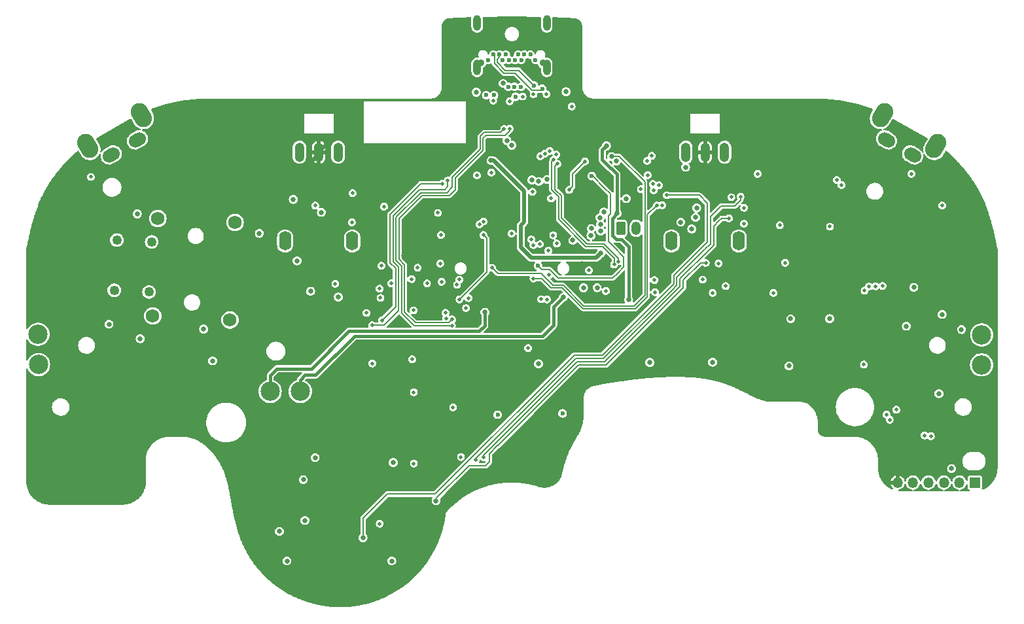
<source format=gbr>
%TF.GenerationSoftware,KiCad,Pcbnew,7.0.6*%
%TF.CreationDate,2024-04-04T00:10:15-07:00*%
%TF.ProjectId,UGC_Main,5547435f-4d61-4696-9e2e-6b696361645f,rev?*%
%TF.SameCoordinates,Original*%
%TF.FileFunction,Copper,L2,Inr*%
%TF.FilePolarity,Positive*%
%FSLAX46Y46*%
G04 Gerber Fmt 4.6, Leading zero omitted, Abs format (unit mm)*
G04 Created by KiCad (PCBNEW 7.0.6) date 2024-04-04 00:10:15*
%MOMM*%
%LPD*%
G01*
G04 APERTURE LIST*
G04 Aperture macros list*
%AMRoundRect*
0 Rectangle with rounded corners*
0 $1 Rounding radius*
0 $2 $3 $4 $5 $6 $7 $8 $9 X,Y pos of 4 corners*
0 Add a 4 corners polygon primitive as box body*
4,1,4,$2,$3,$4,$5,$6,$7,$8,$9,$2,$3,0*
0 Add four circle primitives for the rounded corners*
1,1,$1+$1,$2,$3*
1,1,$1+$1,$4,$5*
1,1,$1+$1,$6,$7*
1,1,$1+$1,$8,$9*
0 Add four rect primitives between the rounded corners*
20,1,$1+$1,$2,$3,$4,$5,0*
20,1,$1+$1,$4,$5,$6,$7,0*
20,1,$1+$1,$6,$7,$8,$9,0*
20,1,$1+$1,$8,$9,$2,$3,0*%
%AMHorizOval*
0 Thick line with rounded ends*
0 $1 width*
0 $2 $3 position (X,Y) of the first rounded end (center of the circle)*
0 $4 $5 position (X,Y) of the second rounded end (center of the circle)*
0 Add line between two ends*
20,1,$1,$2,$3,$4,$5,0*
0 Add two circle primitives to create the rounded ends*
1,1,$1,$2,$3*
1,1,$1,$4,$5*%
G04 Aperture macros list end*
%TA.AperFunction,ComponentPad*%
%ADD10C,1.750000*%
%TD*%
%TA.AperFunction,ComponentPad*%
%ADD11C,1.250000*%
%TD*%
%TA.AperFunction,ComponentPad*%
%ADD12HorizOval,2.250000X-0.250000X0.433013X0.250000X-0.433013X0*%
%TD*%
%TA.AperFunction,ComponentPad*%
%ADD13HorizOval,1.700000X0.259808X0.150000X-0.259808X-0.150000X0*%
%TD*%
%TA.AperFunction,ComponentPad*%
%ADD14HorizOval,2.250000X-0.250000X-0.433013X0.250000X0.433013X0*%
%TD*%
%TA.AperFunction,ComponentPad*%
%ADD15HorizOval,1.700000X0.259808X-0.150000X-0.259808X0.150000X0*%
%TD*%
%TA.AperFunction,ComponentPad*%
%ADD16R,1.350000X1.350000*%
%TD*%
%TA.AperFunction,ComponentPad*%
%ADD17O,1.350000X1.350000*%
%TD*%
%TA.AperFunction,ComponentPad*%
%ADD18O,1.250000X2.500000*%
%TD*%
%TA.AperFunction,HeatsinkPad*%
%ADD19O,1.600000X2.500000*%
%TD*%
%TA.AperFunction,ComponentPad*%
%ADD20RoundRect,0.250000X-0.350000X-0.625000X0.350000X-0.625000X0.350000X0.625000X-0.350000X0.625000X0*%
%TD*%
%TA.AperFunction,ComponentPad*%
%ADD21O,1.200000X1.750000*%
%TD*%
%TA.AperFunction,ComponentPad*%
%ADD22C,0.600000*%
%TD*%
%TA.AperFunction,ComponentPad*%
%ADD23O,1.000000X2.000000*%
%TD*%
%TA.AperFunction,ComponentPad*%
%ADD24C,0.900000*%
%TD*%
%TA.AperFunction,ViaPad*%
%ADD25C,0.600000*%
%TD*%
%TA.AperFunction,ViaPad*%
%ADD26C,0.500000*%
%TD*%
%TA.AperFunction,ViaPad*%
%ADD27C,0.650000*%
%TD*%
%TA.AperFunction,ViaPad*%
%ADD28C,2.500000*%
%TD*%
%TA.AperFunction,Conductor*%
%ADD29C,0.200000*%
%TD*%
%TA.AperFunction,Conductor*%
%ADD30C,0.500000*%
%TD*%
%TA.AperFunction,Conductor*%
%ADD31C,0.400000*%
%TD*%
%TA.AperFunction,Conductor*%
%ADD32C,0.150000*%
%TD*%
G04 APERTURE END LIST*
D10*
%TO.N,*%
%TO.C,SW6*%
X172671539Y-110006388D03*
X172009489Y-122639052D03*
X182657835Y-110529748D03*
X181995785Y-123162412D03*
D11*
%TO.N,Pulldown_D*%
X171861497Y-113043156D03*
X171521313Y-119534248D03*
%TO.N,SL_Pull*%
X167367664Y-112807644D03*
X167027480Y-119298736D03*
%TD*%
D12*
%TO.N,*%
%TO.C,SW7*%
X163618112Y-100644336D03*
X170546316Y-96644336D03*
D13*
%TO.N,Pulldown_C*%
X166643465Y-101784400D03*
%TO.N,L_Pull*%
X170020963Y-99834400D03*
%TD*%
D14*
%TO.N,*%
%TO.C,SW8*%
X266420998Y-96644336D03*
X273349202Y-100644336D03*
D15*
%TO.N,Pulldown_C*%
X266946351Y-99834400D03*
%TO.N,R_Pull*%
X270323849Y-101784400D03*
%TD*%
D16*
%TO.N,GND*%
%TO.C,J4*%
X278380200Y-144195800D03*
D17*
%TO.N,RS_B_IN*%
X276380200Y-144195800D03*
%TO.N,Pulldown_D*%
X274380200Y-144195800D03*
%TO.N,RY*%
X272380200Y-144195800D03*
%TO.N,RX*%
X270380200Y-144195800D03*
%TO.N,+3V3*%
X268380200Y-144195800D03*
%TD*%
D18*
%TO.N,+3V3*%
%TO.C,RV2*%
X243483657Y-101434400D03*
%TO.N,ZR_ANALOG*%
X240983657Y-101434400D03*
%TO.N,GND*%
X245983657Y-101434400D03*
D19*
%TO.N,N/C*%
X247833657Y-112934400D03*
X239133657Y-112934400D03*
%TD*%
D20*
%TO.N,GND*%
%TO.C,B1*%
X232547596Y-111285471D03*
D21*
%TO.N,BATTERY_POS*%
X234547596Y-111285471D03*
%TD*%
D22*
%TO.N,GND*%
%TO.C,J5*%
X221533635Y-89504400D03*
%TO.N,+3V3_PRE*%
X220883635Y-88804400D03*
%TO.N,N_CLOCK*%
X220083635Y-88804400D03*
%TO.N,+5V_PRE*%
X219683635Y-89504400D03*
%TO.N,CC2*%
X219283635Y-88804400D03*
%TO.N,D+*%
X218883635Y-89504400D03*
%TO.N,D-*%
X218083635Y-89504400D03*
%TO.N,unconnected-(J5-SBU2-PadB8)*%
X217683635Y-88804400D03*
%TO.N,+5V_PRE*%
X217283635Y-89504400D03*
%TO.N,N_LATCH*%
X216883635Y-88804400D03*
%TO.N,N_DATA*%
X216083635Y-88804400D03*
%TO.N,GND*%
X215433635Y-89504400D03*
D23*
X213983635Y-84704400D03*
D24*
X214433635Y-89904400D03*
D23*
X213983635Y-90454400D03*
X222983635Y-84704400D03*
D24*
X222533635Y-89904400D03*
D23*
X222983635Y-90454400D03*
%TD*%
D18*
%TO.N,+3V3*%
%TO.C,RV1*%
X193483657Y-101434400D03*
%TO.N,ZL_ANALOG*%
X190983657Y-101434400D03*
%TO.N,GND*%
X195983657Y-101434400D03*
D19*
%TO.N,N/C*%
X197833657Y-112934400D03*
X189133657Y-112934400D03*
%TD*%
D25*
%TO.N,GND*%
X215140000Y-94050000D03*
D26*
X214275000Y-110775000D03*
D27*
X218465400Y-100533200D03*
D25*
X218960000Y-94270000D03*
D26*
X223545400Y-107416600D03*
X205761067Y-121911884D03*
X214800000Y-110400000D03*
D27*
X229504526Y-118967615D03*
D26*
X208915000Y-109296200D03*
X201930000Y-108483400D03*
X218439993Y-111963200D03*
X228449022Y-116721319D03*
D27*
X275361400Y-142392400D03*
D26*
X209194400Y-115849400D03*
X209956400Y-122936000D03*
D27*
X227748754Y-118990566D03*
X217830400Y-99923600D03*
D26*
X230632000Y-119405400D03*
D27*
%TO.N,LX*%
X196011800Y-120192800D03*
X179755800Y-128447800D03*
%TO.N,LY*%
X190677800Y-115493800D03*
X192430400Y-119430800D03*
D26*
%TO.N,+1V1*%
X227914200Y-102641400D03*
X225882200Y-106324400D03*
X221132400Y-106553000D03*
D27*
%TO.N,+3V3*%
X209118200Y-114655600D03*
X227279200Y-116611400D03*
X226796600Y-116128800D03*
X269316200Y-137820400D03*
X177292000Y-108432600D03*
D26*
X215846705Y-109870895D03*
D27*
X168198800Y-125272800D03*
X177495200Y-102438200D03*
X220675200Y-111912400D03*
X188112400Y-123926600D03*
X227500000Y-115900000D03*
X198196200Y-104775000D03*
X186740800Y-97764600D03*
D26*
X215798400Y-98298000D03*
D27*
X203047600Y-126339600D03*
X196418200Y-107467400D03*
D26*
X213842600Y-105740200D03*
D27*
X187045600Y-119380000D03*
D26*
X230657400Y-104419400D03*
D27*
X169849800Y-110583609D03*
X240817400Y-96545400D03*
X201472800Y-122123200D03*
X176453800Y-108635800D03*
D26*
X225806000Y-107492800D03*
X213200000Y-110625000D03*
D27*
X220091000Y-102666800D03*
X174548800Y-125399800D03*
X176758600Y-103124000D03*
X199097900Y-115684300D03*
X187172600Y-111861600D03*
X178231800Y-103124000D03*
X222021400Y-97713800D03*
X226212400Y-100279200D03*
X270687800Y-132892800D03*
X202057000Y-112318800D03*
D26*
X224866200Y-105054400D03*
D27*
X177876200Y-108940600D03*
D26*
X218821000Y-107416600D03*
D27*
X204520800Y-114858800D03*
X226718285Y-121785989D03*
%TO.N,BAT_LVL*%
X233273600Y-107442000D03*
X221945200Y-105232200D03*
%TO.N,VBUS_SYS*%
X232079800Y-109372400D03*
X230708200Y-100609400D03*
X233578400Y-120548400D03*
X225120200Y-120218200D03*
D28*
X191100000Y-132400000D03*
D26*
%TO.N,USB_EN*%
X223399733Y-101264779D03*
X218211400Y-94843600D03*
D27*
%TO.N,BTN_PWR*%
X221919800Y-128828800D03*
D26*
X236931200Y-117983000D03*
X223298445Y-117321090D03*
D27*
X236321600Y-128651000D03*
D28*
%TO.N,RUMBLE-*%
X187202000Y-132402000D03*
D27*
X214985600Y-122159700D03*
D25*
%TO.N,D+*%
X218020000Y-92960000D03*
%TO.N,D-*%
X218813581Y-92957751D03*
D27*
%TO.N,SL_RGB*%
X185801000Y-111937800D03*
X190195200Y-107543600D03*
%TO.N,Net-(L2-DOUT)*%
X166344600Y-123698000D03*
X170002200Y-109423200D03*
%TO.N,Net-(L3-DOUT)*%
X170383200Y-125577600D03*
X178587400Y-124333000D03*
D26*
%TO.N,DD_Pull*%
X238531400Y-107010200D03*
D27*
X199212200Y-151333200D03*
D26*
%TO.N,DL_Pull*%
X214833200Y-140919200D03*
D27*
X191693800Y-149098000D03*
D26*
X246557800Y-110007400D03*
X205790800Y-141732000D03*
%TO.N,DU_Pull*%
X211886800Y-140893800D03*
D27*
X193014600Y-140970000D03*
D26*
X213791800Y-141300200D03*
X248056400Y-107188000D03*
%TO.N,ZL_Pull*%
X237007400Y-119557800D03*
X212852000Y-120319800D03*
D28*
X157149800Y-124993400D03*
D26*
%TO.N,ESP_RTS*%
X200406000Y-128778000D03*
X199669400Y-122250200D03*
%TO.N,ESP_EN*%
X209296000Y-112141000D03*
X197866000Y-106730800D03*
X197764400Y-110515400D03*
X222148400Y-101955600D03*
%TO.N,ESP_DTR*%
X209880200Y-122214498D03*
X205790800Y-132511800D03*
X205562200Y-128244600D03*
D25*
%TO.N,N_LATCH*%
X221334118Y-92802481D03*
%TO.N,N_DATA*%
X222395124Y-93216533D03*
%TO.N,N_CLOCK*%
X219660000Y-92980000D03*
%TO.N,RP_RUN*%
X221860000Y-116150000D03*
X216640000Y-135410000D03*
X228796957Y-104519726D03*
D26*
%TO.N,I2C_SCL*%
X223875600Y-102412800D03*
X215814621Y-104075862D03*
X231701147Y-115982447D03*
%TO.N,I2C_SDA*%
X232284636Y-115562671D03*
X213952178Y-104428552D03*
X224358200Y-102946200D03*
%TO.N,USB_BOOT*%
X214807800Y-112166400D03*
X211709000Y-120497600D03*
D25*
X225040000Y-135250000D03*
D26*
%TO.N,RGB_OUT*%
X224231200Y-101727000D03*
X193040000Y-108356400D03*
%TO.N,SHARED_PU*%
X226212400Y-95504000D03*
X222961200Y-93929200D03*
X221284800Y-93929200D03*
X219860000Y-94230000D03*
%TO.N,USB_SEL*%
X222758000Y-101600000D03*
X216052400Y-94742000D03*
%TO.N,R_BRAKE*%
X223012000Y-120497600D03*
X220573600Y-126796800D03*
%TO.N,RUMBLE*%
X212547200Y-121615200D03*
X222275400Y-120472200D03*
%TO.N,ESP_RX0*%
X209499200Y-105511600D03*
X201650600Y-123190000D03*
%TO.N,ESP_TX0*%
X210185000Y-105105200D03*
X200406000Y-123850400D03*
%TO.N,LADC_CS*%
X221259400Y-113461800D03*
X195630800Y-118465600D03*
%TO.N,SPI_TX*%
X202844400Y-118414800D03*
X207492600Y-118414800D03*
X265557000Y-118795800D03*
X201472800Y-120294400D03*
X224282000Y-113258600D03*
X267360400Y-136067800D03*
%TO.N,SPI_RX*%
X266979400Y-135407400D03*
X209372200Y-118211600D03*
X223202015Y-114163403D03*
X264693400Y-118821200D03*
%TO.N,SPI_CK*%
X223824800Y-112191800D03*
X205511400Y-117856000D03*
X266446000Y-118745000D03*
X268224000Y-134772400D03*
X201366000Y-119105800D03*
D27*
%TO.N,RADC_CS*%
X226364800Y-112852200D03*
X270484600Y-118922800D03*
X273735800Y-132689600D03*
%TO.N,Scan_C*%
X240334800Y-110490000D03*
X228746736Y-111318562D03*
%TO.N,Scan_D*%
X228713542Y-112224268D03*
X241757200Y-111379000D03*
%TO.N,Scan_B*%
X229965409Y-111659980D03*
X242239800Y-109880400D03*
%TO.N,Scan_A*%
X229955925Y-110796951D03*
X242392200Y-108635800D03*
D26*
%TO.N,IMU0_CS*%
X201599800Y-116128800D03*
X220980000Y-112725200D03*
D27*
%TO.N,ZL_ANALOG*%
X221081600Y-105029000D03*
X193827400Y-109220000D03*
%TO.N,ZR_ANALOG*%
X223012000Y-104978200D03*
X240944400Y-103378000D03*
D26*
%TO.N,UART_USB+*%
X217474800Y-98450400D03*
X210718400Y-123901200D03*
%TO.N,UART_USB-*%
X210743800Y-123088400D03*
X218186000Y-98399600D03*
%TO.N,L_Pull*%
X235170448Y-106216560D03*
X246862600Y-107264200D03*
%TO.N,DR_Pull*%
X243560600Y-115773200D03*
D27*
X208661000Y-146558000D03*
D26*
%TO.N,A_Pull*%
X253136400Y-110896400D03*
X259638800Y-111074200D03*
%TO.N,B_Pull*%
X252323600Y-119659400D03*
X244475000Y-119659400D03*
%TO.N,SL_Pull*%
X248513600Y-108635800D03*
X246151400Y-118770400D03*
X248513600Y-110693200D03*
X211378800Y-118592600D03*
%TO.N,R_Pull*%
X270179800Y-104241600D03*
X236829600Y-106375200D03*
%TO.N,Y_Pull*%
X245237000Y-115824000D03*
X253822200Y-115747800D03*
%TO.N,X_Pull*%
X237947200Y-108305600D03*
X274142200Y-108331000D03*
%TO.N,ZR_Pull*%
X264109200Y-119354600D03*
D28*
X279259600Y-128960400D03*
D26*
X264033000Y-128930400D03*
X243154200Y-117932200D03*
%TO.N,Plus_Pull*%
X237210600Y-108331000D03*
X221280000Y-117800000D03*
D27*
%TO.N,+5V_PRE*%
X213868000Y-93675200D03*
D25*
%TO.N,+3V3_PRE*%
X216165246Y-94049711D03*
D27*
X225500000Y-93610000D03*
D26*
%TO.N,IMU1_CS*%
X222130112Y-113321680D03*
X206280400Y-116382800D03*
%TO.N,RS_B_IN*%
X261137400Y-105689400D03*
X237515400Y-105714800D03*
X272694400Y-138201400D03*
D27*
%TO.N,Pulldown_C*%
X232003600Y-102565200D03*
D26*
X235966000Y-102565200D03*
D27*
X269519400Y-123952000D03*
D26*
X236042200Y-104394000D03*
D28*
X157226000Y-128930400D03*
D26*
X250266200Y-104241600D03*
D27*
X276656800Y-124383800D03*
D28*
X279273000Y-125069600D03*
D26*
X163995100Y-104635300D03*
%TO.N,Pulldown_D*%
X236728000Y-105562400D03*
X236601000Y-101904800D03*
X211683600Y-117932200D03*
X271881600Y-138099800D03*
X260527800Y-105029000D03*
D27*
X231394000Y-102006400D03*
D26*
X215925400Y-116408200D03*
D27*
%TO.N,Pulldown_A*%
X244449600Y-128625600D03*
X259588000Y-122986800D03*
X229874383Y-109914294D03*
X254330200Y-129108200D03*
X274142200Y-122428000D03*
X254558800Y-123012200D03*
%TO.N,Pulldown_B*%
X191486022Y-143833495D03*
X202932000Y-154344400D03*
D26*
X201371200Y-149529800D03*
D27*
X188391800Y-150520400D03*
D26*
X210870800Y-134467600D03*
D27*
X203123800Y-141605000D03*
X189371000Y-154344400D03*
X230392181Y-109194182D03*
%TO.N,VBUS*%
X230004090Y-114479819D03*
X215783138Y-102514294D03*
%TO.N,CC1*%
X217350000Y-92530000D03*
%TD*%
D29*
%TO.N,+1V1*%
X226314000Y-105892600D02*
X226314000Y-104241600D01*
X226314000Y-104241600D02*
X227914200Y-102641400D01*
X225882200Y-106324400D02*
X226314000Y-105892600D01*
D30*
%TO.N,+3V3*%
X193483657Y-101434400D02*
X193483657Y-101740543D01*
X193483657Y-101434400D02*
X195199000Y-99719057D01*
X195199000Y-99719057D02*
X195199000Y-99695000D01*
X193483657Y-101740543D02*
X191973200Y-103251000D01*
D31*
%TO.N,VBUS_SYS*%
X223901000Y-123799600D02*
X223901000Y-121437400D01*
X230174800Y-101142800D02*
X230174800Y-102412800D01*
X191730000Y-130280000D02*
X193087400Y-130280000D01*
X191100000Y-132400000D02*
X191100000Y-130910000D01*
X232079800Y-109372400D02*
X231450000Y-110002200D01*
X231450000Y-112190000D02*
X231970000Y-112710000D01*
X193087400Y-130280000D02*
X198120000Y-125247400D01*
X231970000Y-112710000D02*
X232650000Y-112710000D01*
X223901000Y-121437400D02*
X225120200Y-120218200D01*
X230174800Y-102412800D02*
X231267000Y-103505000D01*
X233578400Y-113638400D02*
X233578400Y-120548400D01*
X198120000Y-125247400D02*
X222453200Y-125247400D01*
X222453200Y-125247400D02*
X223901000Y-123799600D01*
X231450000Y-110002200D02*
X231450000Y-112190000D01*
X230708200Y-100609400D02*
X230174800Y-101142800D01*
X191100000Y-130910000D02*
X191730000Y-130280000D01*
X232650000Y-112710000D02*
X233578400Y-113638400D01*
X231292400Y-103505000D02*
X232079800Y-104292400D01*
X232079800Y-104292400D02*
X232079800Y-109372400D01*
X231267000Y-103505000D02*
X231292400Y-103505000D01*
%TO.N,RUMBLE-*%
X214985600Y-123875800D02*
X214985600Y-122159700D01*
X187202000Y-132402000D02*
X187202000Y-130338000D01*
X214249000Y-124612400D02*
X214985600Y-123875800D01*
X192535800Y-129460000D02*
X197383400Y-124612400D01*
X188080000Y-129460000D02*
X192535800Y-129460000D01*
X187202000Y-130338000D02*
X188080000Y-129460000D01*
X197383400Y-124612400D02*
X214249000Y-124612400D01*
D29*
%TO.N,DD_Pull*%
X226542600Y-127711200D02*
X230200200Y-127711200D01*
X239420400Y-118491000D02*
X239420400Y-117424200D01*
X199212200Y-151333200D02*
X199212200Y-148818600D01*
X239420400Y-117424200D02*
X243763800Y-113080800D01*
X202336400Y-145694400D02*
X208559400Y-145694400D01*
X199212200Y-148818600D02*
X202336400Y-145694400D01*
X230200200Y-127711200D02*
X239420400Y-118491000D01*
X242722400Y-107010200D02*
X238531400Y-107010200D01*
X208559400Y-145694400D02*
X226542600Y-127711200D01*
X243763800Y-108051600D02*
X242722400Y-107010200D01*
X243763800Y-113080800D02*
X243763800Y-108051600D01*
%TO.N,DL_Pull*%
X230511400Y-128568400D02*
X229641400Y-128568400D01*
X239877600Y-119202200D02*
X230511400Y-128568400D01*
X243916200Y-114147600D02*
X240233200Y-117830600D01*
X240233200Y-117830600D02*
X240233200Y-118160800D01*
X226060000Y-129413000D02*
X214833200Y-140639800D01*
X226904600Y-128568400D02*
X226060000Y-129413000D01*
X240233200Y-118160800D02*
X240233200Y-118846600D01*
X229641400Y-128568400D02*
X226904600Y-128568400D01*
X245211600Y-110388400D02*
X244602000Y-110998000D01*
X244602000Y-111785400D02*
X244602000Y-113461800D01*
X246557800Y-110007400D02*
X245592600Y-110007400D01*
X245592600Y-110007400D02*
X245211600Y-110388400D01*
X244602000Y-110998000D02*
X244602000Y-111785400D01*
X240233200Y-118846600D02*
X239877600Y-119202200D01*
X214833200Y-140639800D02*
X214833200Y-140919200D01*
X244602000Y-113461800D02*
X243916200Y-114147600D01*
%TO.N,DU_Pull*%
X245922800Y-108407200D02*
X245567200Y-108407200D01*
X226085400Y-128803400D02*
X213791800Y-141097000D01*
X247573800Y-108153200D02*
X247319800Y-108407200D01*
X247319800Y-108407200D02*
X245922800Y-108407200D01*
X244170200Y-113284000D02*
X243459000Y-113995200D01*
X239166400Y-119329200D02*
X230327200Y-128168400D01*
X228803200Y-128168400D02*
X226720400Y-128168400D01*
X239820400Y-117633800D02*
X239820400Y-118287800D01*
X248056400Y-107670600D02*
X247573800Y-108153200D01*
X244525800Y-109448600D02*
X244170200Y-109804200D01*
X243459000Y-113995200D02*
X239820400Y-117633800D01*
X239820400Y-118675200D02*
X239166400Y-119329200D01*
X213791800Y-141097000D02*
X213791800Y-141300200D01*
X226720400Y-128168400D02*
X226085400Y-128803400D01*
X248056400Y-107188000D02*
X248056400Y-107670600D01*
X245567200Y-108407200D02*
X244525800Y-109448600D01*
X239820400Y-118287800D02*
X239820400Y-118675200D01*
X230327200Y-128168400D02*
X228803200Y-128168400D01*
X244170200Y-110566200D02*
X244170200Y-113284000D01*
X244170200Y-109804200D02*
X244170200Y-110566200D01*
%TO.N,N_LATCH*%
X221334118Y-92802481D02*
X219371637Y-90840000D01*
X216580000Y-89800000D02*
X216580000Y-89410000D01*
X219371637Y-90840000D02*
X217620000Y-90840000D01*
X216580000Y-89410000D02*
X216883635Y-89106365D01*
X217620000Y-90840000D02*
X216580000Y-89800000D01*
X216883635Y-89106365D02*
X216883635Y-88804400D01*
%TO.N,N_DATA*%
X217450000Y-91200000D02*
X216210000Y-89960000D01*
X216210000Y-89960000D02*
X216210000Y-88930765D01*
X222395124Y-93216533D02*
X222201657Y-93410000D01*
X221100000Y-93410000D02*
X218890000Y-91200000D01*
X218890000Y-91200000D02*
X217450000Y-91200000D01*
X222201657Y-93410000D02*
X221100000Y-93410000D01*
X216210000Y-88930765D02*
X216083635Y-88804400D01*
D32*
%TO.N,RP_RUN*%
X231220000Y-106830000D02*
X231220000Y-108780000D01*
X224040000Y-117310000D02*
X223370000Y-116640000D01*
X230950000Y-112400000D02*
X230950000Y-113010000D01*
X224470000Y-117740000D02*
X224040000Y-117310000D01*
X230950000Y-109720000D02*
X230950000Y-112400000D01*
X223370000Y-116640000D02*
X222910000Y-116640000D01*
X230950000Y-113010000D02*
X231720000Y-113780000D01*
X231220000Y-108780000D02*
X231220000Y-109450000D01*
X231040000Y-109630000D02*
X230950000Y-109720000D01*
X230430000Y-106040000D02*
X231220000Y-106830000D01*
X228909726Y-104519726D02*
X230430000Y-106040000D01*
X222910000Y-116640000D02*
X222350000Y-116640000D01*
X232170000Y-117090000D02*
X231520000Y-117740000D01*
X232970000Y-116290000D02*
X232170000Y-117090000D01*
X222350000Y-116640000D02*
X221860000Y-116150000D01*
X232970000Y-116090000D02*
X232970000Y-116290000D01*
X231520000Y-117740000D02*
X229120000Y-117740000D01*
X228796957Y-104519726D02*
X228909726Y-104519726D01*
X231220000Y-109450000D02*
X231040000Y-109630000D01*
X229120000Y-117740000D02*
X224470000Y-117740000D01*
X231720000Y-113780000D02*
X232970000Y-115030000D01*
X232970000Y-115030000D02*
X232970000Y-116090000D01*
%TO.N,I2C_SCL*%
X230199600Y-113639600D02*
X228015800Y-113639600D01*
X231701147Y-115982447D02*
X231701147Y-115141147D01*
X224510600Y-110134400D02*
X224510600Y-107213400D01*
X224510600Y-107213400D02*
X223621600Y-106324400D01*
X223621600Y-106324400D02*
X223621600Y-102666800D01*
X228015800Y-113639600D02*
X224510600Y-110134400D01*
X223621600Y-102666800D02*
X223875600Y-102412800D01*
X231701147Y-115141147D02*
X230199600Y-113639600D01*
%TO.N,I2C_SDA*%
X224866200Y-109956600D02*
X224866200Y-107061000D01*
X230352600Y-113284000D02*
X228193600Y-113284000D01*
X232284636Y-115216036D02*
X230352600Y-113284000D01*
X228193600Y-113284000D02*
X224866200Y-109956600D01*
X224866200Y-107061000D02*
X224078800Y-106273600D01*
X224078800Y-106273600D02*
X224078800Y-103225600D01*
X232284636Y-115562671D02*
X232284636Y-115216036D01*
X224078800Y-103225600D02*
X224358200Y-102946200D01*
%TO.N,USB_BOOT*%
X214807800Y-112166400D02*
X215214200Y-112572800D01*
X215214200Y-112572800D02*
X215214200Y-116992400D01*
X215214200Y-116992400D02*
X211709000Y-120497600D01*
D29*
%TO.N,ESP_RX0*%
X203428600Y-121412000D02*
X203428600Y-116484400D01*
X202717400Y-109474000D02*
X206679800Y-105511600D01*
X201650600Y-123190000D02*
X203428600Y-121412000D01*
X206679800Y-105511600D02*
X209499200Y-105511600D01*
X202717400Y-115773200D02*
X202717400Y-109474000D01*
X203428600Y-116484400D02*
X202717400Y-115773200D01*
%TO.N,ESP_TX0*%
X200406000Y-123850400D02*
X200456800Y-123799600D01*
X206527400Y-106299000D02*
X209778600Y-106299000D01*
X203123800Y-109702600D02*
X206527400Y-106299000D01*
X210185000Y-105892600D02*
X210185000Y-105105200D01*
X203835000Y-121945400D02*
X203835000Y-116306600D01*
X203835000Y-116306600D02*
X203123800Y-115595400D01*
X203123800Y-115595400D02*
X203123800Y-109702600D01*
X201980800Y-123799600D02*
X203835000Y-121945400D01*
X200456800Y-123799600D02*
X201980800Y-123799600D01*
X209778600Y-106299000D02*
X210185000Y-105892600D01*
D32*
%TO.N,UART_USB+*%
X203504800Y-115446070D02*
X204216000Y-116157270D01*
X205816200Y-123875800D02*
X210693000Y-123875800D01*
X204216000Y-122275600D02*
X205816200Y-123875800D01*
X210058000Y-106680000D02*
X206705200Y-106680000D01*
X214400121Y-101017079D02*
X210769200Y-104648000D01*
X204216000Y-116157270D02*
X204216000Y-122275600D01*
X214902679Y-98882200D02*
X214400121Y-99384758D01*
X210769200Y-104648000D02*
X210769200Y-105968800D01*
X214400121Y-99384758D02*
X214400121Y-101017079D01*
X210769200Y-105968800D02*
X210058000Y-106680000D01*
X217043000Y-98882200D02*
X214902679Y-98882200D01*
X203504800Y-109880400D02*
X203504800Y-115446070D01*
X217474800Y-98450400D02*
X217043000Y-98882200D01*
X210693000Y-123875800D02*
X210718400Y-123901200D01*
X206705200Y-106680000D02*
X203504800Y-109880400D01*
%TO.N,UART_USB-*%
X211150200Y-104775000D02*
X211150200Y-106273600D01*
X206844574Y-107035600D02*
X203860400Y-110019774D01*
X205994000Y-123520200D02*
X210312000Y-123520200D01*
X204571600Y-116017896D02*
X204571600Y-122097800D01*
X210388200Y-107035600D02*
X206844574Y-107035600D01*
X218186000Y-98399600D02*
X218186000Y-98653600D01*
X214752733Y-101172467D02*
X211150200Y-104775000D01*
X210312000Y-123520200D02*
X210743800Y-123088400D01*
X214752733Y-99636625D02*
X214752733Y-101172467D01*
X204571600Y-122097800D02*
X205994000Y-123520200D01*
X218186000Y-98653600D02*
X217601800Y-99237800D01*
X203860400Y-115306696D02*
X204571600Y-116017896D01*
X217601800Y-99237800D02*
X215151558Y-99237800D01*
X211150200Y-106273600D02*
X210388200Y-107035600D01*
X203860400Y-110019774D02*
X203860400Y-115306696D01*
X215151558Y-99237800D02*
X214752733Y-99636625D01*
D29*
%TO.N,DR_Pull*%
X215544400Y-141554200D02*
X215544400Y-140494286D01*
X215544400Y-140494286D02*
X216614643Y-139424043D01*
X208661000Y-146278600D02*
X212928200Y-142011400D01*
X208661000Y-146558000D02*
X208661000Y-146278600D01*
X242900200Y-115773200D02*
X243560600Y-115773200D01*
X230682800Y-128981200D02*
X240665000Y-118999000D01*
X216614643Y-139424043D02*
X216633157Y-139424043D01*
X216633157Y-139424043D02*
X227076000Y-128981200D01*
X240665000Y-118008400D02*
X242900200Y-115773200D01*
X227076000Y-128981200D02*
X230682800Y-128981200D01*
X212928200Y-142011400D02*
X215087200Y-142011400D01*
X240665000Y-118999000D02*
X240665000Y-118008400D01*
X215087200Y-142011400D02*
X215544400Y-141554200D01*
D32*
%TO.N,Plus_Pull*%
X227691400Y-121691400D02*
X234467400Y-121691400D01*
X221280000Y-117800000D02*
X222371800Y-117800000D01*
X225000000Y-119000000D02*
X227691400Y-121691400D01*
X234467400Y-121691400D02*
X236016800Y-120142000D01*
X223571800Y-119000000D02*
X225000000Y-119000000D01*
X236016800Y-120142000D02*
X236016800Y-109524800D01*
X236016800Y-109524800D02*
X237210600Y-108331000D01*
X222371800Y-117800000D02*
X223571800Y-119000000D01*
%TO.N,Pulldown_D*%
X235686600Y-105308400D02*
X235686600Y-119913400D01*
X225117152Y-118681146D02*
X223786346Y-118681146D01*
X234264200Y-121335800D02*
X227771806Y-121335800D01*
X231394000Y-102006400D02*
X231444800Y-101955600D01*
X232333800Y-101955600D02*
X235686600Y-105308400D01*
X231444800Y-101955600D02*
X232333800Y-101955600D01*
X223786346Y-118681146D02*
X222275400Y-117170200D01*
X235686600Y-119913400D02*
X234264200Y-121335800D01*
X222275400Y-117170200D02*
X216687400Y-117170200D01*
X216687400Y-117170200D02*
X215925400Y-116408200D01*
X227771806Y-121335800D02*
X225117152Y-118681146D01*
D30*
%TO.N,VBUS*%
X219608400Y-110921800D02*
X219608400Y-113741200D01*
X220065600Y-110464600D02*
X219608400Y-110921800D01*
X229371109Y-115112800D02*
X230004090Y-114479819D01*
X220065600Y-106476800D02*
X220065600Y-110464600D01*
X219608400Y-113741200D02*
X220980000Y-115112800D01*
X220980000Y-115112800D02*
X229371109Y-115112800D01*
X216103094Y-102514294D02*
X220065600Y-106476800D01*
X215783138Y-102514294D02*
X216103094Y-102514294D01*
%TD*%
%TA.AperFunction,Conductor*%
%TO.N,+3V3*%
G36*
X230712149Y-114612908D02*
G01*
X230717858Y-114618184D01*
X231346651Y-115246977D01*
X231374428Y-115301494D01*
X231375647Y-115316981D01*
X231375647Y-115556883D01*
X231356740Y-115615074D01*
X231351467Y-115621714D01*
X231275769Y-115709075D01*
X231215981Y-115839990D01*
X231195500Y-115982444D01*
X231195500Y-115982449D01*
X231215981Y-116124903D01*
X231275769Y-116255818D01*
X231275770Y-116255820D01*
X231357289Y-116349899D01*
X231370020Y-116364591D01*
X231468687Y-116428000D01*
X231491094Y-116442400D01*
X231597550Y-116473658D01*
X231629182Y-116482946D01*
X231629183Y-116482946D01*
X231629186Y-116482947D01*
X231629188Y-116482947D01*
X231773106Y-116482947D01*
X231773108Y-116482947D01*
X231911200Y-116442400D01*
X232032275Y-116364590D01*
X232126524Y-116255820D01*
X232186312Y-116124904D01*
X232186311Y-116124904D01*
X232188075Y-116121044D01*
X232229447Y-116075967D01*
X232278128Y-116063171D01*
X232356595Y-116063171D01*
X232356597Y-116063171D01*
X232494689Y-116022624D01*
X232494696Y-116022619D01*
X232501130Y-116019682D01*
X232502060Y-116021719D01*
X232551132Y-116008811D01*
X232608153Y-116030999D01*
X232641242Y-116082466D01*
X232644499Y-116107636D01*
X232644500Y-116114150D01*
X232625602Y-116172343D01*
X232615504Y-116184169D01*
X231959972Y-116839701D01*
X231959972Y-116839702D01*
X231414170Y-117385504D01*
X231359653Y-117413281D01*
X231344166Y-117414500D01*
X228553332Y-117414500D01*
X228495141Y-117395593D01*
X228459177Y-117346093D01*
X228459177Y-117284907D01*
X228495141Y-117235407D01*
X228525441Y-117220510D01*
X228530781Y-117218942D01*
X228659075Y-117181272D01*
X228780150Y-117103462D01*
X228874399Y-116994692D01*
X228934187Y-116863776D01*
X228950047Y-116753467D01*
X228954669Y-116721321D01*
X228954669Y-116721316D01*
X228934187Y-116578862D01*
X228925177Y-116559133D01*
X228874399Y-116447946D01*
X228780150Y-116339176D01*
X228780149Y-116339175D01*
X228780148Y-116339174D01*
X228659079Y-116261368D01*
X228659076Y-116261366D01*
X228659075Y-116261366D01*
X228659072Y-116261365D01*
X228520986Y-116220819D01*
X228520983Y-116220819D01*
X228377061Y-116220819D01*
X228377057Y-116220819D01*
X228238971Y-116261365D01*
X228238964Y-116261368D01*
X228117895Y-116339174D01*
X228023644Y-116447947D01*
X227963856Y-116578862D01*
X227943375Y-116721316D01*
X227943375Y-116721321D01*
X227963856Y-116863775D01*
X228013912Y-116973380D01*
X228023645Y-116994692D01*
X228117894Y-117103462D01*
X228117895Y-117103463D01*
X228238964Y-117181269D01*
X228238969Y-117181272D01*
X228367263Y-117218942D01*
X228372603Y-117220510D01*
X228423110Y-117255046D01*
X228443672Y-117312673D01*
X228426434Y-117371380D01*
X228377981Y-117408743D01*
X228344712Y-117414500D01*
X225426284Y-117414500D01*
X225368093Y-117395593D01*
X225332129Y-117346093D01*
X225332129Y-117284907D01*
X225368093Y-117235407D01*
X225388584Y-117226099D01*
X225390482Y-117223665D01*
X225413244Y-117212225D01*
X225473933Y-117190990D01*
X225528361Y-117156790D01*
X225539113Y-117154080D01*
X225540608Y-117152889D01*
X225548953Y-117147645D01*
X225568199Y-117131758D01*
X225622633Y-117097556D01*
X225668087Y-117052101D01*
X225677963Y-117047069D01*
X225679154Y-117045576D01*
X225686118Y-117038611D01*
X225701354Y-117018834D01*
X225746813Y-116973376D01*
X225781011Y-116918949D01*
X225789521Y-116911844D01*
X225790349Y-116910126D01*
X225795581Y-116901797D01*
X225806046Y-116879107D01*
X225840247Y-116824676D01*
X225861480Y-116763996D01*
X225868198Y-116755171D01*
X225868622Y-116753317D01*
X225871870Y-116744033D01*
X225877015Y-116719596D01*
X225898250Y-116658913D01*
X225905819Y-116591735D01*
X225906746Y-116586278D01*
X225910033Y-116571877D01*
X225910033Y-116571870D01*
X225910479Y-116569917D01*
X225910492Y-116569846D01*
X225911084Y-116567249D01*
X225910459Y-116556648D01*
X225910628Y-116550600D01*
X225910916Y-116546493D01*
X225917913Y-116484400D01*
X225917749Y-116482947D01*
X225916314Y-116470215D01*
X225910917Y-116422310D01*
X225910628Y-116418194D01*
X225910459Y-116412148D01*
X225912174Y-116406320D01*
X225910470Y-116398852D01*
X225910461Y-116398800D01*
X225910033Y-116396925D01*
X225910033Y-116396923D01*
X225906744Y-116382516D01*
X225905819Y-116377070D01*
X225898250Y-116309887D01*
X225898063Y-116309353D01*
X225889174Y-116283950D01*
X225877018Y-116249212D01*
X225876769Y-116238122D01*
X225875947Y-116236414D01*
X225872700Y-116227136D01*
X225861480Y-116204806D01*
X225840247Y-116144124D01*
X225840244Y-116144120D01*
X225840244Y-116144118D01*
X225806046Y-116089693D01*
X225803335Y-116078938D01*
X225802144Y-116077444D01*
X225796913Y-116069121D01*
X225781012Y-116049851D01*
X225746813Y-115995424D01*
X225730050Y-115978661D01*
X225701356Y-115949966D01*
X225696323Y-115940088D01*
X225694832Y-115938899D01*
X225687868Y-115931936D01*
X225668089Y-115916699D01*
X225622634Y-115871245D01*
X225622634Y-115871244D01*
X225622633Y-115871244D01*
X225568204Y-115837044D01*
X225561099Y-115828533D01*
X225559381Y-115827706D01*
X225551054Y-115822473D01*
X225528364Y-115812010D01*
X225503084Y-115796126D01*
X225463871Y-115749158D01*
X225459754Y-115688112D01*
X225492306Y-115636304D01*
X225549093Y-115613524D01*
X225555754Y-115613300D01*
X229306653Y-115613300D01*
X229327699Y-115615563D01*
X229328939Y-115615832D01*
X229335036Y-115617159D01*
X229382521Y-115613762D01*
X229387228Y-115613426D01*
X229390761Y-115613300D01*
X229406908Y-115613300D01*
X229422908Y-115610999D01*
X229426381Y-115610624D01*
X229478592Y-115606891D01*
X229485624Y-115604267D01*
X229506131Y-115599033D01*
X229513566Y-115597965D01*
X229561158Y-115576229D01*
X229564404Y-115574884D01*
X229613440Y-115556596D01*
X229619454Y-115552094D01*
X229637658Y-115541292D01*
X229644482Y-115538177D01*
X229684026Y-115503910D01*
X229686751Y-115501714D01*
X229699702Y-115492021D01*
X229711151Y-115480570D01*
X229713688Y-115478208D01*
X229753252Y-115443928D01*
X229757312Y-115437608D01*
X229770588Y-115421133D01*
X230135092Y-115056628D01*
X230167208Y-115035170D01*
X230273597Y-114991102D01*
X230294323Y-114982517D01*
X230414541Y-114890270D01*
X230506788Y-114770052D01*
X230556389Y-114650303D01*
X230596126Y-114603777D01*
X230655621Y-114589493D01*
X230712149Y-114612908D01*
G37*
%TD.AperFunction*%
%TA.AperFunction,Conductor*%
G36*
X218598434Y-83889644D02*
G01*
X218599269Y-83889645D01*
X218599270Y-83889646D01*
X218715042Y-83889710D01*
X218715043Y-83889711D01*
X218830872Y-83889821D01*
X218830873Y-83889822D01*
X218944832Y-83889977D01*
X218946755Y-83889980D01*
X218946756Y-83889981D01*
X219061767Y-83890186D01*
X219062686Y-83890188D01*
X219062687Y-83890189D01*
X219178661Y-83890446D01*
X219178663Y-83890447D01*
X219294165Y-83890756D01*
X219294675Y-83890758D01*
X219294677Y-83890759D01*
X219350245Y-83890933D01*
X219409512Y-83891120D01*
X219456216Y-83891288D01*
X219525404Y-83891539D01*
X219526807Y-83891545D01*
X219526808Y-83891546D01*
X219641928Y-83892020D01*
X219642915Y-83892025D01*
X219642916Y-83892026D01*
X219759195Y-83892564D01*
X219875393Y-83893167D01*
X219875395Y-83893166D01*
X219991553Y-83893831D01*
X219991553Y-83893830D01*
X219992272Y-83893834D01*
X220107725Y-83894560D01*
X220107725Y-83894559D01*
X220108813Y-83894566D01*
X220213540Y-83895284D01*
X220225642Y-83895366D01*
X220340077Y-83896219D01*
X220340077Y-83896218D01*
X220341056Y-83896226D01*
X220367398Y-83896437D01*
X220456250Y-83897153D01*
X220456250Y-83897152D01*
X220457211Y-83897160D01*
X220572414Y-83898158D01*
X220572414Y-83898157D01*
X220573920Y-83898171D01*
X220690258Y-83899252D01*
X220804551Y-83900390D01*
X220918847Y-83901601D01*
X221011282Y-83902644D01*
X221035469Y-83902917D01*
X221036708Y-83902931D01*
X221036709Y-83902932D01*
X221056812Y-83903172D01*
X221151968Y-83904313D01*
X221166540Y-83904497D01*
X221268792Y-83905795D01*
X221268794Y-83905796D01*
X221384568Y-83907349D01*
X221384780Y-83907352D01*
X221384782Y-83907353D01*
X221500926Y-83908998D01*
X221500926Y-83908997D01*
X221501284Y-83909002D01*
X221616662Y-83910725D01*
X221627061Y-83910888D01*
X221731124Y-83912523D01*
X221748154Y-83912803D01*
X221848461Y-83914459D01*
X221848462Y-83914458D01*
X221964192Y-83916463D01*
X221964192Y-83916462D01*
X221964651Y-83916470D01*
X222079859Y-83918560D01*
X222079859Y-83918559D01*
X222080423Y-83918569D01*
X222156425Y-83920013D01*
X222214246Y-83940022D01*
X222249263Y-83990196D01*
X222250875Y-84041826D01*
X222233134Y-84116677D01*
X222233135Y-84685888D01*
X222233135Y-85248109D01*
X222248394Y-85378655D01*
X222248394Y-85378657D01*
X222248395Y-85378658D01*
X222308397Y-85543516D01*
X222404803Y-85690093D01*
X222404805Y-85690096D01*
X222532415Y-85810490D01*
X222532415Y-85810491D01*
X222532417Y-85810492D01*
X222684354Y-85898212D01*
X222824697Y-85940228D01*
X222852421Y-85948529D01*
X222852422Y-85948529D01*
X222852425Y-85948530D01*
X222927487Y-85952901D01*
X223027566Y-85958731D01*
X223027566Y-85958730D01*
X223027570Y-85958731D01*
X223149430Y-85937243D01*
X223200342Y-85928266D01*
X223200343Y-85928265D01*
X223200346Y-85928265D01*
X223361439Y-85858777D01*
X223502165Y-85754010D01*
X223614937Y-85619614D01*
X223693675Y-85462833D01*
X223693676Y-85462825D01*
X223693678Y-85462823D01*
X223734135Y-85292122D01*
X223734135Y-84160695D01*
X223734135Y-84160691D01*
X223723954Y-84073593D01*
X223735978Y-84013603D01*
X223780968Y-83972136D01*
X223825538Y-83963156D01*
X223854994Y-83964126D01*
X223854994Y-83964125D01*
X223973413Y-83968155D01*
X224091640Y-83972313D01*
X224209980Y-83976613D01*
X224209981Y-83976614D01*
X224328327Y-83981054D01*
X224328329Y-83981055D01*
X224445245Y-83985581D01*
X224445873Y-83985606D01*
X224539937Y-83989364D01*
X224565017Y-83990366D01*
X224683410Y-83995244D01*
X224683410Y-83995243D01*
X224683516Y-83995247D01*
X224785906Y-83999594D01*
X224802478Y-84000298D01*
X224919853Y-84005433D01*
X224919853Y-84005432D01*
X225037859Y-84010747D01*
X225155766Y-84016210D01*
X225155970Y-84016220D01*
X225155971Y-84016221D01*
X225273646Y-84021831D01*
X225274079Y-84021852D01*
X225274080Y-84021853D01*
X225392328Y-84027650D01*
X225509713Y-84033567D01*
X225510187Y-84033591D01*
X225510188Y-84033592D01*
X225628024Y-84039695D01*
X225628186Y-84039704D01*
X225628187Y-84039705D01*
X225746345Y-84045993D01*
X225746345Y-84045992D01*
X225746854Y-84046020D01*
X225864153Y-84052430D01*
X225981946Y-84059038D01*
X225981947Y-84059039D01*
X226084360Y-84064917D01*
X226084360Y-84064916D01*
X226084679Y-84064934D01*
X226186257Y-84070884D01*
X226186940Y-84070924D01*
X226287784Y-84076950D01*
X226388367Y-84083081D01*
X226388927Y-84083115D01*
X226388928Y-84083116D01*
X226418534Y-84084957D01*
X226488886Y-84089332D01*
X226517594Y-84091152D01*
X226590627Y-84095785D01*
X226590629Y-84095786D01*
X226626349Y-84098082D01*
X226629554Y-84098289D01*
X226632267Y-84098538D01*
X226736985Y-84111092D01*
X226742305Y-84112027D01*
X226770882Y-84118682D01*
X226843466Y-84135588D01*
X226848658Y-84137100D01*
X226905791Y-84157196D01*
X226947262Y-84171784D01*
X226951173Y-84173349D01*
X226978451Y-84185643D01*
X227002853Y-84196641D01*
X227006622Y-84198537D01*
X227098065Y-84249535D01*
X227102644Y-84252428D01*
X227187270Y-84312617D01*
X227191502Y-84315990D01*
X227203168Y-84326381D01*
X227269556Y-84385513D01*
X227272569Y-84388436D01*
X227311610Y-84429680D01*
X227314262Y-84432721D01*
X227320098Y-84439993D01*
X227375439Y-84508954D01*
X227378402Y-84513059D01*
X227385386Y-84523859D01*
X227431089Y-84594539D01*
X227433607Y-84598908D01*
X227444319Y-84619903D01*
X227477984Y-84685888D01*
X227479633Y-84689465D01*
X227499871Y-84738391D01*
X227501230Y-84742087D01*
X227511261Y-84773130D01*
X227531294Y-84835128D01*
X227532602Y-84840020D01*
X227552851Y-84934902D01*
X227553653Y-84939898D01*
X227564184Y-85036974D01*
X227564453Y-85040904D01*
X227566017Y-85095808D01*
X227566016Y-92956175D01*
X227566010Y-92956190D01*
X227566010Y-92974829D01*
X227565001Y-92977933D01*
X227565858Y-92988827D01*
X227566010Y-92992709D01*
X227566010Y-93104513D01*
X227583658Y-93227267D01*
X227583661Y-93227281D01*
X227585546Y-93240390D01*
X227585898Y-93243556D01*
X227590000Y-93295697D01*
X227595559Y-93313559D01*
X227595804Y-93313506D01*
X227596411Y-93316297D01*
X227596501Y-93316586D01*
X227596553Y-93316953D01*
X227596555Y-93316960D01*
X227636692Y-93453660D01*
X227636693Y-93453661D01*
X227644767Y-93481159D01*
X227645405Y-93483551D01*
X227653068Y-93515474D01*
X227655857Y-93520350D01*
X227721995Y-93665171D01*
X227722047Y-93665630D01*
X227723153Y-93667707D01*
X227746191Y-93718152D01*
X227746438Y-93718605D01*
X227747959Y-93721785D01*
X227751081Y-93725759D01*
X227837677Y-93860506D01*
X227837931Y-93861472D01*
X227840650Y-93865132D01*
X227862220Y-93898697D01*
X227862225Y-93898703D01*
X227862228Y-93898707D01*
X227866834Y-93904022D01*
X227871342Y-93910180D01*
X227875970Y-93914567D01*
X227981129Y-94035925D01*
X227982019Y-94038031D01*
X227988718Y-94044683D01*
X227993324Y-94049999D01*
X228002786Y-94060918D01*
X228002791Y-94060922D01*
X228002797Y-94060928D01*
X228019018Y-94074984D01*
X228023741Y-94079741D01*
X228027779Y-94082575D01*
X228149137Y-94187732D01*
X228150667Y-94190269D01*
X228159678Y-94196866D01*
X228164994Y-94201472D01*
X228165001Y-94201477D01*
X228198571Y-94223051D01*
X228201265Y-94225053D01*
X228203193Y-94226022D01*
X228337949Y-94312624D01*
X228339645Y-94314698D01*
X228340334Y-94314984D01*
X228345123Y-94317276D01*
X228345555Y-94317511D01*
X228345562Y-94317516D01*
X228366658Y-94327150D01*
X228395997Y-94340549D01*
X228397575Y-94341388D01*
X228398519Y-94341700D01*
X228502428Y-94389153D01*
X228543352Y-94407842D01*
X228545741Y-94410034D01*
X228580149Y-94418295D01*
X228582517Y-94418925D01*
X228746746Y-94467146D01*
X228747094Y-94467196D01*
X228747186Y-94467241D01*
X228750200Y-94467897D01*
X228750037Y-94468642D01*
X228758862Y-94472979D01*
X228820144Y-94477801D01*
X228823302Y-94478152D01*
X228959199Y-94497690D01*
X229066517Y-94497689D01*
X229067017Y-94497689D01*
X229070932Y-94497689D01*
X229074817Y-94497842D01*
X229082168Y-94498420D01*
X229088252Y-94497689D01*
X257941170Y-94497689D01*
X257941670Y-94497689D01*
X258237012Y-94503620D01*
X258767072Y-94515164D01*
X259152811Y-94538432D01*
X259602670Y-94567837D01*
X260003684Y-94608240D01*
X260435393Y-94655389D01*
X260841162Y-94712812D01*
X261263873Y-94777693D01*
X261670187Y-94851944D01*
X262086701Y-94934561D01*
X262491295Y-95025425D01*
X262902524Y-95125766D01*
X263303579Y-95232920D01*
X263710080Y-95351061D01*
X264106088Y-95474103D01*
X264508227Y-95610209D01*
X264897473Y-95748520D01*
X265159445Y-95850089D01*
X265206864Y-95888752D01*
X265222502Y-95947905D01*
X265209393Y-95991893D01*
X264950569Y-96440192D01*
X264876018Y-96599088D01*
X264876017Y-96599090D01*
X264813820Y-96824815D01*
X264813819Y-96824818D01*
X264790662Y-97057818D01*
X264807216Y-97291369D01*
X264807217Y-97291376D01*
X264863001Y-97518768D01*
X264863003Y-97518775D01*
X264956419Y-97733477D01*
X265084776Y-97929305D01*
X265194013Y-98046558D01*
X265244381Y-98100622D01*
X265244384Y-98100625D01*
X265430647Y-98242504D01*
X265469882Y-98262987D01*
X265638206Y-98350863D01*
X265861094Y-98422587D01*
X265918877Y-98430819D01*
X266092888Y-98455610D01*
X266092896Y-98455611D01*
X266092897Y-98455610D01*
X266092898Y-98455611D01*
X266297468Y-98449819D01*
X266356169Y-98467071D01*
X266393519Y-98515534D01*
X266395251Y-98576695D01*
X266360702Y-98627193D01*
X266332648Y-98642334D01*
X266227298Y-98678796D01*
X266045286Y-98783880D01*
X265886449Y-98921513D01*
X265756536Y-99086711D01*
X265756532Y-99086718D01*
X265660226Y-99273524D01*
X265601016Y-99475175D01*
X265601016Y-99475178D01*
X265601015Y-99475183D01*
X265581037Y-99684401D01*
X265601015Y-99893619D01*
X265658526Y-100089481D01*
X265660229Y-100095279D01*
X265756531Y-100282079D01*
X265756537Y-100282089D01*
X265886450Y-100447287D01*
X266045283Y-100584917D01*
X266121284Y-100628796D01*
X266701311Y-100963674D01*
X266844584Y-101029104D01*
X266844587Y-101029104D01*
X266844588Y-101029105D01*
X266875941Y-101036711D01*
X267048830Y-101078653D01*
X267258762Y-101088654D01*
X267466793Y-101058743D01*
X267614697Y-101007553D01*
X267665402Y-100990004D01*
X267665404Y-100990003D01*
X267847416Y-100884919D01*
X268006252Y-100747286D01*
X268136171Y-100582081D01*
X268232476Y-100395275D01*
X268291688Y-100193617D01*
X268311665Y-99984399D01*
X268291687Y-99775182D01*
X268232475Y-99573525D01*
X268232473Y-99573522D01*
X268232473Y-99573520D01*
X268136171Y-99386720D01*
X268136169Y-99386717D01*
X268006251Y-99221512D01*
X267847418Y-99083882D01*
X267515798Y-98892422D01*
X267191391Y-98705126D01*
X267048118Y-98639696D01*
X267048116Y-98639695D01*
X267048113Y-98639694D01*
X266843879Y-98590148D01*
X266843872Y-98590147D01*
X266843871Y-98590147D01*
X266633940Y-98580146D01*
X266633938Y-98580146D01*
X266633935Y-98580146D01*
X266633078Y-98580187D01*
X266632715Y-98580088D01*
X266629229Y-98579922D01*
X266629265Y-98579145D01*
X266574055Y-98564067D01*
X266535778Y-98516333D01*
X266532869Y-98455217D01*
X266566439Y-98404063D01*
X266592763Y-98388925D01*
X266774983Y-98318682D01*
X266774987Y-98318680D01*
X266792991Y-98307943D01*
X266976085Y-98198750D01*
X267154022Y-98046559D01*
X267303680Y-97866486D01*
X267711248Y-97160554D01*
X267756716Y-97119616D01*
X267817566Y-97113220D01*
X267844628Y-97123276D01*
X267913397Y-97161032D01*
X267913032Y-97160849D01*
X267914730Y-97161763D01*
X267916006Y-97162463D01*
X267916527Y-97162764D01*
X267916529Y-97162767D01*
X267916868Y-97162962D01*
X267917048Y-97163066D01*
X267917048Y-97163065D01*
X267966042Y-97191374D01*
X267966498Y-97191520D01*
X272225078Y-99642091D01*
X272266083Y-99687501D01*
X272272566Y-99748342D01*
X272261437Y-99777397D01*
X271970060Y-100282079D01*
X271878770Y-100440199D01*
X271835136Y-100533199D01*
X271804222Y-100599088D01*
X271804221Y-100599090D01*
X271742024Y-100824815D01*
X271742023Y-100824818D01*
X271718866Y-101057818D01*
X271735420Y-101291369D01*
X271735421Y-101291376D01*
X271758515Y-101385516D01*
X271754016Y-101446536D01*
X271714510Y-101493258D01*
X271655086Y-101507835D01*
X271598443Y-101484700D01*
X271574371Y-101454467D01*
X271573938Y-101453628D01*
X271513668Y-101336718D01*
X271468829Y-101279701D01*
X271383749Y-101171512D01*
X271224916Y-101033882D01*
X270876836Y-100832919D01*
X270568889Y-100655126D01*
X270425616Y-100589696D01*
X270425614Y-100589695D01*
X270425611Y-100589694D01*
X270221377Y-100540148D01*
X270221370Y-100540147D01*
X270011439Y-100530146D01*
X270011433Y-100530146D01*
X269803410Y-100560056D01*
X269803403Y-100560058D01*
X269604796Y-100628796D01*
X269422784Y-100733880D01*
X269263947Y-100871513D01*
X269134034Y-101036711D01*
X269134030Y-101036718D01*
X269037724Y-101223524D01*
X268978514Y-101425175D01*
X268978514Y-101425178D01*
X268978513Y-101425183D01*
X268958535Y-101634401D01*
X268978513Y-101843619D01*
X269036024Y-102039481D01*
X269037727Y-102045279D01*
X269134029Y-102232079D01*
X269134035Y-102232089D01*
X269263948Y-102397287D01*
X269422781Y-102534917D01*
X269529055Y-102596274D01*
X270078809Y-102913674D01*
X270222082Y-102979104D01*
X270426328Y-103028653D01*
X270636260Y-103038654D01*
X270844291Y-103008743D01*
X270981768Y-102961161D01*
X271042900Y-102940004D01*
X271042902Y-102940003D01*
X271224914Y-102834919D01*
X271383750Y-102697286D01*
X271513669Y-102532081D01*
X271609974Y-102345275D01*
X271669186Y-102143617D01*
X271689163Y-101934399D01*
X271669185Y-101725182D01*
X271669182Y-101725174D01*
X271668841Y-101721595D01*
X271682131Y-101661871D01*
X271727988Y-101621364D01*
X271788897Y-101615548D01*
X271841591Y-101646643D01*
X271858172Y-101672686D01*
X271884618Y-101733468D01*
X271884622Y-101733476D01*
X271928846Y-101800947D01*
X272012980Y-101929305D01*
X272147919Y-102074146D01*
X272172585Y-102100622D01*
X272172588Y-102100625D01*
X272248403Y-102158374D01*
X272345168Y-102232082D01*
X272358851Y-102242504D01*
X272427897Y-102278550D01*
X272566410Y-102350863D01*
X272789298Y-102422587D01*
X272847081Y-102430819D01*
X273021092Y-102455610D01*
X273021101Y-102455611D01*
X273021101Y-102455610D01*
X273021102Y-102455611D01*
X273255153Y-102448985D01*
X273295038Y-102440978D01*
X273484708Y-102402901D01*
X273484709Y-102402900D01*
X273484717Y-102402899D01*
X273632587Y-102345897D01*
X273703187Y-102318682D01*
X273703191Y-102318680D01*
X273722372Y-102307241D01*
X273904289Y-102198750D01*
X274082226Y-102046559D01*
X274231884Y-101866486D01*
X274570883Y-101279319D01*
X274616352Y-101238380D01*
X274677202Y-101231984D01*
X274722369Y-101254808D01*
X274728311Y-101260087D01*
X274848702Y-101368406D01*
X274968545Y-101477608D01*
X275087737Y-101587619D01*
X275206434Y-101698604D01*
X275324457Y-101810418D01*
X275441810Y-101923085D01*
X275558489Y-102036622D01*
X275649537Y-102126434D01*
X275674316Y-102150877D01*
X275789474Y-102266052D01*
X275789639Y-102266377D01*
X275789718Y-102266300D01*
X275841362Y-102318680D01*
X275903908Y-102382118D01*
X276017453Y-102498928D01*
X276130084Y-102616482D01*
X276130085Y-102616483D01*
X276130828Y-102617270D01*
X276130908Y-102617435D01*
X276131060Y-102617516D01*
X276206379Y-102697286D01*
X276241954Y-102734963D01*
X276352850Y-102854169D01*
X276462863Y-102974225D01*
X276571842Y-103094990D01*
X276679752Y-103216448D01*
X276786757Y-103338814D01*
X276892695Y-103461929D01*
X276997477Y-103585720D01*
X277101134Y-103710246D01*
X277203610Y-103835468D01*
X277305010Y-103961550D01*
X277405155Y-104088299D01*
X277504009Y-104215696D01*
X277601641Y-104343863D01*
X277697918Y-104472657D01*
X277779548Y-104583821D01*
X277859180Y-104694086D01*
X277936801Y-104803372D01*
X278012671Y-104912000D01*
X278086611Y-105019665D01*
X278158788Y-105126551D01*
X278229114Y-105232479D01*
X278297629Y-105337447D01*
X278364489Y-105441643D01*
X278429711Y-105545038D01*
X278457396Y-105589686D01*
X278493272Y-105647545D01*
X278555071Y-105748926D01*
X278615448Y-105849694D01*
X278674128Y-105949320D01*
X278731410Y-106048259D01*
X278787101Y-106146109D01*
X278830689Y-106224012D01*
X278841392Y-106243142D01*
X278894310Y-106339350D01*
X278945822Y-106434605D01*
X278995889Y-106528763D01*
X279044732Y-106622177D01*
X279092242Y-106714566D01*
X279138571Y-106806163D01*
X279183635Y-106896729D01*
X279270207Y-107074955D01*
X279352349Y-107249456D01*
X279430352Y-107420253D01*
X279504357Y-107587030D01*
X279573972Y-107748274D01*
X279642314Y-107910925D01*
X279709374Y-108074959D01*
X279764644Y-108213943D01*
X279775276Y-108240678D01*
X279840029Y-108408102D01*
X279903659Y-108577287D01*
X279945422Y-108691484D01*
X279966253Y-108748446D01*
X280007890Y-108865544D01*
X280027805Y-108921553D01*
X280088427Y-109096905D01*
X280148085Y-109274369D01*
X280206940Y-109454409D01*
X280264913Y-109636756D01*
X280322093Y-109821637D01*
X280378565Y-110009304D01*
X280434319Y-110199659D01*
X280489495Y-110393158D01*
X280543982Y-110589350D01*
X280597962Y-110788824D01*
X280651476Y-110991694D01*
X280704515Y-111197852D01*
X280740750Y-111342185D01*
X280757090Y-111407272D01*
X280809313Y-111620324D01*
X280861217Y-111837056D01*
X280912845Y-112057575D01*
X280960407Y-112265246D01*
X280964184Y-112281735D01*
X281015431Y-112510307D01*
X281042758Y-112634719D01*
X281066490Y-112742766D01*
X281066508Y-112742845D01*
X281093384Y-112867655D01*
X281116156Y-112973411D01*
X281117489Y-112979599D01*
X281168455Y-113220838D01*
X281200531Y-113375460D01*
X281219327Y-113466069D01*
X281267793Y-113703824D01*
X281270220Y-113715726D01*
X281299421Y-113861382D01*
X281318840Y-113958247D01*
X281319436Y-113961217D01*
X281321367Y-113980677D01*
X281321367Y-142315189D01*
X281321299Y-142317780D01*
X281314304Y-142451251D01*
X281304047Y-142634006D01*
X281303515Y-142638978D01*
X281279082Y-142793258D01*
X281251587Y-142955084D01*
X281250599Y-142959606D01*
X281209276Y-143113831D01*
X281164694Y-143268577D01*
X281163341Y-143272614D01*
X281105572Y-143423111D01*
X281044405Y-143570782D01*
X281042777Y-143574312D01*
X280969187Y-143718744D01*
X280892119Y-143858187D01*
X280890310Y-143861203D01*
X280801721Y-143997618D01*
X280709633Y-144127403D01*
X280707731Y-144129911D01*
X280605893Y-144255670D01*
X280604333Y-144257503D01*
X280499075Y-144375287D01*
X280497167Y-144377305D01*
X280382694Y-144491777D01*
X280380677Y-144493684D01*
X280262893Y-144598943D01*
X280261059Y-144600503D01*
X280135304Y-144702335D01*
X280132797Y-144704237D01*
X280003002Y-144796332D01*
X279866585Y-144884920D01*
X279863569Y-144886729D01*
X279724129Y-144963795D01*
X279579704Y-145037382D01*
X279576173Y-145039009D01*
X279428487Y-145100182D01*
X279415483Y-145105172D01*
X279354381Y-145108369D01*
X279303069Y-145075041D01*
X279281147Y-145017918D01*
X279288548Y-144974860D01*
X279291163Y-144968543D01*
X279291166Y-144968540D01*
X279305700Y-144895474D01*
X279305700Y-143496126D01*
X279291166Y-143423060D01*
X279239902Y-143346336D01*
X279235802Y-143340200D01*
X279235799Y-143340197D01*
X279152942Y-143284835D01*
X279152940Y-143284834D01*
X279152937Y-143284833D01*
X279152936Y-143284833D01*
X279079884Y-143270301D01*
X279079874Y-143270300D01*
X277680526Y-143270300D01*
X277680525Y-143270300D01*
X277680515Y-143270301D01*
X277607463Y-143284833D01*
X277607457Y-143284835D01*
X277524600Y-143340197D01*
X277524597Y-143340200D01*
X277469235Y-143423057D01*
X277469233Y-143423063D01*
X277454701Y-143496115D01*
X277454700Y-143496127D01*
X277454700Y-143882728D01*
X277435793Y-143940919D01*
X277386293Y-143976883D01*
X277325107Y-143976883D01*
X277275607Y-143940919D01*
X277261545Y-143913321D01*
X277251605Y-143882728D01*
X277230344Y-143817292D01*
X277230340Y-143817286D01*
X277230339Y-143817282D01*
X277152960Y-143683259D01*
X277133070Y-143648808D01*
X277047189Y-143553428D01*
X277002896Y-143504235D01*
X277002896Y-143504234D01*
X276943548Y-143461115D01*
X276845499Y-143389878D01*
X276845496Y-143389876D01*
X276845488Y-143389872D01*
X276667777Y-143310751D01*
X276667772Y-143310749D01*
X276667771Y-143310749D01*
X276667768Y-143310748D01*
X276667767Y-143310748D01*
X276631572Y-143303054D01*
X276477474Y-143270300D01*
X276282926Y-143270300D01*
X276161582Y-143296092D01*
X276092632Y-143310748D01*
X276092622Y-143310751D01*
X275914911Y-143389872D01*
X275914904Y-143389876D01*
X275914901Y-143389877D01*
X275914901Y-143389878D01*
X275914304Y-143390312D01*
X275757503Y-143504234D01*
X275757503Y-143504235D01*
X275627332Y-143648805D01*
X275627328Y-143648811D01*
X275530060Y-143817282D01*
X275530058Y-143817287D01*
X275530056Y-143817290D01*
X275530056Y-143817292D01*
X275475978Y-143983731D01*
X275474355Y-143988725D01*
X275438391Y-144038225D01*
X275380200Y-144057132D01*
X275322009Y-144038225D01*
X275286045Y-143988725D01*
X275284423Y-143983733D01*
X275230344Y-143817292D01*
X275230340Y-143817286D01*
X275230339Y-143817282D01*
X275152960Y-143683259D01*
X275133070Y-143648808D01*
X275047189Y-143553428D01*
X275002896Y-143504235D01*
X275002896Y-143504234D01*
X274943548Y-143461115D01*
X274845499Y-143389878D01*
X274845496Y-143389876D01*
X274845488Y-143389872D01*
X274667777Y-143310751D01*
X274667772Y-143310749D01*
X274667771Y-143310749D01*
X274667768Y-143310748D01*
X274667767Y-143310748D01*
X274631572Y-143303054D01*
X274477474Y-143270300D01*
X274282926Y-143270300D01*
X274161582Y-143296092D01*
X274092632Y-143310748D01*
X274092622Y-143310751D01*
X273914911Y-143389872D01*
X273914904Y-143389876D01*
X273914901Y-143389877D01*
X273914901Y-143389878D01*
X273914304Y-143390312D01*
X273757503Y-143504234D01*
X273757503Y-143504235D01*
X273627332Y-143648805D01*
X273627328Y-143648811D01*
X273530060Y-143817282D01*
X273530054Y-143817296D01*
X273474353Y-143988725D01*
X273438389Y-144038225D01*
X273380199Y-144057132D01*
X273322008Y-144038224D01*
X273286045Y-143988725D01*
X273230344Y-143817292D01*
X273230340Y-143817285D01*
X273230339Y-143817282D01*
X273152960Y-143683259D01*
X273133070Y-143648808D01*
X273047189Y-143553428D01*
X273002896Y-143504235D01*
X273002896Y-143504234D01*
X272943548Y-143461115D01*
X272845499Y-143389878D01*
X272845496Y-143389876D01*
X272845488Y-143389872D01*
X272667777Y-143310751D01*
X272667772Y-143310749D01*
X272667771Y-143310749D01*
X272667768Y-143310748D01*
X272667767Y-143310748D01*
X272631572Y-143303054D01*
X272477474Y-143270300D01*
X272282926Y-143270300D01*
X272161582Y-143296092D01*
X272092632Y-143310748D01*
X272092622Y-143310751D01*
X271914911Y-143389872D01*
X271914904Y-143389876D01*
X271914901Y-143389877D01*
X271914901Y-143389878D01*
X271914304Y-143390312D01*
X271757503Y-143504234D01*
X271757503Y-143504235D01*
X271627332Y-143648805D01*
X271627328Y-143648811D01*
X271530060Y-143817282D01*
X271530058Y-143817287D01*
X271530056Y-143817290D01*
X271530056Y-143817292D01*
X271475978Y-143983731D01*
X271474355Y-143988725D01*
X271438391Y-144038225D01*
X271380200Y-144057132D01*
X271322009Y-144038225D01*
X271286045Y-143988725D01*
X271284423Y-143983733D01*
X271230344Y-143817292D01*
X271230340Y-143817286D01*
X271230339Y-143817282D01*
X271152960Y-143683259D01*
X271133070Y-143648808D01*
X271047189Y-143553428D01*
X271002896Y-143504235D01*
X271002896Y-143504234D01*
X270943548Y-143461115D01*
X270845499Y-143389878D01*
X270845496Y-143389876D01*
X270845488Y-143389872D01*
X270667777Y-143310751D01*
X270667772Y-143310749D01*
X270667771Y-143310749D01*
X270667768Y-143310748D01*
X270667767Y-143310748D01*
X270631572Y-143303054D01*
X270477474Y-143270300D01*
X270282926Y-143270300D01*
X270161582Y-143296092D01*
X270092632Y-143310748D01*
X270092622Y-143310751D01*
X269914911Y-143389872D01*
X269914904Y-143389876D01*
X269914901Y-143389877D01*
X269914901Y-143389878D01*
X269914304Y-143390312D01*
X269757503Y-143504234D01*
X269757503Y-143504235D01*
X269627332Y-143648805D01*
X269627328Y-143648811D01*
X269530060Y-143817282D01*
X269530058Y-143817287D01*
X269530056Y-143817290D01*
X269530056Y-143817292D01*
X269475979Y-143983727D01*
X269474092Y-143989534D01*
X269438128Y-144039034D01*
X269379937Y-144057941D01*
X269321746Y-144039034D01*
X269285782Y-143989534D01*
X269229881Y-143817491D01*
X269229879Y-143817486D01*
X269132664Y-143649107D01*
X269132660Y-143649101D01*
X269002559Y-143504609D01*
X269002558Y-143504608D01*
X268845244Y-143390312D01*
X268845237Y-143390308D01*
X268667619Y-143311228D01*
X268667611Y-143311226D01*
X268630200Y-143303274D01*
X268630200Y-143880114D01*
X268618245Y-143868159D01*
X268505348Y-143810635D01*
X268411681Y-143795800D01*
X268348719Y-143795800D01*
X268255052Y-143810635D01*
X268142155Y-143868159D01*
X268130200Y-143880114D01*
X268130200Y-143303274D01*
X268092788Y-143311226D01*
X268092784Y-143311227D01*
X267915159Y-143390310D01*
X267915156Y-143390312D01*
X267757840Y-143504608D01*
X267757840Y-143504609D01*
X267627739Y-143649101D01*
X267627735Y-143649107D01*
X267530520Y-143817486D01*
X267530517Y-143817494D01*
X267488829Y-143945800D01*
X268064514Y-143945800D01*
X268052559Y-143957755D01*
X267995035Y-144070652D01*
X267975214Y-144195800D01*
X267995035Y-144320948D01*
X268052559Y-144433845D01*
X268064514Y-144445800D01*
X267488829Y-144445800D01*
X267530517Y-144574105D01*
X267530520Y-144574113D01*
X267627735Y-144742492D01*
X267627739Y-144742498D01*
X267757840Y-144886990D01*
X267757840Y-144886991D01*
X267794561Y-144913670D01*
X267830525Y-144963170D01*
X267830525Y-145024356D01*
X267794561Y-145073856D01*
X267736370Y-145092763D01*
X267698485Y-145085227D01*
X267586344Y-145038778D01*
X267582813Y-145037151D01*
X267440003Y-144964387D01*
X267298926Y-144886418D01*
X267295910Y-144884608D01*
X267180161Y-144809442D01*
X267160860Y-144796908D01*
X267160048Y-144796332D01*
X267112961Y-144762922D01*
X267029687Y-144703836D01*
X267027179Y-144701934D01*
X266918103Y-144613608D01*
X266902612Y-144601064D01*
X266900801Y-144599523D01*
X266781767Y-144493149D01*
X266779764Y-144491255D01*
X266666364Y-144377857D01*
X266664465Y-144375848D01*
X266658688Y-144369384D01*
X266558095Y-144256820D01*
X266556556Y-144255012D01*
X266455691Y-144130455D01*
X266453789Y-144127947D01*
X266360698Y-143996749D01*
X266347184Y-143975939D01*
X266272989Y-143861689D01*
X266271197Y-143858701D01*
X266248418Y-143817486D01*
X266193232Y-143717633D01*
X266120457Y-143574804D01*
X266118829Y-143571273D01*
X266111437Y-143553428D01*
X266056838Y-143421614D01*
X265999828Y-143273096D01*
X265998477Y-143269067D01*
X265959416Y-143133483D01*
X265953124Y-143111645D01*
X265912504Y-142960049D01*
X265911522Y-142955553D01*
X265883304Y-142789469D01*
X265859532Y-142639379D01*
X265859003Y-142634431D01*
X265848190Y-142441870D01*
X265845597Y-142392400D01*
X274780934Y-142392400D01*
X274798987Y-142529531D01*
X274800713Y-142542636D01*
X274858702Y-142682633D01*
X274950949Y-142802851D01*
X275071167Y-142895098D01*
X275211164Y-142953087D01*
X275323840Y-142967921D01*
X275361399Y-142972866D01*
X275361400Y-142972866D01*
X275361401Y-142972866D01*
X275391447Y-142968910D01*
X275511636Y-142953087D01*
X275651633Y-142895098D01*
X275771851Y-142802851D01*
X275864098Y-142682633D01*
X275922087Y-142542636D01*
X275941866Y-142392400D01*
X275922087Y-142242164D01*
X275864098Y-142102167D01*
X275771851Y-141981949D01*
X275651633Y-141889702D01*
X275638637Y-141884319D01*
X275545565Y-141845767D01*
X275511636Y-141831713D01*
X275511634Y-141831712D01*
X275511632Y-141831712D01*
X275361401Y-141811934D01*
X275361399Y-141811934D01*
X275211167Y-141831712D01*
X275211161Y-141831714D01*
X275071168Y-141889701D01*
X274950951Y-141981947D01*
X274950947Y-141981951D01*
X274858701Y-142102168D01*
X274800714Y-142242161D01*
X274800712Y-142242167D01*
X274780934Y-142392399D01*
X274780934Y-142392400D01*
X265845597Y-142392400D01*
X265841717Y-142318363D01*
X265841650Y-142315782D01*
X265841650Y-141514922D01*
X276779086Y-141514922D01*
X276779970Y-141524455D01*
X276779970Y-141539712D01*
X276784099Y-141563127D01*
X276784571Y-141568527D01*
X276785928Y-141573503D01*
X276812948Y-141726745D01*
X276812480Y-141730069D01*
X276815344Y-141740331D01*
X276816543Y-141747133D01*
X276827660Y-141777676D01*
X276828881Y-141782142D01*
X276830608Y-141785777D01*
X276883821Y-141931982D01*
X276883955Y-141935823D01*
X276886569Y-141941211D01*
X276886748Y-141941128D01*
X276888573Y-141945041D01*
X276888576Y-141945047D01*
X276888578Y-141945051D01*
X276909349Y-141981028D01*
X276910901Y-141984272D01*
X276912561Y-141986592D01*
X276990333Y-142121302D01*
X276990855Y-142123761D01*
X276992316Y-142125585D01*
X277026572Y-142166411D01*
X277027934Y-142168294D01*
X277029136Y-142169466D01*
X277129073Y-142288570D01*
X277130110Y-142291137D01*
X277148510Y-142305033D01*
X277150485Y-142306606D01*
X277154871Y-142310286D01*
X277176574Y-142328499D01*
X277176579Y-142328502D01*
X277252726Y-142392399D01*
X277290609Y-142424188D01*
X277290613Y-142424191D01*
X277473002Y-142529500D01*
X277473004Y-142529501D01*
X277473010Y-142529504D01*
X277670927Y-142601546D01*
X277878347Y-142638126D01*
X277963865Y-142638128D01*
X277963872Y-142638130D01*
X278583657Y-142638130D01*
X278688972Y-142638134D01*
X278896404Y-142601565D01*
X278896409Y-142601563D01*
X278896410Y-142601563D01*
X279094330Y-142529531D01*
X279094329Y-142529531D01*
X279094333Y-142529530D01*
X279276747Y-142424219D01*
X279416906Y-142306617D01*
X279418875Y-142305049D01*
X279435540Y-142292464D01*
X279438294Y-142288603D01*
X279538247Y-142169487D01*
X279538888Y-142169086D01*
X279540793Y-142166452D01*
X279573495Y-142127482D01*
X279573498Y-142127476D01*
X279574957Y-142125738D01*
X279577038Y-142121344D01*
X279654832Y-141986604D01*
X279655795Y-141985737D01*
X279658044Y-141981042D01*
X279678812Y-141945072D01*
X279678815Y-141945062D01*
X279680641Y-141941150D01*
X279680821Y-141941234D01*
X279681363Y-141940116D01*
X279683562Y-141932020D01*
X279736787Y-141785789D01*
X279737913Y-141784347D01*
X279739732Y-141777698D01*
X279740741Y-141774928D01*
X279750853Y-141747145D01*
X279752052Y-141740344D01*
X279753799Y-141734079D01*
X279754446Y-141726767D01*
X279781473Y-141573496D01*
X279782575Y-141571424D01*
X279783300Y-141563134D01*
X279787430Y-141539715D01*
X279787430Y-141524453D01*
X279787986Y-141518451D01*
X279787430Y-141512214D01*
X279787430Y-141356584D01*
X279788312Y-141353867D01*
X279787430Y-141344344D01*
X279787430Y-141329090D01*
X279787430Y-141329085D01*
X279783300Y-141305667D01*
X279782830Y-141300288D01*
X279781474Y-141295310D01*
X279754447Y-141142037D01*
X279754914Y-141138714D01*
X279752052Y-141128457D01*
X279750853Y-141121655D01*
X279743809Y-141102301D01*
X279739732Y-141091100D01*
X279738514Y-141086649D01*
X279736786Y-141083007D01*
X279727309Y-141056969D01*
X279683564Y-140936786D01*
X279683430Y-140932945D01*
X279680820Y-140927566D01*
X279680641Y-140927650D01*
X279678814Y-140923733D01*
X279678813Y-140923732D01*
X279678812Y-140923728D01*
X279658044Y-140887758D01*
X279656498Y-140884529D01*
X279654834Y-140882198D01*
X279577042Y-140747462D01*
X279576521Y-140745008D01*
X279575071Y-140743196D01*
X279540800Y-140702354D01*
X279539448Y-140700485D01*
X279538246Y-140699311D01*
X279438295Y-140580198D01*
X279437257Y-140577630D01*
X279418859Y-140563738D01*
X279416871Y-140562154D01*
X279413769Y-140559551D01*
X279276747Y-140444581D01*
X279276746Y-140444580D01*
X279094332Y-140339269D01*
X279094330Y-140339268D01*
X278896410Y-140267236D01*
X278832550Y-140255978D01*
X278688972Y-140230666D01*
X278688970Y-140230666D01*
X278583657Y-140230670D01*
X277983557Y-140230670D01*
X277878353Y-140230673D01*
X277878350Y-140230673D01*
X277878347Y-140230674D01*
X277801639Y-140244202D01*
X277670928Y-140267253D01*
X277537878Y-140315684D01*
X277473082Y-140339270D01*
X277473002Y-140339299D01*
X277290613Y-140444608D01*
X277290603Y-140444615D01*
X277176584Y-140540293D01*
X277150504Y-140562178D01*
X277148516Y-140563761D01*
X277131831Y-140576361D01*
X277129075Y-140580227D01*
X277029136Y-140699333D01*
X277028491Y-140699735D01*
X277026573Y-140702387D01*
X276992417Y-140743093D01*
X276990334Y-140747495D01*
X276912561Y-140882206D01*
X276911596Y-140883074D01*
X276909343Y-140887780D01*
X276888576Y-140923750D01*
X276886748Y-140927672D01*
X276886570Y-140927589D01*
X276886015Y-140928732D01*
X276883822Y-140936814D01*
X276830609Y-141083021D01*
X276829480Y-141084465D01*
X276827660Y-141091124D01*
X276816544Y-141121663D01*
X276816542Y-141121669D01*
X276816543Y-141121669D01*
X276815343Y-141128469D01*
X276813592Y-141134745D01*
X276812949Y-141142053D01*
X276785928Y-141295295D01*
X276784825Y-141297368D01*
X276784099Y-141305671D01*
X276779970Y-141329085D01*
X276779970Y-141344343D01*
X276779412Y-141350360D01*
X276779970Y-141356595D01*
X276779970Y-141512203D01*
X276779086Y-141514922D01*
X265841650Y-141514922D01*
X265841650Y-141311957D01*
X265841677Y-141311873D01*
X265841677Y-141270923D01*
X265841678Y-141113672D01*
X265821768Y-140924235D01*
X265821576Y-140921834D01*
X265818577Y-140868357D01*
X265814175Y-140851980D01*
X265808806Y-140800893D01*
X265796542Y-140743196D01*
X265762556Y-140583300D01*
X265755566Y-140542161D01*
X265751671Y-140532089D01*
X265744929Y-140500371D01*
X265743419Y-140493264D01*
X265662492Y-140244196D01*
X265656842Y-140224584D01*
X265654885Y-140220783D01*
X265653164Y-140215486D01*
X265646233Y-140194155D01*
X265532783Y-139939341D01*
X265518316Y-139906847D01*
X265518307Y-139906830D01*
X265361070Y-139634489D01*
X265361069Y-139634488D01*
X265361063Y-139634477D01*
X265176203Y-139380040D01*
X265176202Y-139380038D01*
X265176197Y-139380032D01*
X264965770Y-139146332D01*
X264965769Y-139146331D01*
X264965760Y-139146321D01*
X264961206Y-139142221D01*
X264900855Y-139087881D01*
X264732039Y-138935880D01*
X264732035Y-138935877D01*
X264732034Y-138935876D01*
X264477598Y-138751020D01*
X264237425Y-138612359D01*
X264205233Y-138593773D01*
X264205220Y-138593767D01*
X263917926Y-138465859D01*
X263917920Y-138465856D01*
X263891285Y-138457202D01*
X263889317Y-138455772D01*
X263867832Y-138449583D01*
X263771401Y-138418252D01*
X263618810Y-138368674D01*
X263606474Y-138366052D01*
X263579982Y-138360421D01*
X263574619Y-138357324D01*
X263528744Y-138349531D01*
X263311181Y-138303290D01*
X263260074Y-138297919D01*
X263251135Y-138293939D01*
X263190230Y-138290520D01*
X263187831Y-138290327D01*
X262998402Y-138270420D01*
X262998401Y-138270420D01*
X262841150Y-138270423D01*
X259041344Y-138270423D01*
X259037027Y-138270234D01*
X258993861Y-138266457D01*
X258865345Y-138253793D01*
X258849430Y-138250896D01*
X258781030Y-138232568D01*
X258685884Y-138203705D01*
X258672782Y-138198692D01*
X258603588Y-138166424D01*
X258601174Y-138165218D01*
X258581611Y-138154761D01*
X258516145Y-138119768D01*
X258511096Y-138116667D01*
X258489320Y-138101419D01*
X258487011Y-138099802D01*
X271375953Y-138099802D01*
X271396434Y-138242256D01*
X271454773Y-138369998D01*
X271456223Y-138373173D01*
X271550472Y-138481943D01*
X271550473Y-138481944D01*
X271649641Y-138545675D01*
X271671547Y-138559753D01*
X271757358Y-138584949D01*
X271809635Y-138600299D01*
X271809636Y-138600299D01*
X271809639Y-138600300D01*
X271809641Y-138600300D01*
X271953559Y-138600300D01*
X271953561Y-138600300D01*
X272091653Y-138559753D01*
X272180714Y-138502516D01*
X272239885Y-138486963D01*
X272296902Y-138509161D01*
X272309050Y-138520967D01*
X272342657Y-138559752D01*
X272363273Y-138583544D01*
X272468480Y-138651156D01*
X272484347Y-138661353D01*
X272590803Y-138692611D01*
X272622435Y-138701899D01*
X272622436Y-138701899D01*
X272622439Y-138701900D01*
X272622441Y-138701900D01*
X272766359Y-138701900D01*
X272766361Y-138701900D01*
X272904453Y-138661353D01*
X273025528Y-138583543D01*
X273119777Y-138474773D01*
X273179565Y-138343857D01*
X273188568Y-138281236D01*
X273200047Y-138201402D01*
X273200047Y-138201397D01*
X273179565Y-138058943D01*
X273172437Y-138043335D01*
X273119777Y-137928027D01*
X273025528Y-137819257D01*
X273025527Y-137819256D01*
X273025526Y-137819255D01*
X272904457Y-137741449D01*
X272904454Y-137741447D01*
X272904453Y-137741447D01*
X272904450Y-137741446D01*
X272766364Y-137700900D01*
X272766361Y-137700900D01*
X272622439Y-137700900D01*
X272622435Y-137700900D01*
X272484349Y-137741446D01*
X272484342Y-137741449D01*
X272395288Y-137798681D01*
X272336113Y-137814236D01*
X272279097Y-137792037D01*
X272266949Y-137780232D01*
X272212728Y-137717657D01*
X272212727Y-137717656D01*
X272212726Y-137717655D01*
X272091657Y-137639849D01*
X272091654Y-137639847D01*
X272091653Y-137639847D01*
X272091650Y-137639846D01*
X271953564Y-137599300D01*
X271953561Y-137599300D01*
X271809639Y-137599300D01*
X271809635Y-137599300D01*
X271671549Y-137639846D01*
X271671542Y-137639849D01*
X271550473Y-137717655D01*
X271456222Y-137826428D01*
X271396434Y-137957343D01*
X271375953Y-138099797D01*
X271375953Y-138099802D01*
X258487011Y-138099802D01*
X258444034Y-138069708D01*
X258441023Y-138067424D01*
X258367855Y-138007378D01*
X258364254Y-138004114D01*
X258354199Y-137994059D01*
X258305977Y-137945838D01*
X258302726Y-137942250D01*
X258291054Y-137928028D01*
X258242672Y-137869074D01*
X258240403Y-137866084D01*
X258193437Y-137799010D01*
X258190333Y-137793956D01*
X258181193Y-137776857D01*
X258144864Y-137708893D01*
X258143666Y-137706495D01*
X258138476Y-137695365D01*
X258111406Y-137637315D01*
X258106398Y-137624226D01*
X258102753Y-137612211D01*
X258077527Y-137529054D01*
X258068192Y-137494218D01*
X258059204Y-137460678D01*
X258056309Y-137444769D01*
X258043610Y-137315868D01*
X258039870Y-137273130D01*
X258039683Y-137268831D01*
X258039683Y-136800632D01*
X258039683Y-136316620D01*
X258039685Y-136316614D01*
X258039685Y-136275615D01*
X258039686Y-136130978D01*
X258019858Y-135954989D01*
X258019637Y-135952435D01*
X258016412Y-135899105D01*
X258011608Y-135881767D01*
X258007299Y-135843522D01*
X257960668Y-135639215D01*
X257953138Y-135598129D01*
X257948899Y-135587652D01*
X257942931Y-135561504D01*
X257942930Y-135561500D01*
X257860102Y-135324789D01*
X257854367Y-135306383D01*
X257852392Y-135302754D01*
X257850795Y-135298191D01*
X257847390Y-135288458D01*
X257820508Y-135232637D01*
X257721880Y-135027831D01*
X257625014Y-134873670D01*
X257567976Y-134782894D01*
X257387616Y-134556730D01*
X257387611Y-134556725D01*
X257387608Y-134556721D01*
X257258145Y-134427259D01*
X260385332Y-134427259D01*
X260404891Y-134738141D01*
X260460153Y-135027831D01*
X260463258Y-135044109D01*
X260546712Y-135300954D01*
X260559516Y-135340360D01*
X260692140Y-135622199D01*
X260692147Y-135622212D01*
X260859044Y-135885198D01*
X261057591Y-136125200D01*
X261057601Y-136125211D01*
X261284660Y-136338434D01*
X261284663Y-136338436D01*
X261463165Y-136468126D01*
X261536674Y-136521533D01*
X261737175Y-136631758D01*
X261809626Y-136671588D01*
X261860789Y-136691844D01*
X261862835Y-136692750D01*
X261862856Y-136692761D01*
X261866362Y-136694051D01*
X262099242Y-136786255D01*
X262155241Y-136800633D01*
X262160028Y-136802124D01*
X262176861Y-136808319D01*
X262192479Y-136810194D01*
X262400947Y-136863719D01*
X262462319Y-136871472D01*
X262467110Y-136872320D01*
X262484146Y-136876208D01*
X262499014Y-136876108D01*
X262709981Y-136902760D01*
X262775888Y-136902760D01*
X262780645Y-136902989D01*
X262796813Y-136904549D01*
X262808291Y-136902830D01*
X262808618Y-136902819D01*
X262810537Y-136902760D01*
X263021470Y-136902760D01*
X263021471Y-136902760D01*
X263090965Y-136893980D01*
X263095539Y-136893619D01*
X263103628Y-136893360D01*
X263103635Y-136893358D01*
X263112137Y-136893086D01*
X263121146Y-136890527D01*
X263131316Y-136888883D01*
X263330505Y-136863719D01*
X263402364Y-136845268D01*
X263406758Y-136844351D01*
X263417032Y-136842691D01*
X263417036Y-136842689D01*
X263417869Y-136842555D01*
X263417911Y-136842547D01*
X263423453Y-136841651D01*
X263430062Y-136838823D01*
X263446682Y-136833889D01*
X263632210Y-136786255D01*
X263705122Y-136757387D01*
X263709218Y-136755972D01*
X263713249Y-136754775D01*
X263721384Y-136752361D01*
X263721386Y-136752359D01*
X263725661Y-136751091D01*
X263729946Y-136748570D01*
X263751585Y-136738990D01*
X263921826Y-136671588D01*
X263994308Y-136631740D01*
X263998050Y-136629888D01*
X264011687Y-136623852D01*
X264011688Y-136623851D01*
X264012701Y-136623403D01*
X264012728Y-136623390D01*
X264013906Y-136622868D01*
X264016048Y-136621208D01*
X264041180Y-136605972D01*
X264194788Y-136521526D01*
X264265202Y-136470366D01*
X264268571Y-136468126D01*
X264283172Y-136459276D01*
X264283174Y-136459273D01*
X264283478Y-136459090D01*
X264283766Y-136458802D01*
X264310029Y-136437857D01*
X264311726Y-136436564D01*
X264446789Y-136338436D01*
X264513427Y-136275858D01*
X264516421Y-136273266D01*
X264531384Y-136261334D01*
X264555588Y-136236340D01*
X264557203Y-136234750D01*
X264673855Y-136125207D01*
X264734993Y-136051303D01*
X264737532Y-136048468D01*
X264752245Y-136033277D01*
X264773123Y-136005301D01*
X264774537Y-136003503D01*
X264872407Y-135885199D01*
X264926227Y-135800391D01*
X264928329Y-135797340D01*
X264942130Y-135778849D01*
X264959114Y-135748691D01*
X264960386Y-135746565D01*
X265039312Y-135622199D01*
X265084059Y-135527105D01*
X265085703Y-135523920D01*
X265097920Y-135502228D01*
X265110702Y-135470654D01*
X265111745Y-135468270D01*
X265140387Y-135407402D01*
X266473753Y-135407402D01*
X266494234Y-135549856D01*
X266545510Y-135662132D01*
X266554023Y-135680773D01*
X266630704Y-135769268D01*
X266648273Y-135789544D01*
X266732265Y-135843522D01*
X266769347Y-135867353D01*
X266796635Y-135875365D01*
X266847142Y-135909899D01*
X266867705Y-135967526D01*
X266866737Y-135984444D01*
X266854753Y-136067797D01*
X266854753Y-136067802D01*
X266875234Y-136210256D01*
X266923807Y-136316614D01*
X266935023Y-136341173D01*
X267018800Y-136437857D01*
X267029273Y-136449944D01*
X267140668Y-136521533D01*
X267150347Y-136527753D01*
X267248061Y-136556444D01*
X267288435Y-136568299D01*
X267288436Y-136568299D01*
X267288439Y-136568300D01*
X267288441Y-136568300D01*
X267432359Y-136568300D01*
X267432361Y-136568300D01*
X267570453Y-136527753D01*
X267691528Y-136449943D01*
X267785777Y-136341173D01*
X267845565Y-136210257D01*
X267852821Y-136159787D01*
X267866047Y-136067802D01*
X267866047Y-136067797D01*
X267845565Y-135925343D01*
X267845564Y-135925343D01*
X267785777Y-135794427D01*
X267691528Y-135685657D01*
X267691527Y-135685656D01*
X267691526Y-135685655D01*
X267570457Y-135607849D01*
X267570455Y-135607848D01*
X267570453Y-135607847D01*
X267543162Y-135599833D01*
X267492656Y-135565297D01*
X267472095Y-135507670D01*
X267473063Y-135490755D01*
X267485047Y-135407402D01*
X267485047Y-135407397D01*
X267464565Y-135264943D01*
X267449680Y-135232350D01*
X267404777Y-135134027D01*
X267310528Y-135025257D01*
X267310527Y-135025256D01*
X267310526Y-135025255D01*
X267189457Y-134947449D01*
X267189454Y-134947447D01*
X267189453Y-134947447D01*
X267189450Y-134947446D01*
X267051364Y-134906900D01*
X267051361Y-134906900D01*
X266907439Y-134906900D01*
X266907435Y-134906900D01*
X266769349Y-134947446D01*
X266769342Y-134947449D01*
X266648273Y-135025255D01*
X266554022Y-135134028D01*
X266494234Y-135264943D01*
X266473753Y-135407397D01*
X266473753Y-135407402D01*
X265140387Y-135407402D01*
X265171938Y-135340354D01*
X265205894Y-135235845D01*
X265207064Y-135232637D01*
X265217057Y-135207956D01*
X265225488Y-135175804D01*
X265226271Y-135173134D01*
X265268194Y-135044109D01*
X265289688Y-134931428D01*
X265290423Y-134928177D01*
X265297586Y-134900865D01*
X265301712Y-134868857D01*
X265302161Y-134866045D01*
X265320024Y-134772402D01*
X267718353Y-134772402D01*
X267738834Y-134914856D01*
X267798040Y-135044497D01*
X267798623Y-135045773D01*
X267875095Y-135134027D01*
X267892873Y-135154544D01*
X267975984Y-135207956D01*
X268013947Y-135232353D01*
X268099046Y-135257340D01*
X268152035Y-135272899D01*
X268152036Y-135272899D01*
X268152039Y-135272900D01*
X268152041Y-135272900D01*
X268295959Y-135272900D01*
X268295961Y-135272900D01*
X268434053Y-135232353D01*
X268555128Y-135154543D01*
X268649377Y-135045773D01*
X268709165Y-134914857D01*
X268728138Y-134782894D01*
X268729647Y-134772402D01*
X268729647Y-134772397D01*
X268709165Y-134629943D01*
X268689095Y-134585997D01*
X268649377Y-134499027D01*
X268587191Y-134427260D01*
X275735404Y-134427260D01*
X275754650Y-134634957D01*
X275811134Y-134833476D01*
X275811732Y-134835579D01*
X275904707Y-135022298D01*
X276030408Y-135188753D01*
X276184555Y-135329276D01*
X276233938Y-135359853D01*
X276361889Y-135439078D01*
X276361893Y-135439080D01*
X276361898Y-135439083D01*
X276384615Y-135447883D01*
X276394272Y-135451625D01*
X276396947Y-135452753D01*
X276397314Y-135452920D01*
X276397318Y-135452921D01*
X276397321Y-135452923D01*
X276400151Y-135453902D01*
X276556399Y-135514433D01*
X276589707Y-135520659D01*
X276595257Y-135522135D01*
X276595309Y-135521921D01*
X276599886Y-135523031D01*
X276599894Y-135523034D01*
X276610799Y-135524602D01*
X276761433Y-135552760D01*
X276799566Y-135552760D01*
X276807366Y-135553318D01*
X276807367Y-135553316D01*
X276812062Y-135553539D01*
X276812075Y-135553541D01*
X276826242Y-135552866D01*
X276827297Y-135552816D01*
X276829651Y-135552760D01*
X276970017Y-135552760D01*
X276970019Y-135552760D01*
X277015089Y-135544334D01*
X277021806Y-135543550D01*
X277026194Y-135543342D01*
X277026198Y-135543340D01*
X277028116Y-135543250D01*
X277028155Y-135543246D01*
X277043808Y-135542499D01*
X277044504Y-135541859D01*
X277067611Y-135534517D01*
X277175053Y-135514433D01*
X277221767Y-135496335D01*
X277227976Y-135494390D01*
X277234514Y-135492804D01*
X277234517Y-135492802D01*
X277236645Y-135492286D01*
X277236677Y-135492277D01*
X277248289Y-135489459D01*
X277248434Y-135489265D01*
X277270031Y-135477638D01*
X277369554Y-135439083D01*
X277415830Y-135410429D01*
X277421311Y-135407495D01*
X277429505Y-135403754D01*
X277429505Y-135403753D01*
X277431375Y-135402900D01*
X277433790Y-135401797D01*
X277433797Y-135401793D01*
X277439910Y-135399001D01*
X277458279Y-135384146D01*
X277546897Y-135329276D01*
X277590393Y-135289624D01*
X277595006Y-135285901D01*
X277604120Y-135279412D01*
X277604120Y-135279411D01*
X277607950Y-135276685D01*
X277607969Y-135276670D01*
X277611522Y-135274139D01*
X277625796Y-135257349D01*
X277701044Y-135188753D01*
X277739268Y-135138135D01*
X277742890Y-135133873D01*
X277752047Y-135124270D01*
X277752050Y-135124264D01*
X277753142Y-135123120D01*
X277753179Y-135123077D01*
X277756438Y-135119658D01*
X277762575Y-135107888D01*
X277764229Y-135105314D01*
X277766342Y-135102283D01*
X277826745Y-135022298D01*
X277857083Y-134961369D01*
X277859728Y-134956714D01*
X277867940Y-134943937D01*
X277867941Y-134943934D01*
X277868775Y-134942637D01*
X277868801Y-134942591D01*
X277870521Y-134939914D01*
X277873430Y-134930222D01*
X277876120Y-134923501D01*
X277877753Y-134919858D01*
X277919720Y-134835579D01*
X277939655Y-134765513D01*
X277941308Y-134760673D01*
X277948788Y-134741987D01*
X277949491Y-134735169D01*
X277951614Y-134724153D01*
X277952595Y-134720034D01*
X277976802Y-134634956D01*
X277983982Y-134557469D01*
X277984666Y-134552667D01*
X277985823Y-134546665D01*
X277988179Y-134534441D01*
X277988179Y-134534435D01*
X277988531Y-134532609D01*
X277988537Y-134532574D01*
X277988694Y-134531756D01*
X277988351Y-134527165D01*
X277988850Y-134506174D01*
X277989047Y-134502813D01*
X277989435Y-134498617D01*
X277996048Y-134427260D01*
X277990557Y-134368003D01*
X277989047Y-134351705D01*
X277988850Y-134348341D01*
X277988352Y-134327361D01*
X277989098Y-134324862D01*
X277988403Y-134321252D01*
X277988398Y-134321220D01*
X277988179Y-134320084D01*
X277988179Y-134320079D01*
X277984666Y-134301852D01*
X277983982Y-134297049D01*
X277976802Y-134219564D01*
X277952602Y-134134510D01*
X277951610Y-134130341D01*
X277949492Y-134119353D01*
X277949986Y-134115380D01*
X277949706Y-134114821D01*
X277941309Y-134093849D01*
X277939651Y-134088993D01*
X277938645Y-134085457D01*
X277919720Y-134018941D01*
X277877750Y-133934655D01*
X277876126Y-133931033D01*
X277873425Y-133924286D01*
X277873041Y-133918523D01*
X277869461Y-133912951D01*
X277869445Y-133912925D01*
X277859740Y-133897823D01*
X277857069Y-133893121D01*
X277826745Y-133832222D01*
X277766372Y-133752275D01*
X277764246Y-133749228D01*
X277762604Y-133746676D01*
X277760656Y-133739281D01*
X277753456Y-133731730D01*
X277753439Y-133731710D01*
X277742920Y-133720678D01*
X277739240Y-133716346D01*
X277724130Y-133696338D01*
X277701044Y-133665767D01*
X277701039Y-133665762D01*
X277701038Y-133665761D01*
X277625803Y-133597176D01*
X277619457Y-133586027D01*
X277595012Y-133568620D01*
X277590373Y-133564877D01*
X277580571Y-133555942D01*
X277546897Y-133525244D01*
X277546891Y-133525240D01*
X277546888Y-133525237D01*
X277458284Y-133470376D01*
X277449365Y-133459836D01*
X277421318Y-133447027D01*
X277415817Y-133444082D01*
X277369557Y-133415438D01*
X277369550Y-133415435D01*
X277270037Y-133376883D01*
X277258596Y-133367560D01*
X277237098Y-133362344D01*
X277237075Y-133362337D01*
X277227969Y-133360127D01*
X277221758Y-133358179D01*
X277175056Y-133340088D01*
X277175054Y-133340087D01*
X277175053Y-133340087D01*
X277175049Y-133340086D01*
X277175044Y-133340085D01*
X277067614Y-133320003D01*
X277053833Y-133312493D01*
X277021822Y-133310968D01*
X277015076Y-133310181D01*
X276974999Y-133302691D01*
X276970019Y-133301760D01*
X276829651Y-133301760D01*
X276827297Y-133301704D01*
X276812079Y-133300979D01*
X276812077Y-133300979D01*
X276812075Y-133300979D01*
X276812073Y-133300979D01*
X276807367Y-133301204D01*
X276807366Y-133301201D01*
X276799566Y-133301760D01*
X276761432Y-133301760D01*
X276610794Y-133329918D01*
X276599899Y-133331484D01*
X276595315Y-133332597D01*
X276595265Y-133332392D01*
X276589703Y-133333861D01*
X276556404Y-133340086D01*
X276556395Y-133340088D01*
X276400155Y-133400615D01*
X276397315Y-133401599D01*
X276396934Y-133401773D01*
X276394288Y-133402887D01*
X276361896Y-133415437D01*
X276361889Y-133415441D01*
X276184559Y-133525241D01*
X276184557Y-133525242D01*
X276184555Y-133525244D01*
X276072314Y-133627565D01*
X276030415Y-133665761D01*
X276030408Y-133665767D01*
X276003712Y-133701118D01*
X275904708Y-133832220D01*
X275904703Y-133832229D01*
X275811732Y-134018940D01*
X275754650Y-134219562D01*
X275735404Y-134427260D01*
X268587191Y-134427260D01*
X268555128Y-134390257D01*
X268555127Y-134390256D01*
X268555126Y-134390255D01*
X268434057Y-134312449D01*
X268434054Y-134312447D01*
X268434053Y-134312447D01*
X268429595Y-134311138D01*
X268295964Y-134271900D01*
X268295961Y-134271900D01*
X268152039Y-134271900D01*
X268152035Y-134271900D01*
X268013949Y-134312446D01*
X268013942Y-134312449D01*
X267892873Y-134390255D01*
X267798622Y-134499028D01*
X267738834Y-134629943D01*
X267718353Y-134772397D01*
X267718353Y-134772402D01*
X265320024Y-134772402D01*
X265326561Y-134738136D01*
X265334079Y-134618639D01*
X265334380Y-134615498D01*
X265338184Y-134585997D01*
X265338866Y-134543378D01*
X265338956Y-134541124D01*
X265346120Y-134427260D01*
X265338955Y-134313392D01*
X265338866Y-134311138D01*
X265338184Y-134268523D01*
X265334385Y-134239065D01*
X265334077Y-134235845D01*
X265333053Y-134219564D01*
X265326561Y-134116384D01*
X265302161Y-133988474D01*
X265301711Y-133985650D01*
X265297586Y-133953655D01*
X265290428Y-133926360D01*
X265289688Y-133923086D01*
X265272353Y-133832215D01*
X265268194Y-133810411D01*
X265260765Y-133787548D01*
X265232682Y-133701118D01*
X265226276Y-133681401D01*
X265225489Y-133678721D01*
X265217057Y-133646564D01*
X265207067Y-133621889D01*
X265205887Y-133618651D01*
X265171938Y-133514166D01*
X265111769Y-133386300D01*
X265110685Y-133383822D01*
X265101092Y-133360127D01*
X265097922Y-133352296D01*
X265085712Y-133330615D01*
X265084053Y-133327399D01*
X265057073Y-133270066D01*
X265039312Y-133232321D01*
X264960397Y-133107972D01*
X264959107Y-133105815D01*
X264942130Y-133075671D01*
X264942129Y-133075669D01*
X264942127Y-133075666D01*
X264928342Y-133057195D01*
X264926217Y-133054111D01*
X264872407Y-132969321D01*
X264872400Y-132969312D01*
X264836078Y-132925407D01*
X264774582Y-132851071D01*
X264773067Y-132849143D01*
X264752245Y-132821243D01*
X264737549Y-132806068D01*
X264734973Y-132803191D01*
X264673855Y-132729313D01*
X264662753Y-132718888D01*
X264631564Y-132689600D01*
X273155334Y-132689600D01*
X273170287Y-132803183D01*
X273175113Y-132839836D01*
X273182947Y-132858749D01*
X273230322Y-132973123D01*
X273233102Y-132979833D01*
X273325349Y-133100051D01*
X273445567Y-133192298D01*
X273585564Y-133250287D01*
X273698241Y-133265121D01*
X273735799Y-133270066D01*
X273735800Y-133270066D01*
X273735801Y-133270066D01*
X273765847Y-133266110D01*
X273886036Y-133250287D01*
X274026033Y-133192298D01*
X274146251Y-133100051D01*
X274238498Y-132979833D01*
X274296487Y-132839836D01*
X274316266Y-132689600D01*
X274296487Y-132539364D01*
X274238498Y-132399367D01*
X274146251Y-132279149D01*
X274026033Y-132186902D01*
X274025538Y-132186697D01*
X273941461Y-132151871D01*
X273886036Y-132128913D01*
X273886034Y-132128912D01*
X273886032Y-132128912D01*
X273735801Y-132109134D01*
X273735799Y-132109134D01*
X273585567Y-132128912D01*
X273585561Y-132128914D01*
X273445568Y-132186901D01*
X273325351Y-132279147D01*
X273325347Y-132279151D01*
X273233101Y-132399368D01*
X273175114Y-132539361D01*
X273175112Y-132539367D01*
X273155334Y-132689599D01*
X273155334Y-132689600D01*
X264631564Y-132689600D01*
X264593927Y-132654256D01*
X264557226Y-132619791D01*
X264555564Y-132618153D01*
X264531387Y-132593188D01*
X264516436Y-132581265D01*
X264513412Y-132578647D01*
X264446791Y-132516085D01*
X264346006Y-132442861D01*
X264311779Y-132417993D01*
X264310017Y-132416651D01*
X264283766Y-132395718D01*
X264283640Y-132395527D01*
X264274375Y-132389911D01*
X264268609Y-132386416D01*
X264265173Y-132384132D01*
X264241777Y-132367134D01*
X264194788Y-132332994D01*
X264182834Y-132326422D01*
X264041189Y-132248552D01*
X264034834Y-132244700D01*
X264016050Y-132233313D01*
X264015052Y-132232156D01*
X263998062Y-132224635D01*
X263994251Y-132222748D01*
X263921826Y-132182932D01*
X263921820Y-132182929D01*
X263921819Y-132182929D01*
X263865091Y-132160469D01*
X263751602Y-132115535D01*
X263734208Y-132107836D01*
X263729944Y-132105948D01*
X263727860Y-132104079D01*
X263709223Y-132098548D01*
X263705083Y-132097117D01*
X263632210Y-132068265D01*
X263446710Y-132020637D01*
X263430060Y-132015695D01*
X263426716Y-132013394D01*
X263419937Y-132012298D01*
X263419931Y-132012297D01*
X263406762Y-132010168D01*
X263402351Y-132009247D01*
X263330512Y-131990802D01*
X263330502Y-131990800D01*
X263131334Y-131965639D01*
X263121156Y-131963993D01*
X263116431Y-131961566D01*
X263095535Y-131960897D01*
X263090916Y-131960532D01*
X263046061Y-131954866D01*
X263021471Y-131951760D01*
X262810486Y-131951760D01*
X262808147Y-131951685D01*
X262802019Y-131949471D01*
X262790198Y-131950611D01*
X262790187Y-131950612D01*
X262786319Y-131950985D01*
X262786317Y-131950985D01*
X262780644Y-131951532D01*
X262775897Y-131951760D01*
X262709981Y-131951760D01*
X262499014Y-131978411D01*
X262490674Y-131976820D01*
X262467112Y-131982198D01*
X262462300Y-131983049D01*
X262400954Y-131990800D01*
X262400941Y-131990802D01*
X262192470Y-132044327D01*
X262183483Y-132043761D01*
X262160019Y-132052397D01*
X262155230Y-132053889D01*
X262099241Y-132068265D01*
X261866359Y-132160469D01*
X261862852Y-132161759D01*
X261860745Y-132162691D01*
X261809630Y-132182930D01*
X261809613Y-132182938D01*
X261536671Y-132332989D01*
X261284660Y-132516085D01*
X261057601Y-132729308D01*
X261057591Y-132729319D01*
X260859044Y-132969321D01*
X260692147Y-133232307D01*
X260692140Y-133232320D01*
X260559516Y-133514159D01*
X260522655Y-133627605D01*
X260463261Y-133810404D01*
X260463259Y-133810409D01*
X260463256Y-133810419D01*
X260404891Y-134116378D01*
X260385332Y-134427259D01*
X257258145Y-134427259D01*
X257183071Y-134352186D01*
X257183068Y-134352183D01*
X256956904Y-134171823D01*
X256949058Y-134166893D01*
X256711966Y-134017918D01*
X256527423Y-133929049D01*
X256451340Y-133892410D01*
X256437044Y-133887407D01*
X256435163Y-133885975D01*
X256414954Y-133879678D01*
X256178299Y-133796869D01*
X256152129Y-133790896D01*
X256146526Y-133787548D01*
X256100544Y-133779122D01*
X255896275Y-133732500D01*
X255858023Y-133728191D01*
X255848484Y-133723858D01*
X255787345Y-133720160D01*
X255784792Y-133719939D01*
X255608820Y-133700114D01*
X255464183Y-133700115D01*
X255051407Y-133700115D01*
X251527663Y-133695846D01*
X251515657Y-133695394D01*
X251512272Y-133695151D01*
X251383103Y-133681390D01*
X251380169Y-133680988D01*
X251245401Y-133658415D01*
X251242892Y-133657927D01*
X251191557Y-133646564D01*
X251102489Y-133626847D01*
X251100335Y-133626320D01*
X250953491Y-133586841D01*
X250800355Y-133539277D01*
X250641948Y-133484285D01*
X250478294Y-133422255D01*
X250309398Y-133353577D01*
X250135183Y-133278601D01*
X249955621Y-133197702D01*
X249863914Y-133155188D01*
X249770815Y-133111312D01*
X249676429Y-133066171D01*
X249580570Y-133019724D01*
X249565421Y-133012299D01*
X249483535Y-132972163D01*
X249483483Y-132972137D01*
X249385150Y-132923454D01*
X249285295Y-132873583D01*
X249285293Y-132873582D01*
X249184187Y-132822708D01*
X249081737Y-132770830D01*
X248977940Y-132717997D01*
X248977939Y-132717997D01*
X248863325Y-132659658D01*
X248863222Y-132659611D01*
X248748693Y-132601619D01*
X248748567Y-132601561D01*
X248633963Y-132543895D01*
X248565935Y-132509919D01*
X248515790Y-132484875D01*
X248515788Y-132484874D01*
X248515700Y-132484830D01*
X248515557Y-132484759D01*
X248515555Y-132484758D01*
X248396379Y-132425742D01*
X248396377Y-132425741D01*
X248396000Y-132425556D01*
X248275109Y-132366261D01*
X248275046Y-132366230D01*
X248274933Y-132366175D01*
X248274931Y-132366174D01*
X248274445Y-132365938D01*
X248274460Y-132365938D01*
X248274646Y-132366031D01*
X248274489Y-132365878D01*
X248274460Y-132365938D01*
X248274445Y-132365938D01*
X248274321Y-132365878D01*
X248159612Y-132310213D01*
X248159234Y-132309990D01*
X248026570Y-132246362D01*
X248026342Y-132246262D01*
X247903861Y-132188265D01*
X247901802Y-132187290D01*
X247901749Y-132187265D01*
X247901735Y-132187258D01*
X247901232Y-132186783D01*
X247900607Y-132186697D01*
X247901624Y-132187206D01*
X247781964Y-132131326D01*
X247781701Y-132131175D01*
X247774266Y-132127732D01*
X247774198Y-132127700D01*
X247774197Y-132127699D01*
X247774102Y-132127655D01*
X247774022Y-132127618D01*
X247774019Y-132127616D01*
X247707723Y-132097117D01*
X247645021Y-132068271D01*
X247644962Y-132068244D01*
X247644844Y-132068190D01*
X247644841Y-132068189D01*
X247644791Y-132068166D01*
X247643871Y-132067745D01*
X247643703Y-132067674D01*
X247540737Y-132021060D01*
X247540396Y-132020765D01*
X247514197Y-132009044D01*
X247514166Y-132009030D01*
X247514108Y-132009004D01*
X247514106Y-132009003D01*
X247486212Y-131996590D01*
X247390256Y-131953888D01*
X247390052Y-131953774D01*
X247381998Y-131950214D01*
X247381903Y-131950172D01*
X247381871Y-131950158D01*
X247381860Y-131950152D01*
X247256605Y-131895429D01*
X247256022Y-131895106D01*
X247248048Y-131891689D01*
X247248019Y-131891676D01*
X247247989Y-131891664D01*
X247113220Y-131833922D01*
X247112746Y-131833718D01*
X247112113Y-131833452D01*
X247112111Y-131833451D01*
X246984627Y-131779953D01*
X246983980Y-131779606D01*
X246846488Y-131723164D01*
X246846042Y-131722928D01*
X246837426Y-131719445D01*
X246829132Y-131716070D01*
X246828666Y-131715932D01*
X246706836Y-131667076D01*
X246706510Y-131666906D01*
X246697606Y-131663374D01*
X246697485Y-131663326D01*
X246697426Y-131663303D01*
X246697425Y-131663303D01*
X246696532Y-131662954D01*
X246565574Y-131611719D01*
X246564962Y-131611405D01*
X246556123Y-131608022D01*
X246548439Y-131605026D01*
X246547753Y-131604832D01*
X246457192Y-131570320D01*
X246422883Y-131557245D01*
X246422156Y-131556878D01*
X246413306Y-131553594D01*
X246413147Y-131553535D01*
X246413126Y-131553527D01*
X246413125Y-131553527D01*
X246405864Y-131550760D01*
X246405075Y-131550543D01*
X246278846Y-131503752D01*
X246278407Y-131503534D01*
X246268934Y-131500077D01*
X246268797Y-131500027D01*
X246268752Y-131500011D01*
X246268751Y-131500011D01*
X246268547Y-131499938D01*
X246133168Y-131451208D01*
X246132402Y-131450835D01*
X246122953Y-131447532D01*
X246116032Y-131445048D01*
X246115252Y-131444845D01*
X246037467Y-131417703D01*
X245975786Y-131396181D01*
X245975741Y-131396165D01*
X245975723Y-131396158D01*
X245975707Y-131396153D01*
X245968521Y-131393687D01*
X245968058Y-131393571D01*
X245830048Y-131346975D01*
X245829716Y-131346839D01*
X245826715Y-131345852D01*
X245826635Y-131345826D01*
X245687730Y-131300538D01*
X245686946Y-131300178D01*
X245676833Y-131296985D01*
X245676776Y-131296967D01*
X245676650Y-131296926D01*
X245676649Y-131296926D01*
X245670564Y-131294945D01*
X245669675Y-131294736D01*
X245668166Y-131294262D01*
X245630975Y-131282577D01*
X245536601Y-131252927D01*
X245536531Y-131252896D01*
X245525134Y-131249324D01*
X245518651Y-131247329D01*
X245518167Y-131247220D01*
X245375546Y-131204141D01*
X245375051Y-131203952D01*
X245372017Y-131203076D01*
X245369250Y-131202236D01*
X245368720Y-131202120D01*
X245214905Y-131157566D01*
X245214391Y-131157459D01*
X245127723Y-131133452D01*
X245064040Y-131115811D01*
X245063697Y-131115699D01*
X245061796Y-131115189D01*
X245061795Y-131115189D01*
X245061698Y-131115163D01*
X245061610Y-131115139D01*
X245061609Y-131115139D01*
X245058914Y-131114404D01*
X245058557Y-131114333D01*
X244917063Y-131076964D01*
X244916522Y-131076742D01*
X244904455Y-131073634D01*
X244901877Y-131072962D01*
X244901477Y-131072887D01*
X244777525Y-131041782D01*
X244777095Y-131041512D01*
X244769591Y-131039791D01*
X244753804Y-131035829D01*
X244752798Y-131035486D01*
X244745858Y-131033834D01*
X244745857Y-131033834D01*
X244745731Y-131033804D01*
X244745671Y-131033789D01*
X244745669Y-131033789D01*
X244743454Y-131033235D01*
X244742975Y-131033149D01*
X244594034Y-130997769D01*
X244592845Y-130997378D01*
X244585815Y-130995816D01*
X244585716Y-130995794D01*
X244585628Y-130995773D01*
X244585627Y-130995773D01*
X244583711Y-130995315D01*
X244583140Y-130995218D01*
X244378825Y-130949635D01*
X244378208Y-130949497D01*
X244378159Y-130949486D01*
X244378021Y-130949456D01*
X244378019Y-130949456D01*
X244375991Y-130949015D01*
X244375599Y-130948953D01*
X244339685Y-130941477D01*
X244171834Y-130906536D01*
X244171491Y-130906442D01*
X244168727Y-130905889D01*
X244166822Y-130905498D01*
X244166358Y-130905430D01*
X243967018Y-130866794D01*
X243965955Y-130866480D01*
X243957647Y-130864977D01*
X243957542Y-130864958D01*
X243957459Y-130864942D01*
X243957457Y-130864942D01*
X243955905Y-130864642D01*
X243955427Y-130864577D01*
X243748225Y-130827278D01*
X243747760Y-130827161D01*
X243744757Y-130826654D01*
X243743203Y-130826376D01*
X243742736Y-130826317D01*
X243540629Y-130792621D01*
X243539991Y-130792445D01*
X243530313Y-130790900D01*
X243528552Y-130790623D01*
X243528393Y-130790605D01*
X243377112Y-130767316D01*
X243321962Y-130758825D01*
X243321362Y-130758686D01*
X243314400Y-130757661D01*
X243312932Y-130757444D01*
X243312660Y-130757415D01*
X243104776Y-130727972D01*
X243103793Y-130727753D01*
X243097053Y-130726878D01*
X243096937Y-130726862D01*
X243095878Y-130726711D01*
X243095451Y-130726669D01*
X242879721Y-130698672D01*
X242878372Y-130698497D01*
X242878303Y-130698488D01*
X242878181Y-130698473D01*
X242878180Y-130698473D01*
X242876947Y-130698321D01*
X242876726Y-130698301D01*
X242669710Y-130673802D01*
X242668915Y-130673613D01*
X242658169Y-130672435D01*
X242657031Y-130672308D01*
X242656847Y-130672293D01*
X242559911Y-130661888D01*
X242435734Y-130648557D01*
X242435628Y-130648549D01*
X242429326Y-130647889D01*
X242428581Y-130647879D01*
X242217327Y-130627443D01*
X242217060Y-130627402D01*
X242214293Y-130627151D01*
X242214241Y-130627147D01*
X241990833Y-130607822D01*
X241990823Y-130607822D01*
X241983767Y-130607225D01*
X241983037Y-130607226D01*
X241860458Y-130597832D01*
X241766405Y-130590625D01*
X241766404Y-130590625D01*
X241766320Y-130590619D01*
X241766261Y-130590614D01*
X241766174Y-130590608D01*
X241766319Y-130590614D01*
X241766214Y-130590606D01*
X241766071Y-130590601D01*
X241537997Y-130575293D01*
X241537580Y-130575295D01*
X241324318Y-130562940D01*
X241323560Y-130562819D01*
X241314303Y-130562360D01*
X241314274Y-130562358D01*
X241314265Y-130562358D01*
X241314264Y-130562358D01*
X241314225Y-130562356D01*
X241314229Y-130562356D01*
X241187499Y-130556136D01*
X241090510Y-130551375D01*
X241090120Y-130551330D01*
X241087075Y-130551207D01*
X241087051Y-130551206D01*
X241087027Y-130551205D01*
X241085735Y-130551153D01*
X241085370Y-130551024D01*
X241085037Y-130551124D01*
X241011230Y-130548132D01*
X240859293Y-130541971D01*
X240859374Y-130541971D01*
X240861161Y-130541971D01*
X240860325Y-130541699D01*
X240859374Y-130541971D01*
X240859293Y-130541971D01*
X240859196Y-130541967D01*
X240859171Y-130541967D01*
X240859082Y-130541964D01*
X240859080Y-130541964D01*
X240630379Y-130534577D01*
X240630345Y-130534576D01*
X240627481Y-130534486D01*
X240627153Y-130534500D01*
X240401430Y-130529002D01*
X240402470Y-130529002D01*
X240401943Y-130528830D01*
X240401380Y-130529001D01*
X240401333Y-130529000D01*
X240401300Y-130528999D01*
X240401236Y-130528998D01*
X240401234Y-130528998D01*
X240401232Y-130528998D01*
X240171683Y-130525166D01*
X240171648Y-130525165D01*
X240171488Y-130525163D01*
X240171487Y-130525163D01*
X240163671Y-130525065D01*
X240163350Y-130525088D01*
X239941487Y-130523024D01*
X239941486Y-130523024D01*
X239941485Y-130523024D01*
X239941370Y-130523023D01*
X239941288Y-130523023D01*
X239710905Y-130522524D01*
X239710904Y-130522524D01*
X239710842Y-130522524D01*
X239710709Y-130522524D01*
X239710706Y-130522524D01*
X239480014Y-130523607D01*
X239480001Y-130523607D01*
X239479849Y-130523607D01*
X239472811Y-130523646D01*
X239472264Y-130523694D01*
X239248885Y-130526223D01*
X239248865Y-130526223D01*
X239248673Y-130526226D01*
X239248687Y-130526226D01*
X239017588Y-130530316D01*
X239017587Y-130530316D01*
X239017497Y-130530318D01*
X239017392Y-130530320D01*
X239017390Y-130530320D01*
X238794626Y-130535631D01*
X238794060Y-130535597D01*
X238554722Y-130542718D01*
X238554566Y-130542723D01*
X238554576Y-130542723D01*
X238323402Y-130550916D01*
X238323400Y-130550916D01*
X238092145Y-130560377D01*
X238092139Y-130560377D01*
X238088683Y-130560522D01*
X238088494Y-130560544D01*
X237857809Y-130571195D01*
X237857562Y-130571224D01*
X237630271Y-130582863D01*
X237630269Y-130582863D01*
X237550329Y-130587343D01*
X237399987Y-130595769D01*
X237399958Y-130595770D01*
X237395551Y-130596037D01*
X237395512Y-130596042D01*
X237127503Y-130612412D01*
X237127489Y-130612413D01*
X237124445Y-130612601D01*
X237124213Y-130612631D01*
X236855852Y-130630453D01*
X236855850Y-130630453D01*
X236855821Y-130630455D01*
X236855777Y-130630458D01*
X236855775Y-130630458D01*
X236760433Y-130637291D01*
X236584544Y-130649898D01*
X236584528Y-130649899D01*
X236581294Y-130650139D01*
X236581175Y-130650156D01*
X236310705Y-130670950D01*
X236310474Y-130670983D01*
X236043394Y-130692889D01*
X236043340Y-130692891D01*
X236043093Y-130692911D01*
X236043137Y-130692909D01*
X236043057Y-130692916D01*
X236042991Y-130692923D01*
X235927139Y-130703014D01*
X235773440Y-130716402D01*
X235773419Y-130716403D01*
X235773317Y-130716412D01*
X235773290Y-130716413D01*
X235771341Y-130716594D01*
X235570047Y-130735138D01*
X235503938Y-130741228D01*
X235503936Y-130741228D01*
X235501348Y-130741467D01*
X235501124Y-130741501D01*
X235235360Y-130767302D01*
X235235351Y-130767303D01*
X235235254Y-130767312D01*
X235235220Y-130767316D01*
X235235208Y-130767317D01*
X235232404Y-130767597D01*
X235232284Y-130767616D01*
X234968432Y-130794522D01*
X234968226Y-130794538D01*
X234700672Y-130823118D01*
X234700440Y-130823137D01*
X234699823Y-130823206D01*
X234699826Y-130823205D01*
X234699317Y-130823263D01*
X234668925Y-130826655D01*
X234433677Y-130852909D01*
X234433476Y-130852926D01*
X234432559Y-130853033D01*
X234432523Y-130853037D01*
X234432417Y-130853049D01*
X234167526Y-130883864D01*
X234167372Y-130883877D01*
X234167192Y-130883899D01*
X234167126Y-130883904D01*
X234166430Y-130883989D01*
X234166359Y-130883998D01*
X234165841Y-130884060D01*
X234165813Y-130884064D01*
X234165811Y-130884064D01*
X234038136Y-130899512D01*
X233901872Y-130915999D01*
X233901727Y-130916012D01*
X233901343Y-130916059D01*
X233901275Y-130916065D01*
X233636586Y-130949309D01*
X233636422Y-130949324D01*
X233636312Y-130949339D01*
X233636249Y-130949345D01*
X233372090Y-130983726D01*
X233371986Y-130983736D01*
X233371769Y-130983765D01*
X233371663Y-130983775D01*
X233370295Y-130983960D01*
X233369955Y-130984005D01*
X233369938Y-130984007D01*
X233108322Y-131019233D01*
X233108132Y-131019252D01*
X233107932Y-131019280D01*
X233107899Y-131019283D01*
X233106189Y-131019521D01*
X233105505Y-131019616D01*
X233105507Y-131019615D01*
X232835725Y-131057138D01*
X232835320Y-131057230D01*
X232582375Y-131093518D01*
X232582177Y-131093539D01*
X232581445Y-131093648D01*
X232581444Y-131093648D01*
X232580736Y-131093753D01*
X232580731Y-131093754D01*
X232580576Y-131093777D01*
X232580574Y-131093777D01*
X232320524Y-131132211D01*
X232320334Y-131132233D01*
X232318895Y-131132452D01*
X232318840Y-131132460D01*
X232318836Y-131132460D01*
X232318824Y-131132462D01*
X232318809Y-131132465D01*
X232059839Y-131171844D01*
X232059647Y-131171866D01*
X232058216Y-131172090D01*
X232057712Y-131172168D01*
X232057603Y-131172185D01*
X232051533Y-131173134D01*
X231795431Y-131213157D01*
X231795264Y-131213191D01*
X231539886Y-131254164D01*
X231539685Y-131254188D01*
X231281126Y-131296733D01*
X231280929Y-131296757D01*
X231019078Y-131340905D01*
X231018916Y-131340939D01*
X230765853Y-131384616D01*
X230765681Y-131384638D01*
X230509460Y-131429872D01*
X230509275Y-131429896D01*
X230253950Y-131475964D01*
X230253774Y-131475988D01*
X229999026Y-131522928D01*
X229998867Y-131522950D01*
X229997022Y-131523297D01*
X229996935Y-131523313D01*
X229996837Y-131523332D01*
X229996827Y-131523334D01*
X229996750Y-131523349D01*
X229996749Y-131523349D01*
X229891971Y-131543052D01*
X229745305Y-131570632D01*
X229745142Y-131570655D01*
X229492302Y-131619144D01*
X229492131Y-131619168D01*
X229240034Y-131668440D01*
X229239870Y-131668464D01*
X229237834Y-131668869D01*
X229237729Y-131668889D01*
X229237617Y-131668913D01*
X228993756Y-131717461D01*
X228991758Y-131717708D01*
X228986611Y-131718881D01*
X228986532Y-131718899D01*
X228986436Y-131718919D01*
X228986435Y-131718919D01*
X228984092Y-131719407D01*
X228983076Y-131719726D01*
X228882642Y-131743750D01*
X228881127Y-131744024D01*
X228880968Y-131744073D01*
X228878666Y-131744717D01*
X228878204Y-131744834D01*
X228876724Y-131745410D01*
X228778469Y-131776651D01*
X228776827Y-131777066D01*
X228774395Y-131777940D01*
X228772885Y-131778642D01*
X228676660Y-131817165D01*
X228675190Y-131817660D01*
X228675082Y-131817712D01*
X228672821Y-131818719D01*
X228672635Y-131818795D01*
X228671315Y-131819536D01*
X228578338Y-131864875D01*
X228576871Y-131865487D01*
X228576763Y-131865549D01*
X228574678Y-131866662D01*
X228573409Y-131867486D01*
X228483579Y-131919724D01*
X228482480Y-131920276D01*
X228480866Y-131921302D01*
X228479339Y-131922209D01*
X228478372Y-131922919D01*
X228452827Y-131939491D01*
X228451816Y-131940060D01*
X228450147Y-131941229D01*
X228448731Y-131942167D01*
X228447804Y-131942916D01*
X228363226Y-132003834D01*
X228361859Y-132004719D01*
X228360037Y-132006134D01*
X228358819Y-132007281D01*
X228279644Y-132073601D01*
X228278364Y-132074546D01*
X228278093Y-132074803D01*
X228276274Y-132076441D01*
X228275270Y-132077522D01*
X228200721Y-132149839D01*
X228199487Y-132150912D01*
X228198006Y-132152457D01*
X228196988Y-132153721D01*
X228127986Y-132231189D01*
X228126852Y-132232317D01*
X228126743Y-132232458D01*
X228125058Y-132234493D01*
X228124187Y-132235767D01*
X228061036Y-132318038D01*
X228060290Y-132318898D01*
X228059194Y-132320439D01*
X228056364Y-132324196D01*
X228055048Y-132326422D01*
X228040174Y-132347889D01*
X228039399Y-132348870D01*
X228038324Y-132350560D01*
X228037191Y-132352233D01*
X228036609Y-132353317D01*
X227980892Y-132442861D01*
X227980028Y-132444101D01*
X227978796Y-132446254D01*
X227978582Y-132446604D01*
X227977899Y-132448148D01*
X227929249Y-132541055D01*
X227928298Y-132542641D01*
X227927324Y-132544682D01*
X227926694Y-132546399D01*
X227884749Y-132643381D01*
X227884082Y-132644728D01*
X227883200Y-132646998D01*
X227883181Y-132647041D01*
X227882760Y-132648511D01*
X227873260Y-132675889D01*
X227848051Y-132748541D01*
X227847486Y-132749932D01*
X227846780Y-132752246D01*
X227846649Y-132752637D01*
X227846330Y-132754243D01*
X227819294Y-132855977D01*
X227818827Y-132857407D01*
X227818790Y-132857595D01*
X227818270Y-132859879D01*
X227818230Y-132860035D01*
X227818030Y-132861557D01*
X227798484Y-132965702D01*
X227798107Y-132967293D01*
X227797766Y-132969580D01*
X227797754Y-132969644D01*
X227797672Y-132971337D01*
X227785940Y-133076253D01*
X227785648Y-133078087D01*
X227785517Y-133079849D01*
X227785558Y-133081715D01*
X227781822Y-133182303D01*
X227781536Y-133184809D01*
X227781536Y-133190013D01*
X227781330Y-133195548D01*
X227781536Y-133198092D01*
X227781536Y-135375450D01*
X227779808Y-135506872D01*
X227779109Y-135524603D01*
X227774629Y-135638154D01*
X227766018Y-135769069D01*
X227753972Y-135899734D01*
X227738508Y-136029979D01*
X227719631Y-136159787D01*
X227697350Y-136289082D01*
X227671683Y-136417753D01*
X227642628Y-136545794D01*
X227610210Y-136673063D01*
X227586725Y-136757490D01*
X227548743Y-136883288D01*
X227507488Y-137007989D01*
X227463007Y-137131469D01*
X227415312Y-137253703D01*
X227364446Y-137374605D01*
X227310427Y-137494123D01*
X227253278Y-137612211D01*
X227193025Y-137728808D01*
X227129737Y-137843775D01*
X227063369Y-137957180D01*
X227017458Y-138031829D01*
X227011766Y-138040910D01*
X227011678Y-138041034D01*
X226958251Y-138126988D01*
X226958085Y-138127223D01*
X226956911Y-138129141D01*
X226956889Y-138129175D01*
X226956762Y-138129383D01*
X226956763Y-138129383D01*
X226904087Y-138215343D01*
X226903839Y-138215747D01*
X226903805Y-138215805D01*
X226808963Y-138373701D01*
X226808528Y-138374604D01*
X226723187Y-138520405D01*
X226723095Y-138520562D01*
X226723010Y-138520707D01*
X226723076Y-138520596D01*
X226721410Y-138523485D01*
X226721312Y-138523689D01*
X226636961Y-138671619D01*
X226636777Y-138671897D01*
X226635273Y-138674579D01*
X226635231Y-138674655D01*
X226635221Y-138674673D01*
X226635220Y-138674675D01*
X226634585Y-138675817D01*
X226634249Y-138676142D01*
X226634179Y-138676549D01*
X226550951Y-138826415D01*
X226550666Y-138826854D01*
X226549248Y-138829479D01*
X226549196Y-138829574D01*
X226549148Y-138829664D01*
X226463756Y-138987591D01*
X226463553Y-138988037D01*
X226382444Y-139142149D01*
X226382443Y-139142151D01*
X226382407Y-139142220D01*
X226382197Y-139142620D01*
X226382190Y-139142632D01*
X226381725Y-139143517D01*
X226381546Y-139143899D01*
X226339955Y-139225120D01*
X226301581Y-139300055D01*
X226300923Y-139301357D01*
X226300813Y-139301599D01*
X226226155Y-139451490D01*
X226225773Y-139452126D01*
X226222694Y-139458434D01*
X226222667Y-139458489D01*
X226145455Y-139617932D01*
X226145432Y-139617978D01*
X226145389Y-139618069D01*
X226144903Y-139619075D01*
X226144763Y-139619395D01*
X226069152Y-139780056D01*
X226068984Y-139780472D01*
X225996353Y-139939341D01*
X225996349Y-139939349D01*
X225996259Y-139939548D01*
X225996164Y-139939757D01*
X225996161Y-139939767D01*
X225927913Y-140093520D01*
X225927442Y-140094369D01*
X225925300Y-140099341D01*
X225925253Y-140099438D01*
X225924567Y-140101045D01*
X225857829Y-140255978D01*
X225857366Y-140256828D01*
X225786353Y-140426814D01*
X225786352Y-140426818D01*
X225785963Y-140427750D01*
X225785873Y-140427969D01*
X225785878Y-140427955D01*
X225716388Y-140599570D01*
X225716113Y-140600515D01*
X225654789Y-140756864D01*
X225654761Y-140756933D01*
X225651618Y-140765128D01*
X225651527Y-140765453D01*
X225591883Y-140922550D01*
X225591878Y-140922561D01*
X225591848Y-140922643D01*
X225589084Y-140929961D01*
X225588863Y-140930772D01*
X225531994Y-141085640D01*
X225531794Y-141086085D01*
X225472510Y-141253133D01*
X225472374Y-141253454D01*
X225471463Y-141256084D01*
X225468983Y-141263169D01*
X225468833Y-141263759D01*
X225414565Y-141422120D01*
X225414447Y-141422431D01*
X225413998Y-141423780D01*
X225411574Y-141431051D01*
X225411516Y-141431287D01*
X225356336Y-141598210D01*
X225356113Y-141599146D01*
X225305194Y-141758984D01*
X225305094Y-141759262D01*
X225304618Y-141760795D01*
X225304616Y-141760799D01*
X225304574Y-141760934D01*
X225304568Y-141760953D01*
X225252642Y-141930281D01*
X225251605Y-141933755D01*
X225251568Y-141933924D01*
X225202908Y-142098959D01*
X225202507Y-142100316D01*
X225201571Y-142103578D01*
X225201533Y-142103759D01*
X225156345Y-142263376D01*
X225156308Y-142263475D01*
X225154201Y-142270948D01*
X225154190Y-142270990D01*
X225108440Y-142439528D01*
X225108361Y-142439771D01*
X225107803Y-142441873D01*
X225107803Y-142441874D01*
X225107769Y-142442002D01*
X225107754Y-142442060D01*
X225107754Y-142442061D01*
X225105366Y-142451251D01*
X225062549Y-142616002D01*
X225062461Y-142616476D01*
X225021124Y-142782909D01*
X225020987Y-142783357D01*
X224980279Y-142955176D01*
X224980189Y-142955478D01*
X224979593Y-142958075D01*
X224978915Y-142961067D01*
X224978907Y-142961116D01*
X224940129Y-143133042D01*
X224940058Y-143133483D01*
X224903045Y-143306265D01*
X224902977Y-143306707D01*
X224871369Y-143462449D01*
X224860442Y-143491632D01*
X224834978Y-143536488D01*
X224828207Y-143548417D01*
X224825362Y-143553428D01*
X224721653Y-143733682D01*
X224718722Y-143738191D01*
X224642165Y-143843037D01*
X224541577Y-143975939D01*
X224538490Y-143979631D01*
X224444649Y-144081361D01*
X224333734Y-144194903D01*
X224330639Y-144197811D01*
X224223174Y-144290428D01*
X224101093Y-144387403D01*
X224098128Y-144389583D01*
X223980432Y-144469577D01*
X223978289Y-144470954D01*
X223846874Y-144550709D01*
X223844162Y-144552241D01*
X223717776Y-144618450D01*
X223714974Y-144619807D01*
X223574551Y-144682458D01*
X223572198Y-144683436D01*
X223439454Y-144734643D01*
X223435974Y-144735839D01*
X223286751Y-144780994D01*
X223149405Y-144816619D01*
X223145252Y-144817508D01*
X222988782Y-144844047D01*
X222851727Y-144863279D01*
X222846933Y-144863715D01*
X222680407Y-144870746D01*
X222550622Y-144873995D01*
X222545244Y-144873838D01*
X222336394Y-144856331D01*
X222263720Y-144849821D01*
X222240020Y-144844718D01*
X222145980Y-144811997D01*
X222145368Y-144811784D01*
X222145368Y-144811783D01*
X222145297Y-144811760D01*
X222139312Y-144809672D01*
X222138396Y-144809442D01*
X222042945Y-144777285D01*
X222042497Y-144777102D01*
X222039826Y-144776235D01*
X222034027Y-144774241D01*
X222032740Y-144773926D01*
X221944536Y-144745180D01*
X221943677Y-144744786D01*
X221933656Y-144741634D01*
X221933567Y-144741606D01*
X221933472Y-144741575D01*
X221933471Y-144741575D01*
X221927371Y-144739584D01*
X221926491Y-144739376D01*
X221889988Y-144727878D01*
X221838159Y-144711552D01*
X221837269Y-144711152D01*
X221826931Y-144708016D01*
X221823888Y-144707054D01*
X221823429Y-144706950D01*
X221731656Y-144679037D01*
X221731314Y-144678886D01*
X221719994Y-144675490D01*
X221716683Y-144674504D01*
X221716483Y-144674460D01*
X221612846Y-144644055D01*
X221612820Y-144644047D01*
X221612786Y-144644037D01*
X221612773Y-144644033D01*
X221609709Y-144643146D01*
X221609413Y-144643084D01*
X221555293Y-144627785D01*
X221505325Y-144613660D01*
X221505324Y-144613660D01*
X221502480Y-144612856D01*
X221502039Y-144612766D01*
X221456960Y-144600503D01*
X221405082Y-144586390D01*
X221404499Y-144586180D01*
X221397471Y-144584319D01*
X221397573Y-144584345D01*
X221286854Y-144555397D01*
X221286394Y-144555310D01*
X221247472Y-144545544D01*
X221183644Y-144529528D01*
X221183263Y-144529411D01*
X221181107Y-144528891D01*
X221181106Y-144528891D01*
X221180994Y-144528864D01*
X221180918Y-144528845D01*
X221180917Y-144528845D01*
X221178557Y-144528255D01*
X221178176Y-144528186D01*
X221075160Y-144503418D01*
X221074850Y-144503325D01*
X221072510Y-144502780D01*
X221072509Y-144502780D01*
X221072393Y-144502753D01*
X221072321Y-144502736D01*
X221072319Y-144502736D01*
X221069897Y-144502164D01*
X221069638Y-144502119D01*
X221052424Y-144498160D01*
X220966561Y-144478410D01*
X220966342Y-144478346D01*
X220963666Y-144477744D01*
X220963665Y-144477744D01*
X220963545Y-144477717D01*
X220963477Y-144477702D01*
X220963475Y-144477702D01*
X220960914Y-144477137D01*
X220960876Y-144477131D01*
X220855797Y-144454051D01*
X220855772Y-144454046D01*
X220854580Y-144453785D01*
X220854551Y-144453779D01*
X220854392Y-144453744D01*
X220852440Y-144453314D01*
X220852005Y-144453245D01*
X220798825Y-144442115D01*
X220743225Y-144430478D01*
X220742801Y-144430414D01*
X220669809Y-144415889D01*
X220649850Y-144411917D01*
X220648872Y-144411570D01*
X220635722Y-144409105D01*
X220635642Y-144409090D01*
X220635532Y-144409068D01*
X220635530Y-144409068D01*
X220633823Y-144408726D01*
X220633387Y-144408663D01*
X220529286Y-144389015D01*
X220529089Y-144388964D01*
X220525965Y-144388388D01*
X220525862Y-144388369D01*
X220525774Y-144388353D01*
X220525773Y-144388353D01*
X220523755Y-144387986D01*
X220523607Y-144387966D01*
X220419527Y-144369384D01*
X220419405Y-144369353D01*
X220415893Y-144368735D01*
X220412921Y-144368234D01*
X220412891Y-144368230D01*
X220309632Y-144350848D01*
X220309540Y-144350825D01*
X220305833Y-144350208D01*
X220305719Y-144350189D01*
X220305704Y-144350186D01*
X220305670Y-144350181D01*
X220305481Y-144350151D01*
X220197461Y-144333061D01*
X220197255Y-144333020D01*
X220195478Y-144332747D01*
X220195476Y-144332747D01*
X220195339Y-144332726D01*
X220195284Y-144332718D01*
X220195283Y-144332718D01*
X220195133Y-144332695D01*
X220195174Y-144332701D01*
X220092521Y-144317499D01*
X220091868Y-144317350D01*
X220084932Y-144316375D01*
X220084804Y-144316357D01*
X220084741Y-144316348D01*
X220084739Y-144316348D01*
X220083298Y-144316142D01*
X220083106Y-144316122D01*
X219974301Y-144301107D01*
X219974303Y-144301107D01*
X219974131Y-144301084D01*
X219972897Y-144300913D01*
X219972510Y-144300876D01*
X219905225Y-144292268D01*
X219863327Y-144286908D01*
X219863326Y-144286908D01*
X219863269Y-144286901D01*
X219863134Y-144286884D01*
X219862118Y-144286754D01*
X219861744Y-144286720D01*
X219763705Y-144275162D01*
X219762969Y-144274988D01*
X219752278Y-144273814D01*
X219752114Y-144273796D01*
X219752086Y-144273793D01*
X219752085Y-144273793D01*
X219751712Y-144273752D01*
X219751727Y-144273754D01*
X219640841Y-144261791D01*
X219640825Y-144261791D01*
X219538559Y-144251781D01*
X219537763Y-144251631D01*
X219529656Y-144250910D01*
X219529513Y-144250896D01*
X219427347Y-144241917D01*
X219426589Y-144241779D01*
X219418154Y-144241109D01*
X219418123Y-144241106D01*
X219418060Y-144241101D01*
X219418057Y-144241101D01*
X219418020Y-144241098D01*
X219418021Y-144241098D01*
X219316157Y-144233160D01*
X219315981Y-144233129D01*
X219306644Y-144232418D01*
X219306539Y-144232410D01*
X219306451Y-144232404D01*
X219306448Y-144232404D01*
X219306192Y-144232386D01*
X219302677Y-144232147D01*
X219302668Y-144232146D01*
X219194915Y-144224822D01*
X219194909Y-144224821D01*
X219194901Y-144224821D01*
X219194721Y-144224809D01*
X219194720Y-144224809D01*
X219192014Y-144224628D01*
X219191629Y-144224630D01*
X219092921Y-144218902D01*
X219092149Y-144218779D01*
X219083072Y-144218330D01*
X219082951Y-144218324D01*
X219082879Y-144218320D01*
X219082877Y-144218320D01*
X219082778Y-144218314D01*
X219082783Y-144218315D01*
X218974427Y-144213104D01*
X218974003Y-144213055D01*
X218971125Y-144212945D01*
X218970995Y-144212940D01*
X218970932Y-144212937D01*
X218970930Y-144212937D01*
X218969703Y-144212890D01*
X218969358Y-144212768D01*
X218969042Y-144212864D01*
X218960448Y-144212537D01*
X218862513Y-144208799D01*
X218862105Y-144208755D01*
X218858947Y-144208664D01*
X218858893Y-144208662D01*
X218858889Y-144208662D01*
X218858887Y-144208662D01*
X218746952Y-144205501D01*
X218746951Y-144205501D01*
X218746904Y-144205500D01*
X218746758Y-144205496D01*
X218746757Y-144205496D01*
X218743956Y-144205419D01*
X218743561Y-144205437D01*
X218641209Y-144203533D01*
X218641208Y-144203533D01*
X218641142Y-144203532D01*
X218641014Y-144203530D01*
X218641012Y-144203530D01*
X218638212Y-144203486D01*
X218637916Y-144203502D01*
X218535497Y-144202555D01*
X218535496Y-144202555D01*
X218535379Y-144202554D01*
X218535300Y-144202554D01*
X218486719Y-144202437D01*
X218486718Y-144202437D01*
X218486593Y-144202437D01*
X218486522Y-144202437D01*
X218486521Y-144202437D01*
X218354210Y-144202618D01*
X218354209Y-144202618D01*
X218354146Y-144202618D01*
X218354017Y-144202619D01*
X218354016Y-144202619D01*
X218351397Y-144202639D01*
X218351158Y-144202656D01*
X218221782Y-144204351D01*
X218221781Y-144204351D01*
X218221740Y-144204352D01*
X218221588Y-144204354D01*
X218221587Y-144204354D01*
X218220014Y-144204374D01*
X218219562Y-144204404D01*
X218097954Y-144207421D01*
X218097607Y-144207400D01*
X218089334Y-144207635D01*
X218085590Y-144207765D01*
X218085489Y-144207776D01*
X217959017Y-144212393D01*
X217958734Y-144212312D01*
X217958432Y-144212414D01*
X217957231Y-144212458D01*
X217957200Y-144212459D01*
X217957130Y-144212462D01*
X217957124Y-144212463D01*
X217957017Y-144212467D01*
X217957015Y-144212467D01*
X217955141Y-144212537D01*
X217954689Y-144212580D01*
X217825180Y-144218825D01*
X217825196Y-144218824D01*
X217825036Y-144218832D01*
X217825030Y-144218833D01*
X217824902Y-144218840D01*
X217824901Y-144218840D01*
X217822885Y-144218950D01*
X217822630Y-144218977D01*
X217702304Y-144226192D01*
X217701330Y-144226160D01*
X217692986Y-144226751D01*
X217692976Y-144226752D01*
X217692933Y-144226755D01*
X217692918Y-144226756D01*
X217692916Y-144226756D01*
X217623143Y-144231759D01*
X217570906Y-144235505D01*
X217570473Y-144235493D01*
X217561270Y-144236195D01*
X217561165Y-144236203D01*
X217561078Y-144236210D01*
X217561077Y-144236210D01*
X217558220Y-144236440D01*
X217558073Y-144236461D01*
X217429682Y-144247176D01*
X217429681Y-144247176D01*
X217429611Y-144247182D01*
X217429590Y-144247184D01*
X217429588Y-144247184D01*
X217429498Y-144247192D01*
X217429397Y-144247201D01*
X217429395Y-144247201D01*
X217426894Y-144247424D01*
X217426615Y-144247466D01*
X217306269Y-144258928D01*
X217305475Y-144258938D01*
X217298461Y-144259666D01*
X217166772Y-144273762D01*
X217166754Y-144273764D01*
X217163716Y-144274101D01*
X217163365Y-144274166D01*
X217037042Y-144289182D01*
X217036796Y-144289204D01*
X217035633Y-144289349D01*
X217035624Y-144289351D01*
X217035621Y-144289351D01*
X217035501Y-144289366D01*
X217035431Y-144289375D01*
X217035429Y-144289375D01*
X217027483Y-144290397D01*
X217027276Y-144290441D01*
X216906231Y-144306266D01*
X216905938Y-144306295D01*
X216904611Y-144306478D01*
X216902676Y-144306738D01*
X216902336Y-144306802D01*
X216775760Y-144324856D01*
X216775648Y-144324868D01*
X216773941Y-144325115D01*
X216773775Y-144325139D01*
X216773750Y-144325144D01*
X216767499Y-144326111D01*
X216643873Y-144345219D01*
X216643559Y-144345267D01*
X216636514Y-144346412D01*
X216636140Y-144346503D01*
X216515256Y-144366635D01*
X216514860Y-144366685D01*
X216513343Y-144366954D01*
X216513342Y-144366954D01*
X216513229Y-144366974D01*
X216513152Y-144366987D01*
X216513150Y-144366987D01*
X216511818Y-144367212D01*
X216511449Y-144367291D01*
X216452233Y-144377866D01*
X216385477Y-144389786D01*
X216385209Y-144389823D01*
X216383271Y-144390181D01*
X216379774Y-144390839D01*
X216379661Y-144390869D01*
X216305591Y-144404991D01*
X216255934Y-144414457D01*
X216255554Y-144414512D01*
X216253730Y-144414878D01*
X216253729Y-144414878D01*
X216253649Y-144414894D01*
X216253540Y-144414915D01*
X216253538Y-144414915D01*
X216252508Y-144415113D01*
X216252145Y-144415198D01*
X216187097Y-144428388D01*
X216126668Y-144440642D01*
X216126185Y-144440717D01*
X215997775Y-144468322D01*
X215997432Y-144468377D01*
X215995150Y-144468887D01*
X215992279Y-144469530D01*
X215992130Y-144469573D01*
X215951947Y-144478704D01*
X215869166Y-144497513D01*
X215868903Y-144497557D01*
X215866546Y-144498108D01*
X215866517Y-144498115D01*
X215866516Y-144498115D01*
X215866456Y-144498129D01*
X215866330Y-144498158D01*
X215866328Y-144498158D01*
X215864032Y-144498686D01*
X215863650Y-144498801D01*
X215740900Y-144528206D01*
X215740656Y-144528249D01*
X215737981Y-144528905D01*
X215737741Y-144528964D01*
X215737727Y-144528968D01*
X215612925Y-144560410D01*
X215612552Y-144560481D01*
X215609924Y-144561167D01*
X215609756Y-144561210D01*
X215609759Y-144561209D01*
X215485315Y-144594114D01*
X215484973Y-144594181D01*
X215482209Y-144594936D01*
X215480234Y-144595462D01*
X215479835Y-144595593D01*
X215358086Y-144629312D01*
X215357564Y-144629420D01*
X215231198Y-144666016D01*
X215230850Y-144666091D01*
X215227974Y-144666949D01*
X215227931Y-144666962D01*
X215227930Y-144666962D01*
X215227873Y-144666979D01*
X215227746Y-144667016D01*
X215227742Y-144667017D01*
X215226221Y-144667460D01*
X215225837Y-144667593D01*
X215108241Y-144703143D01*
X215107950Y-144703209D01*
X215101231Y-144705262D01*
X215100434Y-144705514D01*
X215042084Y-144723902D01*
X214982351Y-144742726D01*
X214982148Y-144742774D01*
X214975060Y-144745023D01*
X214974988Y-144745047D01*
X214974985Y-144745048D01*
X214974793Y-144745111D01*
X214974757Y-144745111D01*
X214974760Y-144745121D01*
X214891811Y-144772333D01*
X214856852Y-144783802D01*
X214856670Y-144783846D01*
X214849419Y-144786240D01*
X214849418Y-144786240D01*
X214849383Y-144786250D01*
X214731624Y-144826415D01*
X214730875Y-144826605D01*
X214724177Y-144828953D01*
X214724157Y-144828960D01*
X214723952Y-144829032D01*
X214723919Y-144829044D01*
X214723916Y-144829045D01*
X214684761Y-144842913D01*
X214607038Y-144870444D01*
X214606444Y-144870600D01*
X214599218Y-144873212D01*
X214599217Y-144873213D01*
X214482989Y-144915921D01*
X214482798Y-144915972D01*
X214474613Y-144918998D01*
X214474641Y-144918989D01*
X214359214Y-144962946D01*
X214358198Y-144963233D01*
X214350750Y-144966169D01*
X214350719Y-144966181D01*
X214350681Y-144966196D01*
X214237375Y-145010866D01*
X214236691Y-145011065D01*
X214228819Y-145014240D01*
X214226837Y-145015025D01*
X214226468Y-145015197D01*
X214107595Y-145063660D01*
X214107500Y-145063699D01*
X214107403Y-145063739D01*
X214105283Y-145064623D01*
X214105113Y-145064705D01*
X213995428Y-145110914D01*
X213994452Y-145111218D01*
X213986686Y-145114596D01*
X213986682Y-145114597D01*
X213986609Y-145114630D01*
X213866772Y-145166759D01*
X213866762Y-145166762D01*
X213866531Y-145166864D01*
X213866259Y-145166986D01*
X213864650Y-145167708D01*
X213864613Y-145167712D01*
X213864588Y-145167736D01*
X213823036Y-145186387D01*
X213747286Y-145220386D01*
X213747243Y-145220404D01*
X213747128Y-145220456D01*
X213740431Y-145223463D01*
X213739554Y-145223963D01*
X213629687Y-145274812D01*
X213629454Y-145274912D01*
X213628442Y-145275389D01*
X213628444Y-145275389D01*
X213628340Y-145275438D01*
X213628270Y-145275471D01*
X213628268Y-145275472D01*
X213510406Y-145331686D01*
X213508874Y-145332430D01*
X213508697Y-145332524D01*
X213394562Y-145388594D01*
X213394434Y-145388651D01*
X213392834Y-145389444D01*
X213276383Y-145448331D01*
X213276338Y-145448353D01*
X213276160Y-145448444D01*
X213270656Y-145451228D01*
X213269814Y-145451747D01*
X213251104Y-145461482D01*
X213160364Y-145508694D01*
X213160338Y-145508707D01*
X213160247Y-145508756D01*
X213157596Y-145510135D01*
X213157178Y-145510398D01*
X213046919Y-145569396D01*
X213046666Y-145569518D01*
X213044999Y-145570423D01*
X212932455Y-145632329D01*
X212932097Y-145632506D01*
X212930594Y-145633351D01*
X212930573Y-145633363D01*
X212930446Y-145633435D01*
X212930383Y-145633470D01*
X212930381Y-145633471D01*
X212850431Y-145678658D01*
X212822242Y-145694592D01*
X212816794Y-145697671D01*
X212816792Y-145697672D01*
X212816715Y-145697716D01*
X212816626Y-145697767D01*
X212816625Y-145697767D01*
X212814062Y-145699236D01*
X212813850Y-145699378D01*
X212701477Y-145764616D01*
X212701047Y-145764909D01*
X212591612Y-145830145D01*
X212591576Y-145830166D01*
X212591478Y-145830225D01*
X212589356Y-145831489D01*
X212588941Y-145831778D01*
X212480217Y-145898304D01*
X212480218Y-145898304D01*
X212480042Y-145898413D01*
X212477850Y-145899769D01*
X212477605Y-145899943D01*
X212369512Y-145967813D01*
X212369448Y-145967852D01*
X212369359Y-145967909D01*
X212367577Y-145969027D01*
X212367345Y-145969194D01*
X212367269Y-145969242D01*
X212367088Y-145969373D01*
X212260943Y-146037743D01*
X212260882Y-146037780D01*
X212259557Y-146038636D01*
X212257270Y-146040141D01*
X212257211Y-146040185D01*
X212151878Y-146109768D01*
X212151718Y-146109867D01*
X212150536Y-146110656D01*
X212148689Y-146111893D01*
X212148521Y-146112020D01*
X212049528Y-146179073D01*
X212049151Y-146179283D01*
X212042237Y-146184012D01*
X212042245Y-146184006D01*
X211942382Y-146253346D01*
X211942144Y-146253481D01*
X211934913Y-146258531D01*
X211934840Y-146258584D01*
X211823432Y-146337863D01*
X211822661Y-146338513D01*
X211806279Y-146350460D01*
X211723443Y-146410861D01*
X211722875Y-146411275D01*
X211721491Y-146412298D01*
X211721330Y-146412428D01*
X211619946Y-146488167D01*
X211619766Y-146488289D01*
X211618073Y-146489568D01*
X211616990Y-146490383D01*
X211616734Y-146490592D01*
X211520587Y-146564167D01*
X211519873Y-146564627D01*
X211514142Y-146569100D01*
X211513212Y-146569815D01*
X211512973Y-146570015D01*
X211413135Y-146648263D01*
X211412746Y-146648539D01*
X211311175Y-146730062D01*
X211310992Y-146730193D01*
X211309079Y-146731745D01*
X211308848Y-146731932D01*
X211308839Y-146731941D01*
X211220894Y-146804219D01*
X211219944Y-146804761D01*
X211210299Y-146812878D01*
X211210237Y-146812923D01*
X211208596Y-146814311D01*
X211208560Y-146814268D01*
X211208463Y-146814423D01*
X211110034Y-146897245D01*
X211109870Y-146897367D01*
X211107689Y-146899219D01*
X211107566Y-146899323D01*
X211107557Y-146899332D01*
X211009535Y-146983772D01*
X211009216Y-146984031D01*
X211008352Y-146984794D01*
X211008266Y-146984868D01*
X211008264Y-146984870D01*
X210909944Y-147071574D01*
X210909940Y-147071578D01*
X210907926Y-147073370D01*
X210907701Y-147073600D01*
X210812767Y-147159297D01*
X210812551Y-147159492D01*
X210810499Y-147161370D01*
X210810370Y-147161504D01*
X210735809Y-147230219D01*
X210735530Y-147230511D01*
X210663325Y-147298270D01*
X210663337Y-147298257D01*
X210663183Y-147298405D01*
X210663182Y-147298406D01*
X210594753Y-147363792D01*
X210593913Y-147364486D01*
X210589569Y-147368746D01*
X210584228Y-147373846D01*
X210583678Y-147374477D01*
X210516530Y-147439808D01*
X210516468Y-147439869D01*
X210516442Y-147439895D01*
X210444627Y-147511038D01*
X210444135Y-147511524D01*
X210443902Y-147511761D01*
X210372529Y-147583750D01*
X210372436Y-147583845D01*
X210372384Y-147583898D01*
X210372382Y-147583900D01*
X210325592Y-147631954D01*
X210301504Y-147656692D01*
X210301469Y-147656726D01*
X210231168Y-147730240D01*
X210231167Y-147730241D01*
X210148005Y-147817986D01*
X210148005Y-147817987D01*
X210122696Y-147844692D01*
X210047967Y-147923541D01*
X209980535Y-147994692D01*
X209960039Y-148016317D01*
X209955447Y-148020446D01*
X209954465Y-148022127D01*
X209954291Y-148022401D01*
X209954192Y-148022694D01*
X209953454Y-148024629D01*
X209953116Y-148030923D01*
X209934551Y-148166673D01*
X209934552Y-148166680D01*
X209920927Y-148266316D01*
X209907302Y-148365944D01*
X209907303Y-148365951D01*
X209899750Y-148421193D01*
X209889465Y-148494913D01*
X209869380Y-148631208D01*
X209847965Y-148767116D01*
X209825174Y-148902913D01*
X209801019Y-149038516D01*
X209775557Y-149173643D01*
X209748721Y-149308636D01*
X209720566Y-149443228D01*
X209691070Y-149577525D01*
X209660266Y-149711400D01*
X209628111Y-149845035D01*
X209594636Y-149978299D01*
X209559814Y-150111296D01*
X209523715Y-150243768D01*
X209486282Y-150375931D01*
X209447527Y-150507733D01*
X209407471Y-150639111D01*
X209366098Y-150770113D01*
X209323431Y-150900668D01*
X209279454Y-151030829D01*
X209234207Y-151160467D01*
X209187603Y-151289835D01*
X209139779Y-151418555D01*
X209090630Y-151546902D01*
X209040205Y-151674753D01*
X208988473Y-151802179D01*
X208935441Y-151929153D01*
X208881213Y-152055436D01*
X208825687Y-152181264D01*
X208768843Y-152306676D01*
X208710742Y-152431526D01*
X208651419Y-152555740D01*
X208651420Y-152555741D01*
X208590765Y-152679555D01*
X208590613Y-152679861D01*
X208568964Y-152723300D01*
X208521218Y-152817780D01*
X208484068Y-152889909D01*
X208454142Y-152947144D01*
X208393390Y-153062253D01*
X208393391Y-153062254D01*
X208312203Y-153211597D01*
X208229278Y-153359755D01*
X208144576Y-153506809D01*
X208058087Y-153652780D01*
X207969832Y-153797640D01*
X207879931Y-153941196D01*
X207788218Y-154083719D01*
X207694774Y-154225083D01*
X207599639Y-154365233D01*
X207502808Y-154504174D01*
X207404362Y-154641799D01*
X207304172Y-154778290D01*
X207202333Y-154913512D01*
X207098881Y-155047426D01*
X206993803Y-155180044D01*
X206887099Y-155311373D01*
X206778712Y-155441473D01*
X206668843Y-155570109D01*
X206557316Y-155697486D01*
X206444263Y-155823451D01*
X206329552Y-155948145D01*
X206213341Y-156071396D01*
X206095634Y-156193199D01*
X205976362Y-156313622D01*
X205855619Y-156432570D01*
X205733334Y-156550107D01*
X205609605Y-156666136D01*
X205484356Y-156780725D01*
X205357684Y-156893782D01*
X205306489Y-156938353D01*
X205229521Y-157005363D01*
X205167978Y-157057622D01*
X205030895Y-157172573D01*
X204968403Y-157224323D01*
X204835624Y-157331532D01*
X204701560Y-157437063D01*
X204566319Y-157540836D01*
X204429762Y-157642959D01*
X204292101Y-157743276D01*
X204153316Y-157841811D01*
X204013222Y-157938692D01*
X203872134Y-158033706D01*
X203729771Y-158127045D01*
X203586425Y-158218516D01*
X203441858Y-158308275D01*
X203296309Y-158396172D01*
X203149664Y-158482278D01*
X203149665Y-158482278D01*
X203002018Y-158566542D01*
X202853347Y-158648973D01*
X202703667Y-158729565D01*
X202552999Y-158808307D01*
X202401295Y-158885222D01*
X202248667Y-158960250D01*
X202095133Y-159033384D01*
X201940612Y-159104660D01*
X201785253Y-159174009D01*
X201629007Y-159241449D01*
X201471891Y-159306975D01*
X201313854Y-159370602D01*
X201155052Y-159432266D01*
X200995359Y-159492011D01*
X200834937Y-159549777D01*
X200673733Y-159605578D01*
X200511711Y-159659423D01*
X200432972Y-159684510D01*
X200266716Y-159736375D01*
X200189642Y-159759897D01*
X200029751Y-159806585D01*
X199869426Y-159851303D01*
X199708613Y-159894069D01*
X199547422Y-159934859D01*
X199385773Y-159973692D01*
X199223785Y-160010545D01*
X199061381Y-160045438D01*
X198898650Y-160078353D01*
X198735480Y-160109314D01*
X198571995Y-160138296D01*
X198408282Y-160165289D01*
X198244278Y-160190302D01*
X198079990Y-160213337D01*
X197915366Y-160234401D01*
X197750597Y-160253467D01*
X197585527Y-160270556D01*
X197420255Y-160285655D01*
X197254801Y-160298762D01*
X197089340Y-160309866D01*
X196923572Y-160318985D01*
X196757759Y-160326103D01*
X196591752Y-160331226D01*
X196425731Y-160334346D01*
X196259554Y-160335465D01*
X196093319Y-160334577D01*
X195927126Y-160331683D01*
X195760834Y-160326780D01*
X195594614Y-160319868D01*
X195594614Y-160319867D01*
X195428335Y-160310939D01*
X195262243Y-160300006D01*
X195258909Y-160299746D01*
X195176103Y-160293289D01*
X195019362Y-160280152D01*
X194936868Y-160272735D01*
X194778116Y-160256605D01*
X194619481Y-160238627D01*
X194461211Y-160218832D01*
X194303188Y-160197207D01*
X194145548Y-160173773D01*
X193988255Y-160148530D01*
X193831234Y-160121463D01*
X193674666Y-160092607D01*
X193518379Y-160061932D01*
X193362574Y-160029478D01*
X193207199Y-159995238D01*
X193118606Y-159974640D01*
X193052233Y-159959208D01*
X192897709Y-159921395D01*
X192743583Y-159881789D01*
X192589932Y-159840410D01*
X192436908Y-159797301D01*
X192284251Y-159752388D01*
X192132144Y-159705724D01*
X191980593Y-159657312D01*
X191980593Y-159657311D01*
X191829513Y-159607122D01*
X191679099Y-159555219D01*
X191529272Y-159501578D01*
X191380008Y-159446188D01*
X191346316Y-159433241D01*
X191231324Y-159389052D01*
X191083292Y-159330199D01*
X190935899Y-159269621D01*
X190789119Y-159207305D01*
X190643052Y-159143290D01*
X190497669Y-159077565D01*
X190353020Y-159010148D01*
X190270919Y-158970722D01*
X190150333Y-158911996D01*
X190072713Y-158873639D01*
X189937146Y-158804781D01*
X189802506Y-158734522D01*
X189668734Y-158662836D01*
X189535704Y-158589657D01*
X189403521Y-158515044D01*
X189272241Y-158439031D01*
X189141904Y-158361645D01*
X189012361Y-158282799D01*
X188883700Y-158202548D01*
X188755989Y-158120935D01*
X188629137Y-158037903D01*
X188503354Y-157953593D01*
X188378432Y-157867867D01*
X188254461Y-157780787D01*
X188131454Y-157692363D01*
X188009435Y-157602613D01*
X187888385Y-157511523D01*
X187768234Y-157419039D01*
X187649290Y-157325401D01*
X187531201Y-157230332D01*
X187414205Y-157134020D01*
X187298291Y-157036461D01*
X187183274Y-156937493D01*
X187069468Y-156837385D01*
X186956635Y-156735931D01*
X186844957Y-156633291D01*
X186734366Y-156529402D01*
X186624857Y-156424259D01*
X186516398Y-156317824D01*
X186409144Y-156210251D01*
X186325301Y-156124301D01*
X186286146Y-156083827D01*
X186222769Y-156017596D01*
X186143197Y-155933046D01*
X186064447Y-155847963D01*
X185986586Y-155762428D01*
X185929083Y-155698194D01*
X185909354Y-155676155D01*
X185832900Y-155589313D01*
X185757325Y-155502020D01*
X185706249Y-155442026D01*
X185682350Y-155413954D01*
X185608291Y-155325492D01*
X185535048Y-155236515D01*
X185462489Y-155146870D01*
X185390705Y-155056663D01*
X185319767Y-154965990D01*
X185249603Y-154874762D01*
X185180259Y-154783040D01*
X185111635Y-154690696D01*
X185043865Y-154597909D01*
X184976892Y-154504607D01*
X184910645Y-154410689D01*
X184864700Y-154344400D01*
X188790534Y-154344400D01*
X188799338Y-154411278D01*
X188810313Y-154494636D01*
X188814697Y-154505219D01*
X188853335Y-154598501D01*
X188868302Y-154634633D01*
X188960549Y-154754851D01*
X189080767Y-154847098D01*
X189220764Y-154905087D01*
X189333440Y-154919921D01*
X189370999Y-154924866D01*
X189371000Y-154924866D01*
X189371001Y-154924866D01*
X189401047Y-154920910D01*
X189521236Y-154905087D01*
X189661233Y-154847098D01*
X189781451Y-154754851D01*
X189873698Y-154634633D01*
X189931687Y-154494636D01*
X189951466Y-154344400D01*
X202351534Y-154344400D01*
X202360338Y-154411278D01*
X202371313Y-154494636D01*
X202375697Y-154505219D01*
X202414335Y-154598501D01*
X202429302Y-154634633D01*
X202521549Y-154754851D01*
X202641767Y-154847098D01*
X202781764Y-154905087D01*
X202894441Y-154919921D01*
X202931999Y-154924866D01*
X202932000Y-154924866D01*
X202932001Y-154924866D01*
X202962047Y-154920910D01*
X203082236Y-154905087D01*
X203222233Y-154847098D01*
X203342451Y-154754851D01*
X203434698Y-154634633D01*
X203492687Y-154494636D01*
X203512466Y-154344400D01*
X203508861Y-154317021D01*
X203507521Y-154306840D01*
X203492687Y-154194164D01*
X203434698Y-154054167D01*
X203342451Y-153933949D01*
X203222233Y-153841702D01*
X203212501Y-153837671D01*
X203117167Y-153798182D01*
X203082236Y-153783713D01*
X203082234Y-153783712D01*
X203082232Y-153783712D01*
X202932001Y-153763934D01*
X202931999Y-153763934D01*
X202781767Y-153783712D01*
X202781761Y-153783714D01*
X202641768Y-153841701D01*
X202521551Y-153933947D01*
X202521547Y-153933951D01*
X202429301Y-154054168D01*
X202371314Y-154194161D01*
X202371312Y-154194167D01*
X202351534Y-154344399D01*
X202351534Y-154344400D01*
X189951466Y-154344400D01*
X189947861Y-154317021D01*
X189946521Y-154306840D01*
X189931687Y-154194164D01*
X189873698Y-154054167D01*
X189781451Y-153933949D01*
X189661233Y-153841702D01*
X189651501Y-153837671D01*
X189556167Y-153798182D01*
X189521236Y-153783713D01*
X189521234Y-153783712D01*
X189521232Y-153783712D01*
X189371001Y-153763934D01*
X189370999Y-153763934D01*
X189220767Y-153783712D01*
X189220761Y-153783714D01*
X189080768Y-153841701D01*
X188960551Y-153933947D01*
X188960547Y-153933951D01*
X188868301Y-154054168D01*
X188810314Y-154194161D01*
X188810312Y-154194167D01*
X188790534Y-154344399D01*
X188790534Y-154344400D01*
X184864700Y-154344400D01*
X184845272Y-154316369D01*
X184780705Y-154221549D01*
X184716887Y-154126148D01*
X184653990Y-154030426D01*
X184591790Y-153934049D01*
X184530459Y-153837277D01*
X184469921Y-153739995D01*
X184410190Y-153642223D01*
X184351255Y-153543951D01*
X184293198Y-153445306D01*
X184235991Y-153346259D01*
X184179498Y-153246564D01*
X184123965Y-153146658D01*
X184088059Y-153080884D01*
X184034828Y-152981785D01*
X183982478Y-152882400D01*
X183930939Y-152782602D01*
X183880187Y-152682339D01*
X183830253Y-152581673D01*
X183781136Y-152480605D01*
X183732841Y-152379135D01*
X183685392Y-152277324D01*
X183641833Y-152181841D01*
X183638743Y-152175067D01*
X183602957Y-152094909D01*
X183579109Y-152040658D01*
X183529927Y-151927538D01*
X183468637Y-151782052D01*
X183408980Y-151635797D01*
X183351105Y-151489143D01*
X183294910Y-151341843D01*
X183240440Y-151194003D01*
X183187698Y-151045643D01*
X183136671Y-150896723D01*
X183087374Y-150747284D01*
X183039785Y-150597259D01*
X183016372Y-150520400D01*
X187811334Y-150520400D01*
X187826962Y-150639111D01*
X187831113Y-150670636D01*
X187889102Y-150810633D01*
X187981349Y-150930851D01*
X188101567Y-151023098D01*
X188241564Y-151081087D01*
X188354240Y-151095921D01*
X188391799Y-151100866D01*
X188391800Y-151100866D01*
X188391801Y-151100866D01*
X188421847Y-151096910D01*
X188542036Y-151081087D01*
X188682033Y-151023098D01*
X188802251Y-150930851D01*
X188894498Y-150810633D01*
X188952487Y-150670636D01*
X188972266Y-150520400D01*
X188970649Y-150508121D01*
X188962593Y-150446927D01*
X188952487Y-150370164D01*
X188894498Y-150230167D01*
X188802251Y-150109949D01*
X188682033Y-150017702D01*
X188622030Y-149992848D01*
X188612034Y-149988707D01*
X188542036Y-149959713D01*
X188542034Y-149959712D01*
X188542032Y-149959712D01*
X188391801Y-149939934D01*
X188391799Y-149939934D01*
X188241567Y-149959712D01*
X188241561Y-149959714D01*
X188101568Y-150017701D01*
X187981351Y-150109947D01*
X187981347Y-150109951D01*
X187889101Y-150230168D01*
X187831114Y-150370161D01*
X187831112Y-150370167D01*
X187811334Y-150520399D01*
X187811334Y-150520400D01*
X183016372Y-150520400D01*
X182993991Y-150446927D01*
X182949884Y-150295930D01*
X182907557Y-150144571D01*
X182866975Y-149992738D01*
X182828135Y-149840408D01*
X182798374Y-149717787D01*
X182786176Y-149666642D01*
X182784327Y-149658685D01*
X182766581Y-149582334D01*
X182743259Y-149478259D01*
X182721024Y-149375274D01*
X182701705Y-149282328D01*
X182701298Y-149278811D01*
X182700286Y-149275047D01*
X182699548Y-149271892D01*
X182699062Y-149269461D01*
X182697988Y-149266330D01*
X182671188Y-149164292D01*
X182654063Y-149098000D01*
X191113334Y-149098000D01*
X191123310Y-149173780D01*
X191133113Y-149248236D01*
X191143669Y-149273720D01*
X191185734Y-149375275D01*
X191191102Y-149388233D01*
X191283349Y-149508451D01*
X191403567Y-149600698D01*
X191543564Y-149658687D01*
X191646638Y-149672257D01*
X191693799Y-149678466D01*
X191693800Y-149678466D01*
X191693801Y-149678466D01*
X191723847Y-149674510D01*
X191844036Y-149658687D01*
X191984033Y-149600698D01*
X192104251Y-149508451D01*
X192196498Y-149388233D01*
X192254487Y-149248236D01*
X192274266Y-149098000D01*
X192254487Y-148947764D01*
X192196498Y-148807767D01*
X192104251Y-148687549D01*
X191984033Y-148595302D01*
X191974354Y-148591293D01*
X191862729Y-148545056D01*
X191844036Y-148537313D01*
X191844034Y-148537312D01*
X191844032Y-148537312D01*
X191693801Y-148517534D01*
X191693799Y-148517534D01*
X191543567Y-148537312D01*
X191543561Y-148537314D01*
X191403568Y-148595301D01*
X191283351Y-148687547D01*
X191283347Y-148687551D01*
X191191101Y-148807768D01*
X191133114Y-148947761D01*
X191133112Y-148947767D01*
X191113334Y-149097999D01*
X191113334Y-149098000D01*
X182654063Y-149098000D01*
X182642956Y-149055003D01*
X182615180Y-148945658D01*
X182587864Y-148836257D01*
X182561054Y-148726992D01*
X182534718Y-148617735D01*
X182508855Y-148508485D01*
X182483489Y-148399337D01*
X182450803Y-148241077D01*
X182421361Y-148097985D01*
X182394257Y-147965693D01*
X182369550Y-147844492D01*
X182347286Y-147734657D01*
X182326604Y-147631954D01*
X182299387Y-147495519D01*
X182275702Y-147375210D01*
X182254985Y-147268345D01*
X182230895Y-147141611D01*
X182226635Y-147118687D01*
X182209639Y-147027230D01*
X182209640Y-147027229D01*
X182194617Y-146945029D01*
X182166861Y-146788592D01*
X182141393Y-146645082D01*
X182118030Y-146513470D01*
X182096618Y-146392910D01*
X182077004Y-146282552D01*
X182059037Y-146181547D01*
X182034839Y-146045723D01*
X182013518Y-145926347D01*
X181994465Y-145820028D01*
X181971839Y-145694415D01*
X181971838Y-145694414D01*
X181969188Y-145679700D01*
X181969146Y-145679577D01*
X181960781Y-145633470D01*
X181955595Y-145604887D01*
X181955602Y-145604766D01*
X181951253Y-145580954D01*
X181951254Y-145580954D01*
X181938496Y-145511112D01*
X181938360Y-145508909D01*
X181936372Y-145499468D01*
X181936373Y-145499467D01*
X181936349Y-145499353D01*
X181936337Y-145499284D01*
X181936335Y-145499282D01*
X181934986Y-145491522D01*
X181934281Y-145489282D01*
X181929842Y-145467662D01*
X181904679Y-145345111D01*
X181904678Y-145345110D01*
X181901788Y-145331034D01*
X181901752Y-145330935D01*
X181875462Y-145203556D01*
X181875461Y-145203555D01*
X181872567Y-145189532D01*
X181872524Y-145189414D01*
X181871895Y-145186387D01*
X181855054Y-145105292D01*
X181853628Y-145098423D01*
X181853634Y-145098275D01*
X181846419Y-145063777D01*
X181827106Y-144971440D01*
X181827100Y-144971271D01*
X181823690Y-144955103D01*
X181823691Y-144955102D01*
X181805922Y-144870847D01*
X181805930Y-144870653D01*
X181800752Y-144846338D01*
X181800754Y-144846337D01*
X181783055Y-144763214D01*
X181783043Y-144762922D01*
X181770151Y-144703209D01*
X181755995Y-144637640D01*
X181756010Y-144637226D01*
X181750644Y-144612856D01*
X181728424Y-144511946D01*
X181728402Y-144511467D01*
X181724396Y-144493684D01*
X181701248Y-144390930D01*
X181701247Y-144390929D01*
X181699450Y-144382950D01*
X181699262Y-144382377D01*
X181698714Y-144380013D01*
X181672634Y-144267600D01*
X181672632Y-144267598D01*
X181669746Y-144255156D01*
X181669478Y-144254468D01*
X181668625Y-144250917D01*
X181645875Y-144156170D01*
X181645874Y-144156169D01*
X181642885Y-144143718D01*
X181642667Y-144143167D01*
X181638914Y-144127947D01*
X181628448Y-144085502D01*
X181627957Y-144082225D01*
X181626598Y-144077718D01*
X181625908Y-144075189D01*
X181625143Y-144072064D01*
X181624041Y-144069191D01*
X181615005Y-144039034D01*
X181581340Y-143926682D01*
X181581339Y-143926681D01*
X181577896Y-143915190D01*
X181577813Y-143915001D01*
X181568073Y-143882728D01*
X181553215Y-143833495D01*
X190905556Y-143833495D01*
X190921277Y-143952914D01*
X190925335Y-143983731D01*
X190983324Y-144123728D01*
X191075571Y-144243946D01*
X191195789Y-144336193D01*
X191335786Y-144394182D01*
X191445772Y-144408662D01*
X191486021Y-144413961D01*
X191486022Y-144413961D01*
X191486023Y-144413961D01*
X191523188Y-144409068D01*
X191636258Y-144394182D01*
X191776255Y-144336193D01*
X191896473Y-144243946D01*
X191988720Y-144123728D01*
X192046709Y-143983731D01*
X192066488Y-143833495D01*
X192046709Y-143683259D01*
X191988720Y-143543262D01*
X191896473Y-143423044D01*
X191776255Y-143330797D01*
X191636258Y-143272808D01*
X191636256Y-143272807D01*
X191636254Y-143272807D01*
X191486023Y-143253029D01*
X191486021Y-143253029D01*
X191335789Y-143272807D01*
X191335783Y-143272809D01*
X191195790Y-143330796D01*
X191075573Y-143423042D01*
X191075569Y-143423046D01*
X190983323Y-143543263D01*
X190925336Y-143683256D01*
X190925334Y-143683262D01*
X190905556Y-143833494D01*
X190905556Y-143833495D01*
X181553215Y-143833495D01*
X181553215Y-143833494D01*
X181536439Y-143777905D01*
X181536344Y-143777693D01*
X181501557Y-143663380D01*
X181501556Y-143663379D01*
X181498124Y-143652101D01*
X181498015Y-143651856D01*
X181497170Y-143649107D01*
X181474248Y-143574512D01*
X181474240Y-143574192D01*
X181464630Y-143543263D01*
X181456623Y-143517492D01*
X181439107Y-143461115D01*
X181439067Y-143460756D01*
X181433448Y-143442901D01*
X181433449Y-143442901D01*
X181403061Y-143346336D01*
X181403060Y-143346335D01*
X181399702Y-143335664D01*
X181399492Y-143335205D01*
X181370011Y-143243213D01*
X181369953Y-143241742D01*
X181361618Y-143217022D01*
X181358595Y-143207368D01*
X181358065Y-143206217D01*
X181324213Y-143103261D01*
X181324211Y-143103259D01*
X181320971Y-143093404D01*
X181320620Y-143092655D01*
X181295285Y-143017829D01*
X181295098Y-143016724D01*
X181290154Y-143002672D01*
X181287011Y-142993373D01*
X181286541Y-142992390D01*
X181257803Y-142910622D01*
X181257719Y-142909244D01*
X181248458Y-142884034D01*
X181248459Y-142884034D01*
X181248441Y-142883985D01*
X181248395Y-142883854D01*
X181248394Y-142883853D01*
X181245340Y-142875155D01*
X181244795Y-142874046D01*
X181214214Y-142790662D01*
X181213956Y-142789427D01*
X181209158Y-142776877D01*
X181209157Y-142776875D01*
X181209143Y-142776835D01*
X181209142Y-142776833D01*
X181182814Y-142707314D01*
X181181791Y-142703872D01*
X181180923Y-142701985D01*
X181179689Y-142699042D01*
X181178846Y-142697481D01*
X181119411Y-142568757D01*
X181119330Y-142568518D01*
X181115075Y-142559366D01*
X181114934Y-142559060D01*
X181114934Y-142559059D01*
X181054527Y-142429125D01*
X181054526Y-142429124D01*
X181054484Y-142429035D01*
X181051051Y-142421650D01*
X181050903Y-142421394D01*
X181037315Y-142392400D01*
X180998832Y-142310286D01*
X180998830Y-142310285D01*
X180993300Y-142298484D01*
X180993107Y-142298188D01*
X180947419Y-142201593D01*
X180947418Y-142201592D01*
X180940576Y-142187126D01*
X180940338Y-142186785D01*
X180904750Y-142112345D01*
X180904597Y-142111905D01*
X180850709Y-142000546D01*
X180850339Y-141999990D01*
X180801061Y-141899922D01*
X180800532Y-141898462D01*
X180796238Y-141890126D01*
X180796238Y-141890125D01*
X180796204Y-141890059D01*
X180796152Y-141889952D01*
X180796151Y-141889951D01*
X180793414Y-141884319D01*
X180792760Y-141883234D01*
X180747452Y-141793458D01*
X180746851Y-141791840D01*
X180742425Y-141783497D01*
X180738140Y-141774928D01*
X180737398Y-141773813D01*
X180698866Y-141699580D01*
X180698320Y-141698144D01*
X180693585Y-141689403D01*
X180693585Y-141689402D01*
X180693533Y-141689306D01*
X180693496Y-141689234D01*
X180693493Y-141689231D01*
X180692287Y-141686882D01*
X180691890Y-141686252D01*
X180648179Y-141605000D01*
X202543334Y-141605000D01*
X202562048Y-141747153D01*
X202563113Y-141755236D01*
X202574966Y-141783851D01*
X202618986Y-141890126D01*
X202621102Y-141895233D01*
X202713349Y-142015451D01*
X202833567Y-142107698D01*
X202973564Y-142165687D01*
X203086241Y-142180521D01*
X203123799Y-142185466D01*
X203123800Y-142185466D01*
X203123801Y-142185466D01*
X203153847Y-142181510D01*
X203274036Y-142165687D01*
X203414033Y-142107698D01*
X203534251Y-142015451D01*
X203626498Y-141895233D01*
X203684487Y-141755236D01*
X203687546Y-141732002D01*
X205285153Y-141732002D01*
X205305634Y-141874456D01*
X205365422Y-142005371D01*
X205365423Y-142005373D01*
X205457733Y-142111905D01*
X205459673Y-142114144D01*
X205570653Y-142185466D01*
X205580747Y-142191953D01*
X205687203Y-142223211D01*
X205718835Y-142232499D01*
X205718836Y-142232499D01*
X205718839Y-142232500D01*
X205718841Y-142232500D01*
X205862759Y-142232500D01*
X205862761Y-142232500D01*
X206000853Y-142191953D01*
X206121928Y-142114143D01*
X206216177Y-142005373D01*
X206275965Y-141874457D01*
X206287610Y-141793465D01*
X206296447Y-141732002D01*
X206296447Y-141731997D01*
X206275965Y-141589543D01*
X206246240Y-141524455D01*
X206216177Y-141458627D01*
X206121928Y-141349857D01*
X206121927Y-141349856D01*
X206121926Y-141349855D01*
X206000857Y-141272049D01*
X206000854Y-141272047D01*
X206000853Y-141272047D01*
X205996528Y-141270777D01*
X205862764Y-141231500D01*
X205862761Y-141231500D01*
X205718839Y-141231500D01*
X205718835Y-141231500D01*
X205580749Y-141272046D01*
X205580742Y-141272049D01*
X205459673Y-141349855D01*
X205365422Y-141458628D01*
X205305634Y-141589543D01*
X205285153Y-141731997D01*
X205285153Y-141732002D01*
X203687546Y-141732002D01*
X203704266Y-141605000D01*
X203702619Y-141592493D01*
X203693177Y-141520773D01*
X203684487Y-141454764D01*
X203626498Y-141314767D01*
X203534251Y-141194549D01*
X203414033Y-141102302D01*
X203382858Y-141089389D01*
X203274038Y-141044314D01*
X203274040Y-141044314D01*
X203274036Y-141044313D01*
X203274034Y-141044312D01*
X203274032Y-141044312D01*
X203123801Y-141024534D01*
X203123799Y-141024534D01*
X202973567Y-141044312D01*
X202973561Y-141044314D01*
X202833568Y-141102301D01*
X202713351Y-141194547D01*
X202713347Y-141194551D01*
X202621101Y-141314768D01*
X202563114Y-141454761D01*
X202563112Y-141454767D01*
X202543334Y-141604999D01*
X202543334Y-141605000D01*
X180648179Y-141605000D01*
X180639613Y-141589077D01*
X180638950Y-141587392D01*
X180634008Y-141578658D01*
X180632852Y-141576490D01*
X180632421Y-141575824D01*
X180584423Y-141490176D01*
X180583916Y-141488932D01*
X180578345Y-141479331D01*
X180577101Y-141477103D01*
X180576759Y-141476587D01*
X180574512Y-141472698D01*
X180539075Y-141411379D01*
X180538259Y-141409734D01*
X180536751Y-141407347D01*
X180535611Y-141405895D01*
X180442477Y-141270692D01*
X180442284Y-141270477D01*
X180367071Y-141161957D01*
X180366973Y-141161830D01*
X180302136Y-141068943D01*
X180301966Y-141068598D01*
X180232577Y-140970000D01*
X192434134Y-140970000D01*
X192453048Y-141113672D01*
X192453913Y-141120236D01*
X192511902Y-141260233D01*
X192604149Y-141380451D01*
X192724367Y-141472698D01*
X192864364Y-141530687D01*
X192977040Y-141545521D01*
X193014599Y-141550466D01*
X193014600Y-141550466D01*
X193014601Y-141550466D01*
X193044647Y-141546510D01*
X193164836Y-141530687D01*
X193304833Y-141472698D01*
X193425051Y-141380451D01*
X193517298Y-141260233D01*
X193575287Y-141120236D01*
X193595066Y-140970000D01*
X193593405Y-140957387D01*
X193589493Y-140927672D01*
X193575287Y-140819764D01*
X193517298Y-140679767D01*
X193425051Y-140559549D01*
X193304833Y-140467302D01*
X193164836Y-140409313D01*
X193164834Y-140409312D01*
X193164832Y-140409312D01*
X193014601Y-140389534D01*
X193014599Y-140389534D01*
X192864367Y-140409312D01*
X192864361Y-140409314D01*
X192724368Y-140467301D01*
X192604151Y-140559547D01*
X192604147Y-140559551D01*
X192511901Y-140679768D01*
X192453914Y-140819761D01*
X192453912Y-140819767D01*
X192434134Y-140969999D01*
X192434134Y-140970000D01*
X180232577Y-140970000D01*
X180217804Y-140949009D01*
X180217512Y-140948688D01*
X180170024Y-140881847D01*
X180169801Y-140881402D01*
X180161173Y-140869388D01*
X180161173Y-140869387D01*
X180111590Y-140800350D01*
X180111087Y-140799360D01*
X180102624Y-140787866D01*
X180101949Y-140786905D01*
X180101577Y-140786430D01*
X180086274Y-140765453D01*
X180038334Y-140699735D01*
X180032314Y-140691483D01*
X180031645Y-140690189D01*
X180023244Y-140679049D01*
X180019084Y-140673310D01*
X180018300Y-140672421D01*
X179961764Y-140596612D01*
X179961208Y-140595554D01*
X179952358Y-140584001D01*
X179950664Y-140581728D01*
X179950310Y-140581323D01*
X179894385Y-140508221D01*
X179893736Y-140507172D01*
X179888380Y-140500371D01*
X179882647Y-140492908D01*
X179881784Y-140492027D01*
X179816319Y-140409205D01*
X179815582Y-140408094D01*
X179811174Y-140402696D01*
X179806944Y-140397362D01*
X179805964Y-140396349D01*
X179759104Y-140339270D01*
X179750470Y-140328753D01*
X179749962Y-140327861D01*
X179739699Y-140315631D01*
X179738259Y-140313885D01*
X179737906Y-140313509D01*
X179698829Y-140267253D01*
X179689538Y-140256254D01*
X179688229Y-140254504D01*
X179687390Y-140253589D01*
X179685760Y-140252105D01*
X179580683Y-140146685D01*
X179580682Y-140146684D01*
X179474604Y-140040895D01*
X179474329Y-140040678D01*
X179397801Y-139964886D01*
X179397552Y-139964596D01*
X179392119Y-139959259D01*
X179392119Y-139959258D01*
X179338764Y-139906843D01*
X179309023Y-139877626D01*
X179308930Y-139877536D01*
X179303718Y-139872432D01*
X179303490Y-139872243D01*
X179246971Y-139817238D01*
X179246533Y-139816600D01*
X179232658Y-139803308D01*
X179228012Y-139798766D01*
X179227389Y-139798250D01*
X179135659Y-139710191D01*
X179135058Y-139709510D01*
X179129639Y-139704412D01*
X179122831Y-139697847D01*
X179121958Y-139697185D01*
X179053304Y-139632570D01*
X179052518Y-139631458D01*
X179038634Y-139618763D01*
X179033012Y-139613462D01*
X179032127Y-139612782D01*
X178964003Y-139550164D01*
X178963058Y-139549130D01*
X178957575Y-139544256D01*
X178956819Y-139543560D01*
X178956380Y-139543192D01*
X178868669Y-139465114D01*
X178867709Y-139464089D01*
X178861854Y-139459047D01*
X178857038Y-139454789D01*
X178855925Y-139453978D01*
X178820965Y-139424086D01*
X178778505Y-139387781D01*
X178778115Y-139387401D01*
X178775947Y-139385594D01*
X178770088Y-139380637D01*
X178769091Y-139379954D01*
X178703146Y-139325694D01*
X178702448Y-139324989D01*
X178695237Y-139319187D01*
X178689330Y-139314312D01*
X178688493Y-139313749D01*
X178677376Y-139304783D01*
X178675623Y-139303217D01*
X178675291Y-139302973D01*
X178673260Y-139301750D01*
X178557473Y-139224288D01*
X178557474Y-139224288D01*
X178556412Y-139223578D01*
X178556281Y-139223497D01*
X178451353Y-139153827D01*
X178451193Y-139153709D01*
X178352057Y-139088463D01*
X178351892Y-139088342D01*
X178260933Y-139029092D01*
X178260715Y-139028934D01*
X178258737Y-139027662D01*
X178257803Y-139027054D01*
X178257584Y-139026922D01*
X178154040Y-138960499D01*
X178138268Y-138950381D01*
X178137998Y-138950187D01*
X178136059Y-138948964D01*
X178130196Y-138945217D01*
X178129508Y-138944856D01*
X178039664Y-138888505D01*
X178038837Y-138887817D01*
X178028298Y-138881377D01*
X178022955Y-138878030D01*
X178022039Y-138877559D01*
X177941189Y-138828242D01*
X177940261Y-138827552D01*
X177933309Y-138823435D01*
X177930694Y-138821866D01*
X177930286Y-138821663D01*
X177831042Y-138763472D01*
X177829581Y-138762420D01*
X177822930Y-138758716D01*
X177817032Y-138755264D01*
X177815398Y-138754531D01*
X177733943Y-138709273D01*
X177732354Y-138708201D01*
X177726353Y-138705056D01*
X177721438Y-138702353D01*
X177719844Y-138701665D01*
X177623943Y-138651705D01*
X177623054Y-138651156D01*
X177617405Y-138648299D01*
X177614977Y-138647055D01*
X177614503Y-138646855D01*
X177577459Y-138628412D01*
X177575585Y-138627376D01*
X177573606Y-138626742D01*
X177456283Y-138584539D01*
X177456043Y-138584445D01*
X177454945Y-138584057D01*
X177454944Y-138584057D01*
X177386043Y-138559750D01*
X177353924Y-138548419D01*
X177353391Y-138548162D01*
X177343448Y-138544723D01*
X177343408Y-138544710D01*
X177272535Y-138520405D01*
X177250614Y-138512887D01*
X177249706Y-138512458D01*
X177240169Y-138509304D01*
X177240039Y-138509261D01*
X177239987Y-138509243D01*
X177239986Y-138509243D01*
X177234010Y-138507174D01*
X177232821Y-138506879D01*
X177154217Y-138480951D01*
X177153688Y-138480706D01*
X177143271Y-138477340D01*
X177137339Y-138475431D01*
X177136327Y-138475197D01*
X177015292Y-138437834D01*
X177013625Y-138437168D01*
X177007597Y-138435458D01*
X177005421Y-138434797D01*
X177004539Y-138434610D01*
X176887205Y-138402115D01*
X176885020Y-138401318D01*
X176879510Y-138399984D01*
X176877964Y-138399559D01*
X176876964Y-138399372D01*
X176763447Y-138372114D01*
X176761468Y-138371447D01*
X176754724Y-138370018D01*
X176754630Y-138369997D01*
X176754629Y-138369997D01*
X176752300Y-138369459D01*
X176751299Y-138369327D01*
X176631806Y-138345226D01*
X176630884Y-138344982D01*
X176628834Y-138344627D01*
X176623193Y-138343521D01*
X176621021Y-138343335D01*
X176505550Y-138324227D01*
X176503439Y-138323698D01*
X176497468Y-138322889D01*
X176497385Y-138322876D01*
X176497384Y-138322876D01*
X176495549Y-138322573D01*
X176494558Y-138322497D01*
X176407231Y-138310742D01*
X176364181Y-138304948D01*
X176362983Y-138304689D01*
X176356314Y-138303889D01*
X176350065Y-138303089D01*
X176348893Y-138303043D01*
X176253649Y-138292180D01*
X176253421Y-138292161D01*
X176248002Y-138291573D01*
X176247341Y-138291555D01*
X176148144Y-138281510D01*
X176147860Y-138281466D01*
X176145167Y-138281209D01*
X176144977Y-138281192D01*
X176029551Y-138270639D01*
X176027274Y-138270326D01*
X176026801Y-138270304D01*
X176024490Y-138270423D01*
X174116829Y-138270423D01*
X174116411Y-138270462D01*
X173968919Y-138270460D01*
X173968907Y-138270460D01*
X173779457Y-138290368D01*
X173777065Y-138290561D01*
X173723556Y-138293571D01*
X173707255Y-138297956D01*
X173656138Y-138303328D01*
X173438562Y-138349571D01*
X173397409Y-138356562D01*
X173387341Y-138360458D01*
X173348509Y-138368711D01*
X173099526Y-138449606D01*
X173079845Y-138455276D01*
X173076034Y-138457240D01*
X173049410Y-138465890D01*
X173049406Y-138465891D01*
X173049405Y-138465892D01*
X172762095Y-138593806D01*
X172762091Y-138593808D01*
X172762089Y-138593809D01*
X172489732Y-138751049D01*
X172235291Y-138935907D01*
X172001584Y-139146335D01*
X172001572Y-139146347D01*
X171791133Y-139380059D01*
X171606276Y-139634492D01*
X171606266Y-139634507D01*
X171449030Y-139906845D01*
X171449021Y-139906862D01*
X171321105Y-140194169D01*
X171312452Y-140220798D01*
X171311021Y-140222766D01*
X171304832Y-140244249D01*
X171223918Y-140493278D01*
X171215665Y-140532108D01*
X171212570Y-140537467D01*
X171204778Y-140583331D01*
X171158535Y-140800895D01*
X171153164Y-140851997D01*
X171149184Y-140860935D01*
X171145764Y-140921850D01*
X171145571Y-140924249D01*
X171125663Y-141113668D01*
X171125663Y-141113677D01*
X171125664Y-141270923D01*
X171125664Y-144065189D01*
X171125596Y-144067775D01*
X171124979Y-144079557D01*
X171118584Y-144201577D01*
X171108350Y-144383977D01*
X171107818Y-144388950D01*
X171083336Y-144543532D01*
X171055893Y-144705050D01*
X171054905Y-144709572D01*
X171013528Y-144864000D01*
X170969003Y-145018546D01*
X170967650Y-145022583D01*
X170909828Y-145173219D01*
X170848716Y-145320755D01*
X170847088Y-145324286D01*
X170773448Y-145468815D01*
X170696439Y-145608152D01*
X170694629Y-145611168D01*
X170605981Y-145747674D01*
X170513963Y-145877359D01*
X170512061Y-145879866D01*
X170410144Y-146005725D01*
X170408584Y-146007558D01*
X170303417Y-146125239D01*
X170301509Y-146127257D01*
X170186948Y-146241819D01*
X170184929Y-146243727D01*
X170067238Y-146348901D01*
X170065405Y-146350460D01*
X169939562Y-146452366D01*
X169937054Y-146454268D01*
X169807359Y-146546291D01*
X169670848Y-146634940D01*
X169667833Y-146636749D01*
X169528502Y-146713755D01*
X169383968Y-146787397D01*
X169380437Y-146789024D01*
X169232919Y-146850128D01*
X169082262Y-146907957D01*
X169078225Y-146909311D01*
X168923688Y-146953831D01*
X168769261Y-146995207D01*
X168764739Y-146996195D01*
X168603150Y-147023649D01*
X168448629Y-147048120D01*
X168443658Y-147048652D01*
X168263686Y-147058758D01*
X168127145Y-147065912D01*
X168124555Y-147065980D01*
X158646740Y-147065980D01*
X158644151Y-147065912D01*
X158599098Y-147063550D01*
X158514941Y-147059138D01*
X158327542Y-147048594D01*
X158322576Y-147048063D01*
X158172230Y-147024249D01*
X158006421Y-146996075D01*
X158001898Y-146995087D01*
X157850142Y-146954422D01*
X157692915Y-146909124D01*
X157688877Y-146907770D01*
X157666872Y-146899323D01*
X157658883Y-146896256D01*
X157540235Y-146850710D01*
X157390681Y-146788762D01*
X157387160Y-146787139D01*
X157244238Y-146714315D01*
X157243224Y-146713755D01*
X157128230Y-146650199D01*
X157103276Y-146636407D01*
X157100259Y-146634597D01*
X156965131Y-146546843D01*
X156834050Y-146453835D01*
X156831543Y-146451933D01*
X156706894Y-146350996D01*
X156705061Y-146349436D01*
X156586138Y-146243160D01*
X156584121Y-146241253D01*
X156470661Y-146127794D01*
X156468753Y-146125776D01*
X156362475Y-146006853D01*
X156360916Y-146005020D01*
X156259984Y-145880382D01*
X156258094Y-145877891D01*
X156165068Y-145746786D01*
X156133235Y-145697769D01*
X156077319Y-145611667D01*
X156075510Y-145608653D01*
X155997586Y-145467662D01*
X155924774Y-145324767D01*
X155923146Y-145321236D01*
X155920523Y-145314904D01*
X155861185Y-145171654D01*
X155860238Y-145169186D01*
X155804132Y-145023032D01*
X155802789Y-145019027D01*
X155757480Y-144861770D01*
X155716813Y-144710007D01*
X155715831Y-144705514D01*
X155687652Y-144539682D01*
X155663838Y-144389351D01*
X155663310Y-144384417D01*
X155652529Y-144192546D01*
X155646014Y-144068300D01*
X155645947Y-144065714D01*
X155645947Y-136425614D01*
X178922539Y-136425614D01*
X178930574Y-136553335D01*
X178930672Y-136556444D01*
X178930672Y-136587461D01*
X178934088Y-136614503D01*
X178934560Y-136618238D01*
X178934852Y-136621331D01*
X178942080Y-136736206D01*
X178942888Y-136749049D01*
X178944535Y-136757681D01*
X178966866Y-136874755D01*
X178967352Y-136877824D01*
X178970503Y-136902760D01*
X178971240Y-136908595D01*
X178971243Y-136908608D01*
X178978018Y-136934996D01*
X178978022Y-136935030D01*
X178978027Y-136935029D01*
X178978964Y-136938684D01*
X178979638Y-136941702D01*
X179003611Y-137067374D01*
X179003614Y-137067386D01*
X179043159Y-137189096D01*
X179044026Y-137192081D01*
X179051740Y-137222121D01*
X179051741Y-137222123D01*
X179063156Y-137250955D01*
X179064209Y-137253880D01*
X179103757Y-137375595D01*
X179158241Y-137491379D01*
X179159475Y-137494232D01*
X179170897Y-137523079D01*
X179185841Y-137550261D01*
X179187252Y-137553031D01*
X179215100Y-137612211D01*
X179241743Y-137668829D01*
X179310299Y-137776857D01*
X179311883Y-137779535D01*
X179313701Y-137782843D01*
X179313708Y-137782853D01*
X179326837Y-137806733D01*
X179345074Y-137831835D01*
X179346821Y-137834406D01*
X179415387Y-137942448D01*
X179447063Y-137980737D01*
X179496954Y-138041046D01*
X179496958Y-138041050D01*
X179498866Y-138043511D01*
X179501080Y-138046558D01*
X179510079Y-138058943D01*
X179517098Y-138068604D01*
X179538332Y-138091216D01*
X179540383Y-138093543D01*
X179621954Y-138192145D01*
X179621964Y-138192156D01*
X179715235Y-138279743D01*
X179717431Y-138281938D01*
X179720025Y-138284700D01*
X179720023Y-138284701D01*
X179720031Y-138284706D01*
X179738513Y-138304388D01*
X179738680Y-138304565D01*
X179738689Y-138304572D01*
X179738693Y-138304576D01*
X179759675Y-138321934D01*
X179759678Y-138321939D01*
X179759679Y-138321939D01*
X179762603Y-138324358D01*
X179764934Y-138326413D01*
X179858199Y-138413994D01*
X179858205Y-138413999D01*
X179961715Y-138489204D01*
X179964171Y-138491109D01*
X179977964Y-138502518D01*
X179988088Y-138510893D01*
X180001366Y-138519320D01*
X180014287Y-138527520D01*
X180016858Y-138529268D01*
X180120376Y-138604478D01*
X180120380Y-138604480D01*
X180120381Y-138604481D01*
X180232521Y-138666130D01*
X180235178Y-138667701D01*
X180235619Y-138667981D01*
X180238364Y-138669724D01*
X180238372Y-138669728D01*
X180261389Y-138684335D01*
X180289481Y-138697554D01*
X180292234Y-138698958D01*
X180404368Y-138760604D01*
X180404372Y-138760605D01*
X180404371Y-138760605D01*
X180523339Y-138807708D01*
X180526182Y-138808937D01*
X180535980Y-138813548D01*
X180554269Y-138822155D01*
X180558209Y-138823435D01*
X180583788Y-138831746D01*
X180586689Y-138832790D01*
X180705684Y-138879904D01*
X180793165Y-138902365D01*
X180829633Y-138911729D01*
X180832620Y-138912597D01*
X180851944Y-138918875D01*
X180862122Y-138922182D01*
X180892596Y-138927995D01*
X180895594Y-138928664D01*
X181019576Y-138960498D01*
X181146544Y-138976537D01*
X181149585Y-138977019D01*
X181153312Y-138977730D01*
X181153313Y-138977730D01*
X181180079Y-138982836D01*
X181211061Y-138984785D01*
X181214123Y-138985074D01*
X181341094Y-139001115D01*
X181469029Y-139001115D01*
X181472138Y-139001213D01*
X181475921Y-139001450D01*
X181475927Y-139001449D01*
X181503131Y-139003161D01*
X181530331Y-139001449D01*
X181530334Y-139001450D01*
X181534124Y-139001213D01*
X181537233Y-139001115D01*
X181665168Y-139001115D01*
X181792144Y-138985074D01*
X181795194Y-138984785D01*
X181826183Y-138982836D01*
X181852944Y-138977730D01*
X181852946Y-138977731D01*
X181854604Y-138977414D01*
X181856682Y-138977017D01*
X181859697Y-138976540D01*
X181986686Y-138960498D01*
X182110674Y-138928662D01*
X182113634Y-138928001D01*
X182144140Y-138922182D01*
X182173663Y-138912589D01*
X182176594Y-138911737D01*
X182300578Y-138879904D01*
X182419585Y-138832785D01*
X182422465Y-138831749D01*
X182422793Y-138831642D01*
X182451989Y-138822156D01*
X182480074Y-138808939D01*
X182482877Y-138807726D01*
X182581571Y-138768650D01*
X182601887Y-138760607D01*
X182601891Y-138760605D01*
X182601894Y-138760604D01*
X182714060Y-138698939D01*
X182716774Y-138697557D01*
X182744873Y-138684335D01*
X182771088Y-138667698D01*
X182773675Y-138666166D01*
X182871397Y-138612443D01*
X182885878Y-138604483D01*
X182885879Y-138604482D01*
X182885878Y-138604482D01*
X182885881Y-138604481D01*
X182989431Y-138529246D01*
X182991979Y-138527517D01*
X182994665Y-138525812D01*
X183018174Y-138510893D01*
X183042089Y-138491109D01*
X183044534Y-138489213D01*
X183076680Y-138465857D01*
X183148062Y-138413995D01*
X183241361Y-138326381D01*
X183243674Y-138324343D01*
X183267582Y-138304565D01*
X183267749Y-138304388D01*
X183279799Y-138291555D01*
X183288833Y-138281934D01*
X183290968Y-138279797D01*
X183384302Y-138192152D01*
X183465898Y-138093519D01*
X183467914Y-138091232D01*
X183489164Y-138068604D01*
X183507419Y-138043478D01*
X183509282Y-138041076D01*
X183590874Y-137942449D01*
X183659461Y-137834372D01*
X183661166Y-137831862D01*
X183679425Y-137806733D01*
X183694381Y-137779527D01*
X183695934Y-137776899D01*
X183764521Y-137668825D01*
X183819032Y-137552981D01*
X183820398Y-137550301D01*
X183835364Y-137523080D01*
X183846790Y-137494218D01*
X183848016Y-137491388D01*
X183902505Y-137375594D01*
X183942062Y-137253847D01*
X183943089Y-137250995D01*
X183954522Y-137222120D01*
X183962235Y-137192081D01*
X183963102Y-137189097D01*
X183981826Y-137131469D01*
X184002649Y-137067382D01*
X184026630Y-136941664D01*
X184027300Y-136938668D01*
X184035021Y-136908599D01*
X184038914Y-136877778D01*
X184039388Y-136874787D01*
X184063374Y-136749049D01*
X184071412Y-136621276D01*
X184071695Y-136618291D01*
X184075590Y-136587460D01*
X184076253Y-136545173D01*
X184076342Y-136542915D01*
X184083723Y-136425615D01*
X184076343Y-136308317D01*
X184076253Y-136306052D01*
X184075590Y-136263770D01*
X184071695Y-136232944D01*
X184071412Y-136229947D01*
X184063374Y-136102181D01*
X184039386Y-135976431D01*
X184038911Y-135973428D01*
X184035021Y-135942631D01*
X184027295Y-135912541D01*
X184026634Y-135909585D01*
X184002649Y-135783848D01*
X183976293Y-135702733D01*
X183963103Y-135662135D01*
X183962235Y-135659149D01*
X183954525Y-135629120D01*
X183954523Y-135629115D01*
X183954522Y-135629110D01*
X183943095Y-135600249D01*
X183942053Y-135597353D01*
X183902505Y-135475636D01*
X183902502Y-135475630D01*
X183902501Y-135475626D01*
X183871619Y-135410000D01*
X216084750Y-135410000D01*
X216103669Y-135553708D01*
X216103670Y-135553709D01*
X216148579Y-135662132D01*
X216159139Y-135687625D01*
X216247379Y-135802621D01*
X216362375Y-135890861D01*
X216496291Y-135946330D01*
X216640000Y-135965250D01*
X216783709Y-135946330D01*
X216917625Y-135890861D01*
X217032621Y-135802621D01*
X217120861Y-135687625D01*
X217176330Y-135553709D01*
X217195250Y-135410000D01*
X217191845Y-135384140D01*
X217176330Y-135266291D01*
X217120861Y-135132375D01*
X217032621Y-135017379D01*
X216917625Y-134929139D01*
X216917621Y-134929137D01*
X216783709Y-134873670D01*
X216783708Y-134873669D01*
X216640000Y-134854750D01*
X216496291Y-134873669D01*
X216496290Y-134873670D01*
X216362378Y-134929137D01*
X216362374Y-134929139D01*
X216247381Y-135017377D01*
X216247377Y-135017381D01*
X216159139Y-135132374D01*
X216159137Y-135132378D01*
X216103670Y-135266290D01*
X216103669Y-135266291D01*
X216084750Y-135409999D01*
X216084750Y-135410000D01*
X183871619Y-135410000D01*
X183848003Y-135359814D01*
X183846789Y-135357007D01*
X183842329Y-135345742D01*
X183835366Y-135328153D01*
X183826247Y-135311567D01*
X183820413Y-135300954D01*
X183819004Y-135298188D01*
X183814425Y-135288458D01*
X183764521Y-135182405D01*
X183695956Y-135074364D01*
X183694376Y-135071691D01*
X183692554Y-135068376D01*
X183692549Y-135068371D01*
X183679425Y-135044497D01*
X183673879Y-135036864D01*
X183661182Y-135019387D01*
X183659440Y-135016824D01*
X183590874Y-134908781D01*
X183530314Y-134835577D01*
X183509301Y-134810176D01*
X183507389Y-134807711D01*
X183505172Y-134804659D01*
X183489164Y-134782626D01*
X183489164Y-134782625D01*
X183473109Y-134765529D01*
X183467924Y-134760008D01*
X183465877Y-134757685D01*
X183384307Y-134659084D01*
X183384297Y-134659073D01*
X183291025Y-134571485D01*
X183288828Y-134569288D01*
X183286235Y-134566527D01*
X183286234Y-134566527D01*
X183286228Y-134566521D01*
X183267586Y-134546669D01*
X183267575Y-134546659D01*
X183246584Y-134529294D01*
X183246578Y-134529284D01*
X183246577Y-134529286D01*
X183243654Y-134526868D01*
X183241325Y-134524814D01*
X183180400Y-134467602D01*
X210365153Y-134467602D01*
X210385634Y-134610056D01*
X210432954Y-134713670D01*
X210445423Y-134740973D01*
X210525577Y-134833476D01*
X210539673Y-134849744D01*
X210648742Y-134919838D01*
X210660747Y-134927553D01*
X210767203Y-134958811D01*
X210798835Y-134968099D01*
X210798836Y-134968099D01*
X210798839Y-134968100D01*
X210798841Y-134968100D01*
X210942759Y-134968100D01*
X210942761Y-134968100D01*
X211080853Y-134927553D01*
X211201928Y-134849743D01*
X211296177Y-134740973D01*
X211355965Y-134610057D01*
X211367578Y-134529284D01*
X211376447Y-134467602D01*
X211376447Y-134467597D01*
X211355965Y-134325143D01*
X211316654Y-134239065D01*
X211296177Y-134194227D01*
X211201928Y-134085457D01*
X211201927Y-134085456D01*
X211201926Y-134085455D01*
X211080857Y-134007649D01*
X211080854Y-134007647D01*
X211080853Y-134007647D01*
X211080850Y-134007646D01*
X210942764Y-133967100D01*
X210942761Y-133967100D01*
X210798839Y-133967100D01*
X210798835Y-133967100D01*
X210660749Y-134007646D01*
X210660742Y-134007649D01*
X210539673Y-134085455D01*
X210445422Y-134194228D01*
X210385634Y-134325143D01*
X210365153Y-134467597D01*
X210365153Y-134467602D01*
X183180400Y-134467602D01*
X183148064Y-134437237D01*
X183148062Y-134437235D01*
X183044532Y-134362016D01*
X183042079Y-134360113D01*
X183032497Y-134352186D01*
X183018174Y-134340337D01*
X183018168Y-134340333D01*
X183018160Y-134340327D01*
X182991978Y-134323712D01*
X182989405Y-134321964D01*
X182988381Y-134321220D01*
X182885881Y-134246749D01*
X182866047Y-134235845D01*
X182773758Y-134185108D01*
X182771084Y-134183528D01*
X182767888Y-134181500D01*
X182767889Y-134181498D01*
X182767882Y-134181496D01*
X182744870Y-134166893D01*
X182720215Y-134155291D01*
X182720210Y-134155286D01*
X182720210Y-134155288D01*
X182716793Y-134153680D01*
X182714026Y-134152270D01*
X182645905Y-134114821D01*
X182601894Y-134090626D01*
X182568496Y-134077402D01*
X182482903Y-134043513D01*
X182480054Y-134042280D01*
X182478176Y-134041396D01*
X182451989Y-134029074D01*
X182440259Y-134025262D01*
X182426070Y-134020652D01*
X182426042Y-134020631D01*
X182426039Y-134020642D01*
X182422448Y-134019473D01*
X182419539Y-134018425D01*
X182300575Y-133971325D01*
X182300571Y-133971323D01*
X182176613Y-133939496D01*
X182173628Y-133938629D01*
X182144148Y-133929050D01*
X182144136Y-133929047D01*
X182113676Y-133923235D01*
X182110642Y-133922557D01*
X181986689Y-133890732D01*
X181986690Y-133890732D01*
X181859761Y-133874697D01*
X181856701Y-133874213D01*
X181852970Y-133873502D01*
X181852970Y-133873499D01*
X181852947Y-133873499D01*
X181826183Y-133868394D01*
X181826174Y-133868393D01*
X181798983Y-133866681D01*
X181798979Y-133866679D01*
X181798979Y-133866680D01*
X181795176Y-133866440D01*
X181792086Y-133866148D01*
X181665169Y-133850115D01*
X181665168Y-133850115D01*
X181537197Y-133850115D01*
X181534089Y-133850017D01*
X181503131Y-133848070D01*
X181472173Y-133850017D01*
X181469065Y-133850115D01*
X181341093Y-133850115D01*
X181214176Y-133866148D01*
X181211083Y-133866440D01*
X181207283Y-133866679D01*
X181207277Y-133866681D01*
X181180092Y-133868392D01*
X181180069Y-133868395D01*
X181153311Y-133873499D01*
X181153281Y-133873495D01*
X181153283Y-133873504D01*
X181149553Y-133874214D01*
X181146497Y-133874697D01*
X181019578Y-133890731D01*
X181019564Y-133890734D01*
X180895621Y-133922556D01*
X180892589Y-133923234D01*
X180862136Y-133929044D01*
X180862119Y-133929049D01*
X180832621Y-133938632D01*
X180829638Y-133939498D01*
X180705687Y-133971324D01*
X180705686Y-133971325D01*
X180586725Y-134018424D01*
X180583823Y-134019470D01*
X180580214Y-134020644D01*
X180554275Y-134029073D01*
X180529605Y-134040681D01*
X180526191Y-134042287D01*
X180523347Y-134043517D01*
X180417428Y-134085455D01*
X180404368Y-134090626D01*
X180404361Y-134090629D01*
X180404354Y-134090633D01*
X180292230Y-134152272D01*
X180289462Y-134153683D01*
X180261388Y-134166895D01*
X180238366Y-134181504D01*
X180235169Y-134183532D01*
X180232503Y-134185108D01*
X180140215Y-134235845D01*
X180120389Y-134246745D01*
X180120374Y-134246753D01*
X180016850Y-134321966D01*
X180014281Y-134323713D01*
X179988087Y-134340337D01*
X179964185Y-134360109D01*
X179961730Y-134362014D01*
X179858199Y-134437235D01*
X179764930Y-134524819D01*
X179762608Y-134526867D01*
X179759689Y-134529283D01*
X179738684Y-134546661D01*
X179738671Y-134546673D01*
X179720015Y-134566539D01*
X179717414Y-134569307D01*
X179715229Y-134571491D01*
X179621965Y-134659072D01*
X179621960Y-134659077D01*
X179540392Y-134757676D01*
X179538337Y-134760006D01*
X179517096Y-134782628D01*
X179501062Y-134804695D01*
X179498834Y-134807759D01*
X179496941Y-134810198D01*
X179415386Y-134908783D01*
X179346823Y-135016820D01*
X179345076Y-135019390D01*
X179326840Y-135044491D01*
X179326832Y-135044504D01*
X179313707Y-135068377D01*
X179313697Y-135068385D01*
X179313700Y-135068387D01*
X179311869Y-135071717D01*
X179310290Y-135074387D01*
X179241746Y-135182395D01*
X179241737Y-135182410D01*
X179187255Y-135298191D01*
X179185844Y-135300959D01*
X179170901Y-135328143D01*
X179170895Y-135328155D01*
X179160867Y-135353483D01*
X179159471Y-135357007D01*
X179158239Y-135359853D01*
X179103757Y-135475634D01*
X179064207Y-135597353D01*
X179063154Y-135600277D01*
X179051745Y-135629095D01*
X179051738Y-135629115D01*
X179044026Y-135659148D01*
X179043159Y-135662132D01*
X179003616Y-135783838D01*
X179003611Y-135783856D01*
X178979635Y-135909540D01*
X178978957Y-135912574D01*
X178971242Y-135942619D01*
X178971242Y-135942622D01*
X178967352Y-135973404D01*
X178966866Y-135976473D01*
X178942888Y-136102181D01*
X178934851Y-136229907D01*
X178934558Y-136233001D01*
X178931975Y-136253449D01*
X178930672Y-136263770D01*
X178930672Y-136263772D01*
X178930672Y-136263774D01*
X178930672Y-136294784D01*
X178930574Y-136297893D01*
X178922539Y-136425614D01*
X155645947Y-136425614D01*
X155645947Y-134427259D01*
X158971266Y-134427259D01*
X158990512Y-134634957D01*
X159046996Y-134833476D01*
X159047594Y-134835579D01*
X159140569Y-135022298D01*
X159266270Y-135188753D01*
X159420417Y-135329276D01*
X159469800Y-135359853D01*
X159597751Y-135439078D01*
X159597755Y-135439080D01*
X159597760Y-135439083D01*
X159620477Y-135447883D01*
X159630134Y-135451625D01*
X159632809Y-135452753D01*
X159633176Y-135452920D01*
X159633180Y-135452921D01*
X159633183Y-135452923D01*
X159636013Y-135453902D01*
X159792261Y-135514433D01*
X159825569Y-135520659D01*
X159831119Y-135522135D01*
X159831171Y-135521921D01*
X159835748Y-135523031D01*
X159835756Y-135523034D01*
X159846661Y-135524602D01*
X159997295Y-135552760D01*
X160035428Y-135552760D01*
X160043228Y-135553318D01*
X160043229Y-135553316D01*
X160047924Y-135553539D01*
X160047937Y-135553541D01*
X160062104Y-135552866D01*
X160063159Y-135552816D01*
X160065513Y-135552760D01*
X160205879Y-135552760D01*
X160205881Y-135552760D01*
X160250951Y-135544334D01*
X160257668Y-135543550D01*
X160262056Y-135543342D01*
X160262060Y-135543340D01*
X160263978Y-135543250D01*
X160264017Y-135543246D01*
X160279670Y-135542499D01*
X160280366Y-135541859D01*
X160303473Y-135534517D01*
X160410915Y-135514433D01*
X160457629Y-135496335D01*
X160463838Y-135494390D01*
X160470376Y-135492804D01*
X160470379Y-135492802D01*
X160472507Y-135492286D01*
X160472539Y-135492277D01*
X160484151Y-135489459D01*
X160484296Y-135489265D01*
X160505893Y-135477638D01*
X160605416Y-135439083D01*
X160651692Y-135410429D01*
X160657173Y-135407495D01*
X160665367Y-135403754D01*
X160665367Y-135403753D01*
X160667237Y-135402900D01*
X160669652Y-135401797D01*
X160669659Y-135401793D01*
X160675772Y-135399001D01*
X160694141Y-135384146D01*
X160782759Y-135329276D01*
X160826255Y-135289624D01*
X160830868Y-135285901D01*
X160839982Y-135279412D01*
X160839982Y-135279411D01*
X160843812Y-135276685D01*
X160843831Y-135276670D01*
X160847384Y-135274139D01*
X160861658Y-135257349D01*
X160936906Y-135188753D01*
X160975130Y-135138135D01*
X160978752Y-135133873D01*
X160987909Y-135124270D01*
X160987912Y-135124264D01*
X160989004Y-135123120D01*
X160989041Y-135123077D01*
X160992300Y-135119658D01*
X160998437Y-135107888D01*
X161000091Y-135105314D01*
X161002204Y-135102283D01*
X161062607Y-135022298D01*
X161092945Y-134961369D01*
X161095590Y-134956714D01*
X161103802Y-134943937D01*
X161103803Y-134943934D01*
X161104637Y-134942637D01*
X161104663Y-134942591D01*
X161106383Y-134939914D01*
X161109292Y-134930222D01*
X161111982Y-134923501D01*
X161113615Y-134919858D01*
X161155582Y-134835579D01*
X161175517Y-134765513D01*
X161177170Y-134760673D01*
X161184650Y-134741987D01*
X161185353Y-134735169D01*
X161187476Y-134724153D01*
X161188457Y-134720034D01*
X161212664Y-134634956D01*
X161219844Y-134557469D01*
X161220528Y-134552667D01*
X161221685Y-134546665D01*
X161224041Y-134534441D01*
X161224041Y-134534435D01*
X161224393Y-134532609D01*
X161224399Y-134532574D01*
X161224556Y-134531756D01*
X161224213Y-134527165D01*
X161224712Y-134506174D01*
X161224909Y-134502813D01*
X161225297Y-134498617D01*
X161231910Y-134427260D01*
X161226419Y-134368003D01*
X161224909Y-134351705D01*
X161224712Y-134348341D01*
X161224214Y-134327361D01*
X161224960Y-134324862D01*
X161224265Y-134321252D01*
X161224260Y-134321220D01*
X161224041Y-134320084D01*
X161224041Y-134320079D01*
X161220528Y-134301852D01*
X161219844Y-134297049D01*
X161212664Y-134219564D01*
X161188464Y-134134510D01*
X161187472Y-134130341D01*
X161185354Y-134119353D01*
X161185848Y-134115380D01*
X161185568Y-134114821D01*
X161177171Y-134093849D01*
X161175513Y-134088993D01*
X161174507Y-134085457D01*
X161155582Y-134018941D01*
X161113612Y-133934655D01*
X161111988Y-133931033D01*
X161109287Y-133924286D01*
X161108903Y-133918523D01*
X161105323Y-133912951D01*
X161105307Y-133912925D01*
X161095602Y-133897823D01*
X161092931Y-133893121D01*
X161062607Y-133832222D01*
X161002234Y-133752275D01*
X161000108Y-133749228D01*
X160998466Y-133746676D01*
X160996518Y-133739281D01*
X160989318Y-133731730D01*
X160989301Y-133731710D01*
X160978782Y-133720678D01*
X160975102Y-133716346D01*
X160959992Y-133696338D01*
X160936906Y-133665767D01*
X160936901Y-133665762D01*
X160936900Y-133665761D01*
X160861665Y-133597176D01*
X160855319Y-133586027D01*
X160830874Y-133568620D01*
X160826235Y-133564877D01*
X160816433Y-133555942D01*
X160782759Y-133525244D01*
X160782753Y-133525240D01*
X160782750Y-133525237D01*
X160694146Y-133470376D01*
X160685227Y-133459836D01*
X160657180Y-133447027D01*
X160651679Y-133444082D01*
X160605419Y-133415438D01*
X160605412Y-133415435D01*
X160505899Y-133376883D01*
X160494458Y-133367560D01*
X160472960Y-133362344D01*
X160472937Y-133362337D01*
X160463831Y-133360127D01*
X160457620Y-133358179D01*
X160410918Y-133340088D01*
X160410916Y-133340087D01*
X160410915Y-133340087D01*
X160410911Y-133340086D01*
X160410906Y-133340085D01*
X160303476Y-133320003D01*
X160289695Y-133312493D01*
X160257684Y-133310968D01*
X160250938Y-133310181D01*
X160210861Y-133302691D01*
X160205881Y-133301760D01*
X160065513Y-133301760D01*
X160063159Y-133301704D01*
X160047941Y-133300979D01*
X160047939Y-133300979D01*
X160047937Y-133300979D01*
X160047935Y-133300979D01*
X160043229Y-133301204D01*
X160043228Y-133301201D01*
X160035428Y-133301760D01*
X159997294Y-133301760D01*
X159846656Y-133329918D01*
X159835761Y-133331484D01*
X159831177Y-133332597D01*
X159831127Y-133332392D01*
X159825565Y-133333861D01*
X159792266Y-133340086D01*
X159792257Y-133340088D01*
X159636017Y-133400615D01*
X159633177Y-133401599D01*
X159632796Y-133401773D01*
X159630150Y-133402887D01*
X159597758Y-133415437D01*
X159597751Y-133415441D01*
X159420421Y-133525241D01*
X159420419Y-133525242D01*
X159420417Y-133525244D01*
X159308176Y-133627565D01*
X159266277Y-133665761D01*
X159266270Y-133665767D01*
X159239574Y-133701118D01*
X159140570Y-133832220D01*
X159140565Y-133832229D01*
X159047594Y-134018940D01*
X158990512Y-134219562D01*
X158971266Y-134427259D01*
X155645947Y-134427259D01*
X155645947Y-132401999D01*
X185696357Y-132401999D01*
X185716891Y-132649819D01*
X185734157Y-132717998D01*
X185777937Y-132890881D01*
X185877827Y-133118607D01*
X186013836Y-133326785D01*
X186182256Y-133509738D01*
X186282591Y-133587832D01*
X186375917Y-133660471D01*
X186378491Y-133662474D01*
X186506428Y-133731710D01*
X186594037Y-133779122D01*
X186597190Y-133780828D01*
X186832386Y-133861571D01*
X187077665Y-133902500D01*
X187326335Y-133902500D01*
X187571614Y-133861571D01*
X187806810Y-133780828D01*
X188025509Y-133662474D01*
X188221744Y-133509738D01*
X188390164Y-133326785D01*
X188526173Y-133118607D01*
X188626063Y-132890881D01*
X188687108Y-132649821D01*
X188707643Y-132402000D01*
X188687108Y-132154179D01*
X188626063Y-131913119D01*
X188526173Y-131685393D01*
X188390164Y-131477215D01*
X188221744Y-131294262D01*
X188117584Y-131213191D01*
X188025512Y-131141528D01*
X188025509Y-131141526D01*
X187806814Y-131023174D01*
X187806813Y-131023173D01*
X187806810Y-131023172D01*
X187725666Y-130995315D01*
X187719354Y-130993148D01*
X187670456Y-130956370D01*
X187652500Y-130899512D01*
X187652500Y-130565611D01*
X187671407Y-130507420D01*
X187681496Y-130495607D01*
X188237607Y-129939496D01*
X188292124Y-129911719D01*
X188307611Y-129910500D01*
X191223388Y-129910500D01*
X191281579Y-129929407D01*
X191317543Y-129978907D01*
X191317543Y-130040093D01*
X191293391Y-130079504D01*
X190801301Y-130571593D01*
X190797160Y-130575294D01*
X190766031Y-130600119D01*
X190732519Y-130649271D01*
X190697207Y-130697116D01*
X190693742Y-130703674D01*
X190693353Y-130703468D01*
X190692350Y-130705455D01*
X190692746Y-130705646D01*
X190689528Y-130712327D01*
X190671992Y-130769177D01*
X190652355Y-130825297D01*
X190650976Y-130832587D01*
X190650544Y-130832505D01*
X190650171Y-130834700D01*
X190650605Y-130834766D01*
X190649500Y-130842099D01*
X190649500Y-130897511D01*
X190630593Y-130955702D01*
X190582647Y-130991146D01*
X190495190Y-131021171D01*
X190276490Y-131139526D01*
X190276487Y-131139528D01*
X190080259Y-131292259D01*
X190080256Y-131292261D01*
X190080256Y-131292262D01*
X190029982Y-131346874D01*
X189911835Y-131475216D01*
X189860629Y-131553594D01*
X189785303Y-131668890D01*
X189775826Y-131683395D01*
X189760260Y-131718882D01*
X189675937Y-131911119D01*
X189663424Y-131960532D01*
X189614891Y-132152180D01*
X189594357Y-132399999D01*
X189614891Y-132647816D01*
X189614891Y-132647819D01*
X189614892Y-132647821D01*
X189675937Y-132888881D01*
X189775827Y-133116607D01*
X189911836Y-133324785D01*
X190080256Y-133507738D01*
X190183122Y-133587802D01*
X190274815Y-133659170D01*
X190276491Y-133660474D01*
X190409585Y-133732501D01*
X190470857Y-133765660D01*
X190495190Y-133778828D01*
X190730386Y-133859571D01*
X190975665Y-133900500D01*
X191224335Y-133900500D01*
X191469614Y-133859571D01*
X191704810Y-133778828D01*
X191923509Y-133660474D01*
X192119744Y-133507738D01*
X192288164Y-133324785D01*
X192424173Y-133116607D01*
X192524063Y-132888881D01*
X192585108Y-132647821D01*
X192585108Y-132647819D01*
X192585109Y-132647816D01*
X192593699Y-132544144D01*
X192596379Y-132511802D01*
X205285153Y-132511802D01*
X205305634Y-132654256D01*
X205358873Y-132770830D01*
X205365423Y-132785173D01*
X205429252Y-132858836D01*
X205459673Y-132893944D01*
X205580742Y-132971750D01*
X205580747Y-132971753D01*
X205687203Y-133003011D01*
X205718835Y-133012299D01*
X205718836Y-133012299D01*
X205718839Y-133012300D01*
X205718841Y-133012300D01*
X205862759Y-133012300D01*
X205862761Y-133012300D01*
X206000853Y-132971753D01*
X206121928Y-132893943D01*
X206216177Y-132785173D01*
X206275965Y-132654257D01*
X206286836Y-132578647D01*
X206296447Y-132511802D01*
X206296447Y-132511797D01*
X206275965Y-132369343D01*
X206253631Y-132320439D01*
X206216177Y-132238427D01*
X206121928Y-132129657D01*
X206121927Y-132129656D01*
X206121926Y-132129655D01*
X206000857Y-132051849D01*
X206000854Y-132051847D01*
X206000853Y-132051847D01*
X206000850Y-132051846D01*
X205862764Y-132011300D01*
X205862761Y-132011300D01*
X205718839Y-132011300D01*
X205718835Y-132011300D01*
X205580749Y-132051846D01*
X205580742Y-132051849D01*
X205459673Y-132129655D01*
X205365422Y-132238428D01*
X205305634Y-132369343D01*
X205285153Y-132511797D01*
X205285153Y-132511802D01*
X192596379Y-132511802D01*
X192605643Y-132400000D01*
X192585108Y-132152179D01*
X192524063Y-131911119D01*
X192424173Y-131683393D01*
X192288164Y-131475215D01*
X192119744Y-131292262D01*
X192006412Y-131204052D01*
X191923512Y-131139528D01*
X191923509Y-131139526D01*
X191770395Y-131056664D01*
X191728217Y-131012339D01*
X191720147Y-130951688D01*
X191747511Y-130899592D01*
X191887608Y-130759496D01*
X191942124Y-130731719D01*
X191957611Y-130730500D01*
X193059313Y-130730500D01*
X193064859Y-130730811D01*
X193104435Y-130735270D01*
X193162879Y-130724211D01*
X193221687Y-130715348D01*
X193221694Y-130715344D01*
X193228781Y-130713159D01*
X193228912Y-130713584D01*
X193231013Y-130712892D01*
X193230867Y-130712473D01*
X193237864Y-130710024D01*
X193237872Y-130710023D01*
X193257827Y-130699476D01*
X193290472Y-130682223D01*
X193317256Y-130669323D01*
X193344042Y-130656425D01*
X193344046Y-130656421D01*
X193350178Y-130652242D01*
X193350428Y-130652609D01*
X193352232Y-130651329D01*
X193351968Y-130650971D01*
X193357929Y-130646570D01*
X193357938Y-130646566D01*
X193400000Y-130604503D01*
X193443594Y-130564055D01*
X193443595Y-130564052D01*
X193443597Y-130564051D01*
X193448223Y-130558251D01*
X193448568Y-130558526D01*
X193457104Y-130547398D01*
X195226500Y-128778002D01*
X199900353Y-128778002D01*
X199920834Y-128920456D01*
X199973626Y-129036052D01*
X199980623Y-129051373D01*
X200074872Y-129160143D01*
X200074873Y-129160144D01*
X200149683Y-129208221D01*
X200195947Y-129237953D01*
X200302403Y-129269211D01*
X200334035Y-129278499D01*
X200334036Y-129278499D01*
X200334039Y-129278500D01*
X200334041Y-129278500D01*
X200477959Y-129278500D01*
X200477961Y-129278500D01*
X200616053Y-129237953D01*
X200737128Y-129160143D01*
X200831377Y-129051373D01*
X200891165Y-128920457D01*
X200904343Y-128828800D01*
X221339334Y-128828800D01*
X221356659Y-128960400D01*
X221359113Y-128979036D01*
X221417102Y-129119033D01*
X221509349Y-129239251D01*
X221629567Y-129331498D01*
X221769564Y-129389487D01*
X221882241Y-129404321D01*
X221919799Y-129409266D01*
X221919800Y-129409266D01*
X221919801Y-129409266D01*
X221949847Y-129405310D01*
X222070036Y-129389487D01*
X222210033Y-129331498D01*
X222330251Y-129239251D01*
X222422498Y-129119033D01*
X222480487Y-128979036D01*
X222500266Y-128828800D01*
X222480487Y-128678564D01*
X222422498Y-128538567D01*
X222330251Y-128418349D01*
X222210033Y-128326102D01*
X222205815Y-128324355D01*
X222070038Y-128268114D01*
X222070040Y-128268114D01*
X222070036Y-128268113D01*
X222070034Y-128268112D01*
X222070032Y-128268112D01*
X221919801Y-128248334D01*
X221919799Y-128248334D01*
X221769567Y-128268112D01*
X221769561Y-128268114D01*
X221629568Y-128326101D01*
X221509351Y-128418347D01*
X221509347Y-128418351D01*
X221417101Y-128538568D01*
X221359114Y-128678561D01*
X221359112Y-128678567D01*
X221339334Y-128828799D01*
X221339334Y-128828800D01*
X200904343Y-128828800D01*
X200908307Y-128801232D01*
X200911647Y-128778002D01*
X200911647Y-128777997D01*
X200891165Y-128635543D01*
X200886624Y-128625599D01*
X200831377Y-128504627D01*
X200737128Y-128395857D01*
X200737127Y-128395856D01*
X200737126Y-128395855D01*
X200616057Y-128318049D01*
X200616054Y-128318047D01*
X200616053Y-128318047D01*
X200607975Y-128315675D01*
X200477964Y-128277500D01*
X200477961Y-128277500D01*
X200334039Y-128277500D01*
X200334035Y-128277500D01*
X200195949Y-128318046D01*
X200195942Y-128318049D01*
X200074873Y-128395855D01*
X199980622Y-128504628D01*
X199920834Y-128635543D01*
X199900353Y-128777997D01*
X199900353Y-128778002D01*
X195226500Y-128778002D01*
X195759900Y-128244602D01*
X205056553Y-128244602D01*
X205077034Y-128387056D01*
X205117364Y-128475364D01*
X205136823Y-128517973D01*
X205206199Y-128598038D01*
X205231073Y-128626744D01*
X205341563Y-128697751D01*
X205352147Y-128704553D01*
X205458603Y-128735811D01*
X205490235Y-128745099D01*
X205490236Y-128745099D01*
X205490239Y-128745100D01*
X205490241Y-128745100D01*
X205634159Y-128745100D01*
X205634161Y-128745100D01*
X205772253Y-128704553D01*
X205893328Y-128626743D01*
X205987577Y-128517973D01*
X206047365Y-128387057D01*
X206060232Y-128297564D01*
X206067847Y-128244602D01*
X206067847Y-128244597D01*
X206047365Y-128102143D01*
X206036437Y-128078215D01*
X205987577Y-127971227D01*
X205893328Y-127862457D01*
X205893327Y-127862456D01*
X205893326Y-127862455D01*
X205772257Y-127784649D01*
X205772254Y-127784647D01*
X205772253Y-127784647D01*
X205772250Y-127784646D01*
X205634164Y-127744100D01*
X205634161Y-127744100D01*
X205490239Y-127744100D01*
X205490235Y-127744100D01*
X205352149Y-127784646D01*
X205352142Y-127784649D01*
X205231073Y-127862455D01*
X205136822Y-127971228D01*
X205077034Y-128102143D01*
X205056553Y-128244597D01*
X205056553Y-128244602D01*
X195759900Y-128244602D01*
X197207701Y-126796802D01*
X220067953Y-126796802D01*
X220088434Y-126939256D01*
X220120207Y-127008827D01*
X220148223Y-127070173D01*
X220230996Y-127165699D01*
X220242473Y-127178944D01*
X220327579Y-127233638D01*
X220363547Y-127256753D01*
X220470003Y-127288011D01*
X220501635Y-127297299D01*
X220501636Y-127297299D01*
X220501639Y-127297300D01*
X220501641Y-127297300D01*
X220645559Y-127297300D01*
X220645561Y-127297300D01*
X220783653Y-127256753D01*
X220904728Y-127178943D01*
X220998977Y-127070173D01*
X221058765Y-126939257D01*
X221079247Y-126796800D01*
X221075430Y-126770255D01*
X221058765Y-126654343D01*
X221005571Y-126537866D01*
X220998977Y-126523427D01*
X220904728Y-126414657D01*
X220904727Y-126414656D01*
X220904726Y-126414655D01*
X220783657Y-126336849D01*
X220783654Y-126336847D01*
X220783653Y-126336847D01*
X220783650Y-126336846D01*
X220645564Y-126296300D01*
X220645561Y-126296300D01*
X220501639Y-126296300D01*
X220501635Y-126296300D01*
X220363549Y-126336846D01*
X220363542Y-126336849D01*
X220242473Y-126414655D01*
X220148222Y-126523428D01*
X220088434Y-126654343D01*
X220067953Y-126796797D01*
X220067953Y-126796802D01*
X197207701Y-126796802D01*
X198277607Y-125726896D01*
X198332124Y-125699119D01*
X198347611Y-125697900D01*
X222425113Y-125697900D01*
X222430659Y-125698211D01*
X222470235Y-125702670D01*
X222528679Y-125691611D01*
X222587487Y-125682748D01*
X222587494Y-125682744D01*
X222594581Y-125680559D01*
X222594712Y-125680984D01*
X222596813Y-125680292D01*
X222596667Y-125679873D01*
X222603664Y-125677424D01*
X222603672Y-125677423D01*
X222617522Y-125670102D01*
X222656272Y-125649623D01*
X222686310Y-125635157D01*
X222709842Y-125623825D01*
X222709846Y-125623821D01*
X222715978Y-125619642D01*
X222716228Y-125620009D01*
X222718032Y-125618729D01*
X222717768Y-125618371D01*
X222723729Y-125613970D01*
X222723738Y-125613966D01*
X222765800Y-125571903D01*
X222809394Y-125531455D01*
X222809395Y-125531452D01*
X222809397Y-125531451D01*
X222814023Y-125525651D01*
X222814368Y-125525926D01*
X222822904Y-125514798D01*
X224199703Y-124137998D01*
X224203835Y-124134306D01*
X224234970Y-124109479D01*
X224268476Y-124060334D01*
X224303792Y-124012483D01*
X224303793Y-124012477D01*
X224307258Y-124005924D01*
X224307650Y-124006131D01*
X224308651Y-124004148D01*
X224308253Y-124003956D01*
X224311468Y-123997277D01*
X224311472Y-123997273D01*
X224329008Y-123940420D01*
X224348646Y-123884300D01*
X224348646Y-123884297D01*
X224350026Y-123877008D01*
X224350460Y-123877090D01*
X224350831Y-123874907D01*
X224350394Y-123874842D01*
X224351500Y-123867504D01*
X224351500Y-123808027D01*
X224352836Y-123772312D01*
X224353724Y-123748590D01*
X224353722Y-123748585D01*
X224352893Y-123741215D01*
X224353331Y-123741165D01*
X224351500Y-123727255D01*
X224351500Y-121665010D01*
X224370407Y-121606819D01*
X224380490Y-121595012D01*
X225161663Y-120813839D01*
X225216178Y-120786064D01*
X225218717Y-120785695D01*
X225270436Y-120778887D01*
X225410433Y-120720898D01*
X225530651Y-120628651D01*
X225622898Y-120508433D01*
X225680887Y-120368436D01*
X225681116Y-120366690D01*
X225681658Y-120365553D01*
X225682566Y-120362168D01*
X225683193Y-120362336D01*
X225707451Y-120311464D01*
X225761219Y-120282264D01*
X225821882Y-120290244D01*
X225849274Y-120309600D01*
X227449668Y-121909996D01*
X227452587Y-121913182D01*
X227458800Y-121920586D01*
X227478945Y-121944594D01*
X227514483Y-121965111D01*
X227518116Y-121967426D01*
X227551716Y-121990953D01*
X227553166Y-121991341D01*
X227577049Y-122001234D01*
X227578355Y-122001988D01*
X227618766Y-122009113D01*
X227622955Y-122010041D01*
X227662593Y-122020663D01*
X227703465Y-122017087D01*
X227707765Y-122016900D01*
X234451026Y-122016900D01*
X234455326Y-122017087D01*
X234496207Y-122020664D01*
X234535852Y-122010040D01*
X234540050Y-122009110D01*
X234580445Y-122001988D01*
X234580447Y-122001987D01*
X234581745Y-122001238D01*
X234605636Y-121991342D01*
X234605864Y-121991280D01*
X234607084Y-121990954D01*
X234640703Y-121967412D01*
X234644311Y-121965114D01*
X234679855Y-121944594D01*
X234706227Y-121913163D01*
X234709129Y-121909996D01*
X236235388Y-120383737D01*
X236238566Y-120380824D01*
X236269994Y-120354455D01*
X236290509Y-120318919D01*
X236292827Y-120315283D01*
X236305886Y-120296632D01*
X236316353Y-120281684D01*
X236316742Y-120280231D01*
X236326633Y-120256352D01*
X236327388Y-120255045D01*
X236334514Y-120214624D01*
X236335442Y-120210439D01*
X236346063Y-120170807D01*
X236342487Y-120129934D01*
X236342300Y-120125634D01*
X236342300Y-119761350D01*
X236361207Y-119703159D01*
X236410707Y-119667195D01*
X236471893Y-119667195D01*
X236521393Y-119703159D01*
X236531353Y-119720223D01*
X236571325Y-119807749D01*
X236582023Y-119831173D01*
X236674291Y-119937657D01*
X236676273Y-119939944D01*
X236797342Y-120017750D01*
X236797347Y-120017753D01*
X236881857Y-120042567D01*
X236935435Y-120058299D01*
X236935436Y-120058299D01*
X236935439Y-120058300D01*
X236935441Y-120058300D01*
X237079359Y-120058300D01*
X237079361Y-120058300D01*
X237100830Y-120051996D01*
X237161990Y-120053742D01*
X237210444Y-120091103D01*
X237227683Y-120149810D01*
X237207123Y-120207437D01*
X237198727Y-120216989D01*
X230084014Y-127331704D01*
X230029497Y-127359481D01*
X230014010Y-127360700D01*
X226589213Y-127360700D01*
X226568898Y-127358593D01*
X226557285Y-127356158D01*
X226523894Y-127360320D01*
X226517769Y-127360700D01*
X226513556Y-127360700D01*
X226492048Y-127364289D01*
X226441207Y-127370626D01*
X226434175Y-127372719D01*
X226427216Y-127375108D01*
X226382155Y-127399495D01*
X226336117Y-127422001D01*
X226330142Y-127426266D01*
X226324344Y-127430779D01*
X226289642Y-127468475D01*
X212461953Y-141296164D01*
X212407436Y-141323941D01*
X212347004Y-141314370D01*
X212303739Y-141271105D01*
X212294168Y-141210673D01*
X212308668Y-141172632D01*
X212312173Y-141167177D01*
X212312177Y-141167173D01*
X212371965Y-141036257D01*
X212383141Y-140958523D01*
X212392447Y-140893802D01*
X212392447Y-140893797D01*
X212371965Y-140751343D01*
X212370208Y-140747495D01*
X212312177Y-140620427D01*
X212217928Y-140511657D01*
X212217927Y-140511656D01*
X212217926Y-140511655D01*
X212096857Y-140433849D01*
X212096854Y-140433847D01*
X212096853Y-140433847D01*
X212077308Y-140428108D01*
X211958764Y-140393300D01*
X211958761Y-140393300D01*
X211814839Y-140393300D01*
X211814835Y-140393300D01*
X211676749Y-140433846D01*
X211676742Y-140433849D01*
X211555673Y-140511655D01*
X211461422Y-140620428D01*
X211401634Y-140751343D01*
X211381153Y-140893797D01*
X211381153Y-140893802D01*
X211401634Y-141036256D01*
X211460026Y-141164115D01*
X211461423Y-141167173D01*
X211552295Y-141272046D01*
X211555673Y-141275944D01*
X211671467Y-141350360D01*
X211676747Y-141353753D01*
X211783203Y-141385011D01*
X211814835Y-141394299D01*
X211814836Y-141394299D01*
X211814839Y-141394300D01*
X211814841Y-141394300D01*
X211958759Y-141394300D01*
X211958761Y-141394300D01*
X212096853Y-141353753D01*
X212182758Y-141298545D01*
X212241930Y-141282991D01*
X212298947Y-141305190D01*
X212332026Y-141356662D01*
X212328534Y-141417747D01*
X212306283Y-141451834D01*
X208443214Y-145314904D01*
X208388697Y-145342681D01*
X208373210Y-145343900D01*
X202383019Y-145343900D01*
X202362704Y-145341793D01*
X202351086Y-145339357D01*
X202351085Y-145339357D01*
X202317687Y-145343520D01*
X202311563Y-145343900D01*
X202307360Y-145343900D01*
X202300107Y-145345110D01*
X202285858Y-145347487D01*
X202235006Y-145353826D01*
X202227981Y-145355917D01*
X202221016Y-145358308D01*
X202175955Y-145382695D01*
X202129917Y-145405201D01*
X202123942Y-145409466D01*
X202118144Y-145413979D01*
X202083442Y-145451675D01*
X198997318Y-148537798D01*
X198981465Y-148550671D01*
X198971535Y-148557159D01*
X198971532Y-148557161D01*
X198950864Y-148583714D01*
X198946805Y-148588312D01*
X198943819Y-148591298D01*
X198931155Y-148609037D01*
X198899683Y-148649474D01*
X198896181Y-148655943D01*
X198892958Y-148662536D01*
X198878338Y-148711645D01*
X198861699Y-148760112D01*
X198860493Y-148767343D01*
X198859583Y-148774647D01*
X198861700Y-148825831D01*
X198861700Y-150827925D01*
X198842793Y-150886116D01*
X198822969Y-150906466D01*
X198801751Y-150922747D01*
X198801747Y-150922751D01*
X198709501Y-151042968D01*
X198651514Y-151182961D01*
X198651512Y-151182967D01*
X198631734Y-151333199D01*
X198631734Y-151333200D01*
X198643035Y-151419045D01*
X198651513Y-151483436D01*
X198709502Y-151623433D01*
X198801749Y-151743651D01*
X198921967Y-151835898D01*
X199061964Y-151893887D01*
X199174640Y-151908721D01*
X199212199Y-151913666D01*
X199212200Y-151913666D01*
X199212201Y-151913666D01*
X199242247Y-151909710D01*
X199362436Y-151893887D01*
X199502433Y-151835898D01*
X199622651Y-151743651D01*
X199714898Y-151623433D01*
X199772887Y-151483436D01*
X199792666Y-151333200D01*
X199772887Y-151182964D01*
X199714898Y-151042967D01*
X199622651Y-150922749D01*
X199601430Y-150906465D01*
X199566776Y-150856041D01*
X199562700Y-150827925D01*
X199562700Y-149529802D01*
X200865553Y-149529802D01*
X200886034Y-149672256D01*
X200893043Y-149687603D01*
X200945823Y-149803173D01*
X201040072Y-149911943D01*
X201040073Y-149911944D01*
X201143900Y-149978669D01*
X201161147Y-149989753D01*
X201256330Y-150017701D01*
X201299235Y-150030299D01*
X201299236Y-150030299D01*
X201299239Y-150030300D01*
X201299241Y-150030300D01*
X201443159Y-150030300D01*
X201443161Y-150030300D01*
X201581253Y-149989753D01*
X201702328Y-149911943D01*
X201796577Y-149803173D01*
X201856365Y-149672257D01*
X201876847Y-149529800D01*
X201869442Y-149478299D01*
X201856365Y-149387343D01*
X201850853Y-149375274D01*
X201796577Y-149256427D01*
X201702328Y-149147657D01*
X201702327Y-149147656D01*
X201702326Y-149147655D01*
X201581257Y-149069849D01*
X201581254Y-149069847D01*
X201581253Y-149069847D01*
X201581250Y-149069846D01*
X201443164Y-149029300D01*
X201443161Y-149029300D01*
X201299239Y-149029300D01*
X201299235Y-149029300D01*
X201161149Y-149069846D01*
X201161142Y-149069849D01*
X201040073Y-149147655D01*
X200945822Y-149256428D01*
X200886034Y-149387343D01*
X200865553Y-149529797D01*
X200865553Y-149529802D01*
X199562700Y-149529802D01*
X199562700Y-149004790D01*
X199581607Y-148946599D01*
X199591696Y-148934786D01*
X201228271Y-147298211D01*
X210663383Y-147298211D01*
X210664269Y-147297327D01*
X210663707Y-147297613D01*
X210663383Y-147298211D01*
X201228271Y-147298211D01*
X202452586Y-146073896D01*
X202507103Y-146046119D01*
X202522590Y-146044900D01*
X208128562Y-146044900D01*
X208186753Y-146063807D01*
X208222717Y-146113307D01*
X208222717Y-146174493D01*
X208207105Y-146204165D01*
X208192124Y-146223690D01*
X208158301Y-146267768D01*
X208100314Y-146407761D01*
X208100312Y-146407767D01*
X208080534Y-146557999D01*
X208080534Y-146558000D01*
X208092728Y-146650628D01*
X208100313Y-146708236D01*
X208114961Y-146743600D01*
X208144798Y-146815633D01*
X208158302Y-146848233D01*
X208250549Y-146968451D01*
X208370767Y-147060698D01*
X208510764Y-147118687D01*
X208623441Y-147133521D01*
X208660999Y-147138466D01*
X208661000Y-147138466D01*
X208661001Y-147138466D01*
X208691047Y-147134510D01*
X208811236Y-147118687D01*
X208951233Y-147060698D01*
X209071451Y-146968451D01*
X209163698Y-146848233D01*
X209221687Y-146708236D01*
X209241466Y-146558000D01*
X209239924Y-146546291D01*
X209221687Y-146407765D01*
X209221685Y-146407761D01*
X209193004Y-146338518D01*
X209190130Y-146331580D01*
X209185329Y-146270583D01*
X209211588Y-146223692D01*
X209864143Y-145571137D01*
X213043579Y-145571137D01*
X213044789Y-145570527D01*
X213044464Y-145570587D01*
X213043800Y-145570909D01*
X213043579Y-145571137D01*
X209864143Y-145571137D01*
X210103658Y-145331622D01*
X213510528Y-145331622D01*
X213510612Y-145331581D01*
X213510564Y-145331587D01*
X213510528Y-145331622D01*
X210103658Y-145331622D01*
X210515653Y-144919627D01*
X214472729Y-144919627D01*
X214474304Y-144919101D01*
X214473362Y-144919138D01*
X214472729Y-144919627D01*
X210515653Y-144919627D01*
X213044385Y-142390896D01*
X213098903Y-142363119D01*
X213114390Y-142361900D01*
X215040581Y-142361900D01*
X215060896Y-142364007D01*
X215063044Y-142364457D01*
X215072515Y-142366443D01*
X215105912Y-142362279D01*
X215112037Y-142361900D01*
X215116241Y-142361900D01*
X215126990Y-142360106D01*
X215137740Y-142358312D01*
X215188593Y-142351973D01*
X215188596Y-142351971D01*
X215195629Y-142349877D01*
X215202577Y-142347492D01*
X215202581Y-142347492D01*
X215247644Y-142323104D01*
X215293684Y-142300598D01*
X215299670Y-142296323D01*
X215305456Y-142291820D01*
X215340157Y-142254124D01*
X215495322Y-142098959D01*
X215759284Y-141834996D01*
X215775134Y-141822126D01*
X215785069Y-141815637D01*
X215805738Y-141789079D01*
X215809788Y-141784492D01*
X215812775Y-141781507D01*
X215825444Y-141763762D01*
X215856917Y-141723326D01*
X215856919Y-141723318D01*
X215860421Y-141716849D01*
X215863638Y-141710268D01*
X215863637Y-141710268D01*
X215863639Y-141710267D01*
X215878258Y-141661162D01*
X215894900Y-141612688D01*
X215894900Y-141612687D01*
X215896106Y-141605459D01*
X215897017Y-141598154D01*
X215894900Y-141546969D01*
X215894900Y-140680475D01*
X215913807Y-140622284D01*
X215923890Y-140610477D01*
X216791740Y-139742626D01*
X216818259Y-139723693D01*
X216839641Y-139713241D01*
X216839642Y-139713239D01*
X216845627Y-139708966D01*
X216851413Y-139704463D01*
X216851512Y-139704356D01*
X216886114Y-139666767D01*
X221302881Y-135250000D01*
X224484750Y-135250000D01*
X224503669Y-135393708D01*
X224503670Y-135393709D01*
X224553674Y-135514433D01*
X224559139Y-135527625D01*
X224647379Y-135642621D01*
X224762375Y-135730861D01*
X224896291Y-135786330D01*
X225040000Y-135805250D01*
X225183709Y-135786330D01*
X225317625Y-135730861D01*
X225432621Y-135642621D01*
X225520861Y-135527625D01*
X225576330Y-135393709D01*
X225595250Y-135250000D01*
X225586351Y-135182410D01*
X225576330Y-135106291D01*
X225520861Y-134972375D01*
X225432621Y-134857379D01*
X225317625Y-134769139D01*
X225317621Y-134769137D01*
X225183709Y-134713670D01*
X225183708Y-134713669D01*
X225040000Y-134694750D01*
X224896291Y-134713669D01*
X224896290Y-134713670D01*
X224762378Y-134769137D01*
X224762374Y-134769139D01*
X224647381Y-134857377D01*
X224647377Y-134857381D01*
X224559139Y-134972374D01*
X224559137Y-134972378D01*
X224503670Y-135106290D01*
X224503669Y-135106291D01*
X224484750Y-135249999D01*
X224484750Y-135250000D01*
X221302881Y-135250000D01*
X222028067Y-134524814D01*
X226010159Y-130542723D01*
X238553033Y-130542723D01*
X238554496Y-130542723D01*
X238553710Y-130542491D01*
X238553033Y-130542723D01*
X226010159Y-130542723D01*
X227192186Y-129360696D01*
X227246703Y-129332919D01*
X227262190Y-129331700D01*
X230636181Y-129331700D01*
X230656496Y-129333807D01*
X230658644Y-129334257D01*
X230668115Y-129336243D01*
X230701512Y-129332079D01*
X230707637Y-129331700D01*
X230711841Y-129331700D01*
X230722590Y-129329906D01*
X230733340Y-129328112D01*
X230784193Y-129321773D01*
X230784196Y-129321771D01*
X230791229Y-129319677D01*
X230798177Y-129317292D01*
X230798181Y-129317292D01*
X230843244Y-129292904D01*
X230889284Y-129270398D01*
X230895270Y-129266123D01*
X230901056Y-129261620D01*
X230935757Y-129223924D01*
X231508681Y-128651000D01*
X235741134Y-128651000D01*
X235757853Y-128777997D01*
X235760913Y-128801236D01*
X235784528Y-128858248D01*
X235814415Y-128930402D01*
X235818902Y-128941233D01*
X235911149Y-129061451D01*
X236031367Y-129153698D01*
X236171364Y-129211687D01*
X236284040Y-129226521D01*
X236321599Y-129231466D01*
X236321600Y-129231466D01*
X236321601Y-129231466D01*
X236351647Y-129227510D01*
X236471836Y-129211687D01*
X236611833Y-129153698D01*
X236732051Y-129061451D01*
X236824298Y-128941233D01*
X236882287Y-128801236D01*
X236902066Y-128651000D01*
X236898872Y-128626743D01*
X236898722Y-128625600D01*
X243869134Y-128625600D01*
X243884866Y-128745100D01*
X243888913Y-128775836D01*
X243946902Y-128915833D01*
X244039149Y-129036051D01*
X244159367Y-129128298D01*
X244299364Y-129186287D01*
X244412040Y-129201121D01*
X244449599Y-129206066D01*
X244449600Y-129206066D01*
X244449601Y-129206066D01*
X244479647Y-129202110D01*
X244599836Y-129186287D01*
X244739833Y-129128298D01*
X244766025Y-129108200D01*
X253749734Y-129108200D01*
X253766986Y-129239248D01*
X253769513Y-129258436D01*
X253777824Y-129278500D01*
X253823795Y-129389485D01*
X253827502Y-129398433D01*
X253919749Y-129518651D01*
X254039967Y-129610898D01*
X254179964Y-129668887D01*
X254292641Y-12
... [309920 chars truncated]
</source>
